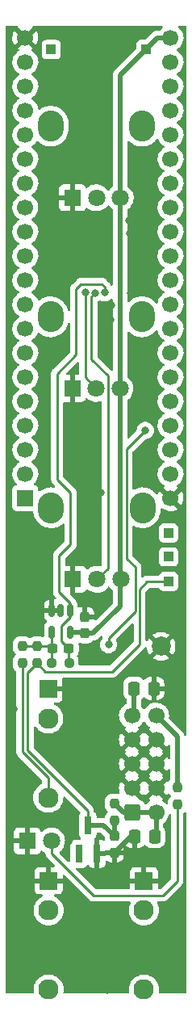
<source format=gbr>
%TF.GenerationSoftware,KiCad,Pcbnew,6.0.10+dfsg-1~bpo11+1*%
%TF.CreationDate,2023-02-01T15:11:05+08:00*%
%TF.ProjectId,MiniVerb v2.0 - Main,4d696e69-5665-4726-9220-76322e30202d,rev?*%
%TF.SameCoordinates,Original*%
%TF.FileFunction,Copper,L1,Top*%
%TF.FilePolarity,Positive*%
%FSLAX46Y46*%
G04 Gerber Fmt 4.6, Leading zero omitted, Abs format (unit mm)*
G04 Created by KiCad (PCBNEW 6.0.10+dfsg-1~bpo11+1) date 2023-02-01 15:11:05*
%MOMM*%
%LPD*%
G01*
G04 APERTURE LIST*
G04 Aperture macros list*
%AMRoundRect*
0 Rectangle with rounded corners*
0 $1 Rounding radius*
0 $2 $3 $4 $5 $6 $7 $8 $9 X,Y pos of 4 corners*
0 Add a 4 corners polygon primitive as box body*
4,1,4,$2,$3,$4,$5,$6,$7,$8,$9,$2,$3,0*
0 Add four circle primitives for the rounded corners*
1,1,$1+$1,$2,$3*
1,1,$1+$1,$4,$5*
1,1,$1+$1,$6,$7*
1,1,$1+$1,$8,$9*
0 Add four rect primitives between the rounded corners*
20,1,$1+$1,$2,$3,$4,$5,0*
20,1,$1+$1,$4,$5,$6,$7,0*
20,1,$1+$1,$6,$7,$8,$9,0*
20,1,$1+$1,$8,$9,$2,$3,0*%
G04 Aperture macros list end*
%TA.AperFunction,SMDPad,CuDef*%
%ADD10RoundRect,0.237500X0.237500X-0.300000X0.237500X0.300000X-0.237500X0.300000X-0.237500X-0.300000X0*%
%TD*%
%TA.AperFunction,SMDPad,CuDef*%
%ADD11RoundRect,0.250000X-0.337500X-0.475000X0.337500X-0.475000X0.337500X0.475000X-0.337500X0.475000X0*%
%TD*%
%TA.AperFunction,ComponentPad*%
%ADD12O,2.720000X3.240000*%
%TD*%
%TA.AperFunction,ComponentPad*%
%ADD13R,1.800000X1.800000*%
%TD*%
%TA.AperFunction,ComponentPad*%
%ADD14C,1.800000*%
%TD*%
%TA.AperFunction,ComponentPad*%
%ADD15R,1.000000X1.000000*%
%TD*%
%TA.AperFunction,SMDPad,CuDef*%
%ADD16R,0.800000X1.900000*%
%TD*%
%TA.AperFunction,SMDPad,CuDef*%
%ADD17RoundRect,0.237500X0.250000X0.237500X-0.250000X0.237500X-0.250000X-0.237500X0.250000X-0.237500X0*%
%TD*%
%TA.AperFunction,ComponentPad*%
%ADD18C,2.000000*%
%TD*%
%TA.AperFunction,SMDPad,CuDef*%
%ADD19RoundRect,0.237500X-0.237500X0.250000X-0.237500X-0.250000X0.237500X-0.250000X0.237500X0.250000X0*%
%TD*%
%TA.AperFunction,ComponentPad*%
%ADD20R,1.930000X1.830000*%
%TD*%
%TA.AperFunction,ComponentPad*%
%ADD21C,2.130000*%
%TD*%
%TA.AperFunction,SMDPad,CuDef*%
%ADD22RoundRect,0.150000X-0.150000X0.512500X-0.150000X-0.512500X0.150000X-0.512500X0.150000X0.512500X0*%
%TD*%
%TA.AperFunction,SMDPad,CuDef*%
%ADD23RoundRect,0.237500X0.300000X0.237500X-0.300000X0.237500X-0.300000X-0.237500X0.300000X-0.237500X0*%
%TD*%
%TA.AperFunction,SMDPad,CuDef*%
%ADD24RoundRect,0.237500X0.237500X-0.250000X0.237500X0.250000X-0.237500X0.250000X-0.237500X-0.250000X0*%
%TD*%
%TA.AperFunction,SMDPad,CuDef*%
%ADD25RoundRect,0.237500X-0.237500X0.300000X-0.237500X-0.300000X0.237500X-0.300000X0.237500X0.300000X0*%
%TD*%
%TA.AperFunction,ComponentPad*%
%ADD26RoundRect,0.250000X-0.600000X-0.600000X0.600000X-0.600000X0.600000X0.600000X-0.600000X0.600000X0*%
%TD*%
%TA.AperFunction,ComponentPad*%
%ADD27C,1.700000*%
%TD*%
%TA.AperFunction,ComponentPad*%
%ADD28R,1.700000X1.700000*%
%TD*%
%TA.AperFunction,ViaPad*%
%ADD29C,0.800000*%
%TD*%
%TA.AperFunction,Conductor*%
%ADD30C,0.250000*%
%TD*%
%TA.AperFunction,Conductor*%
%ADD31C,0.500000*%
%TD*%
G04 APERTURE END LIST*
D10*
%TO.P,C13,1*%
%TO.N,3V3_A*%
X133804000Y-127219000D03*
%TO.P,C13,2*%
%TO.N,GND*%
X133804000Y-125494000D03*
%TD*%
D11*
%TO.P,C5,1*%
%TO.N,+12V*%
X138962500Y-133011000D03*
%TO.P,C5,2*%
%TO.N,GND*%
X141037500Y-133011000D03*
%TD*%
D12*
%TO.P,FEEDBACK_POT1,*%
%TO.N,*%
X130200000Y-94045000D03*
X139800000Y-94045000D03*
D13*
%TO.P,FEEDBACK_POT1,1,1*%
%TO.N,GND*%
X132500000Y-101545000D03*
D14*
%TO.P,FEEDBACK_POT1,2,2*%
%TO.N,FEEDBACK*%
X135000000Y-101545000D03*
%TO.P,FEEDBACK_POT1,3,3*%
%TO.N,3V3_A*%
X137500000Y-101545000D03*
%TD*%
D15*
%TO.P,TP5,1,1*%
%TO.N,3V3_A*%
X140225000Y-65975000D03*
%TD*%
D16*
%TO.P,U2,1*%
%TO.N,N/C*%
X133162000Y-150344000D03*
%TO.P,U2,2,K*%
%TO.N,GND*%
X135062000Y-150344000D03*
%TO.P,U2,3,A*%
%TO.N,AREF_-10*%
X134112000Y-147344000D03*
%TD*%
D17*
%TO.P,R17,1*%
%TO.N,CV1*%
X132156500Y-130346500D03*
%TO.P,R17,2*%
%TO.N,Net-(C14-Pad2)*%
X130331500Y-130346500D03*
%TD*%
D11*
%TO.P,C6,1*%
%TO.N,GND*%
X139050000Y-148511000D03*
%TO.P,C6,2*%
%TO.N,-12V*%
X141125000Y-148511000D03*
%TD*%
D18*
%TO.P,TP3,1,1*%
%TO.N,GND*%
X141800000Y-128600000D03*
%TD*%
D19*
%TO.P,R14,1*%
%TO.N,Net-(C14-Pad2)*%
X128774000Y-128534000D03*
%TO.P,R14,2*%
%TO.N,AREF_-10*%
X128774000Y-130359000D03*
%TD*%
D20*
%TO.P,CV1_IN1,S*%
%TO.N,GND*%
X129970000Y-133040000D03*
D21*
%TO.P,CV1_IN1,T*%
%TO.N,Net-(CV1_IN1-PadT)*%
X129970000Y-144440000D03*
%TO.P,CV1_IN1,TN*%
%TO.N,unconnected-(CV1_IN1-PadTN)*%
X129970000Y-136140000D03*
%TD*%
D22*
%TO.P,U3,1*%
%TO.N,CV1*%
X132244000Y-124819000D03*
%TO.P,U3,2,V-*%
%TO.N,GND*%
X131294000Y-124819000D03*
%TO.P,U3,3,+*%
X130344000Y-124819000D03*
%TO.P,U3,4,-*%
%TO.N,Net-(C14-Pad2)*%
X130344000Y-127094000D03*
%TO.P,U3,5,V+*%
%TO.N,3V3_A*%
X132244000Y-127094000D03*
%TD*%
D23*
%TO.P,C14,1*%
%TO.N,CV1*%
X132116500Y-128816500D03*
%TO.P,C14,2*%
%TO.N,Net-(C14-Pad2)*%
X130391500Y-128816500D03*
%TD*%
D20*
%TO.P,AUDIO_OUT1,S*%
%TO.N,GND*%
X140000000Y-153162000D03*
D21*
%TO.P,AUDIO_OUT1,T*%
%TO.N,Net-(AUDIO_OUT1-PadT)*%
X140000000Y-164562000D03*
%TO.P,AUDIO_OUT1,TN*%
%TO.N,unconnected-(AUDIO_OUT1-PadTN)*%
X140000000Y-156262000D03*
%TD*%
D24*
%TO.P,R11,1*%
%TO.N,Net-(D1-Pad2)*%
X143510000Y-145184500D03*
%TO.P,R11,2*%
%TO.N,+12V*%
X143510000Y-143359500D03*
%TD*%
D25*
%TO.P,C9,1*%
%TO.N,AREF_-10*%
X136906000Y-148489500D03*
%TO.P,C9,2*%
%TO.N,GND*%
X136906000Y-150214500D03*
%TD*%
D12*
%TO.P,MOD_POT1,*%
%TO.N,*%
X130260000Y-114055000D03*
X139860000Y-114055000D03*
D13*
%TO.P,MOD_POT1,1,1*%
%TO.N,GND*%
X132560000Y-121555000D03*
D14*
%TO.P,MOD_POT1,2,2*%
%TO.N,MOD*%
X135060000Y-121555000D03*
%TO.P,MOD_POT1,3,3*%
%TO.N,3V3_A*%
X137560000Y-121555000D03*
%TD*%
D12*
%TO.P,LEVEL_POT1,*%
%TO.N,*%
X130220000Y-74055000D03*
X139820000Y-74055000D03*
D13*
%TO.P,LEVEL_POT1,1,1*%
%TO.N,GND*%
X132520000Y-81555000D03*
D14*
%TO.P,LEVEL_POT1,2,2*%
%TO.N,LEVEL*%
X135020000Y-81555000D03*
%TO.P,LEVEL_POT1,3,3*%
%TO.N,3V3_A*%
X137520000Y-81555000D03*
%TD*%
D13*
%TO.P,D1,1,K*%
%TO.N,GND*%
X127775000Y-149000000D03*
D14*
%TO.P,D1,2,A*%
%TO.N,Net-(D1-Pad2)*%
X130315000Y-149000000D03*
%TD*%
D15*
%TO.P,TP7,1,1*%
%TO.N,INT_AUDIO_IN1*%
X130275000Y-66025000D03*
%TD*%
D19*
%TO.P,R12,1*%
%TO.N,-12V*%
X136906000Y-145034000D03*
%TO.P,R12,2*%
%TO.N,AREF_-10*%
X136906000Y-146859000D03*
%TD*%
%TO.P,R16,1*%
%TO.N,Net-(C14-Pad2)*%
X127254000Y-128524000D03*
%TO.P,R16,2*%
%TO.N,Net-(CV1_IN1-PadT)*%
X127254000Y-130349000D03*
%TD*%
D20*
%TO.P,AUDIO_IN1,S*%
%TO.N,GND*%
X130000000Y-153162000D03*
D21*
%TO.P,AUDIO_IN1,T*%
%TO.N,Net-(AUDIO_IN1-PadT)*%
X130000000Y-164562000D03*
%TO.P,AUDIO_IN1,TN*%
%TO.N,unconnected-(AUDIO_IN1-PadTN)*%
X130000000Y-156262000D03*
%TD*%
D15*
%TO.P,TP4,1,1*%
%TO.N,AREF_-10*%
X142600000Y-121800000D03*
%TD*%
%TO.P,TP1,1,1*%
%TO.N,+12V*%
X142600000Y-116700000D03*
%TD*%
%TO.P,TP2,1,1*%
%TO.N,-12V*%
X142600000Y-119200000D03*
%TD*%
D26*
%TO.P,J1,1,Pin_1*%
%TO.N,-12V*%
X138747500Y-146011000D03*
D27*
%TO.P,J1,2,Pin_2*%
X141287500Y-146011000D03*
%TO.P,J1,3,Pin_3*%
%TO.N,GND*%
X138747500Y-143471000D03*
%TO.P,J1,4,Pin_4*%
X141287500Y-143471000D03*
%TO.P,J1,5,Pin_5*%
X138747500Y-140931000D03*
%TO.P,J1,6,Pin_6*%
X141287500Y-140931000D03*
%TO.P,J1,7,Pin_7*%
X138747500Y-138391000D03*
%TO.P,J1,8,Pin_8*%
X141287500Y-138391000D03*
%TO.P,J1,9,Pin_9*%
%TO.N,+12V*%
X138747500Y-135851000D03*
%TO.P,J1,10,Pin_10*%
X141287500Y-135851000D03*
%TD*%
D28*
%TO.P,A1,1,USB_HS_ID*%
%TO.N,unconnected-(A1-Pad1)*%
X127560933Y-113050000D03*
D27*
%TO.P,A1,2,SDMMC1_D3*%
%TO.N,unconnected-(A1-Pad2)*%
X127560933Y-110510000D03*
%TO.P,A1,3,SDMMC1_D2*%
%TO.N,unconnected-(A1-Pad3)*%
X127560933Y-107970000D03*
%TO.P,A1,4,SDMMC1_D1*%
%TO.N,unconnected-(A1-Pad4)*%
X127560933Y-105430000D03*
%TO.P,A1,5,SDMMC1_D0*%
%TO.N,unconnected-(A1-Pad5)*%
X127560933Y-102890000D03*
%TO.P,A1,6,SDMMC1_CMD*%
%TO.N,unconnected-(A1-Pad6)*%
X127560933Y-100350000D03*
%TO.P,A1,7,SDMMC1_CK*%
%TO.N,unconnected-(A1-Pad7)*%
X127560933Y-97810000D03*
%TO.P,A1,8,SPI1_NSS*%
%TO.N,unconnected-(A1-Pad8)*%
X127560933Y-95270000D03*
%TO.P,A1,9,SPI1_SCK*%
%TO.N,unconnected-(A1-Pad9)*%
X127560933Y-92730000D03*
%TO.P,A1,10,SPI1_MISO*%
%TO.N,unconnected-(A1-Pad10)*%
X127560933Y-90190000D03*
%TO.P,A1,11,SPI1_MOSI*%
%TO.N,unconnected-(A1-Pad11)*%
X127560933Y-87650000D03*
%TO.P,A1,12,I2C1_SCL*%
%TO.N,unconnected-(A1-Pad12)*%
X127560933Y-85110000D03*
%TO.P,A1,13,I2C1_SDA*%
%TO.N,unconnected-(A1-Pad13)*%
X127560933Y-82570000D03*
%TO.P,A1,14,USART1_TX*%
%TO.N,unconnected-(A1-Pad14)*%
X127560933Y-80030000D03*
%TO.P,A1,15,USART1_RX*%
%TO.N,unconnected-(A1-Pad15)*%
X127560933Y-77490000D03*
%TO.P,A1,16,AUDIO_IN_L*%
%TO.N,INT_AUDIO_IN1*%
X127560933Y-74950000D03*
%TO.P,A1,17,AUDIO_IN_R*%
%TO.N,unconnected-(A1-Pad17)*%
X127560933Y-72410000D03*
%TO.P,A1,18,AUDIO_OUT_L*%
%TO.N,INT_AUDIO_OUT1*%
X127560933Y-69870000D03*
%TO.P,A1,19,AUDIO_OUT_R*%
%TO.N,unconnected-(A1-Pad19)*%
X127560933Y-67330000D03*
%TO.P,A1,20,AGND*%
%TO.N,GND*%
X127560933Y-64790000D03*
%TO.P,A1,21,3V3_A*%
%TO.N,3V3_A*%
X142800933Y-64790000D03*
%TO.P,A1,22,ADC_INP10*%
%TO.N,LEVEL*%
X142800933Y-67330000D03*
%TO.P,A1,23,ADC_INP15*%
%TO.N,FEEDBACK*%
X142800933Y-69870000D03*
%TO.P,A1,24,ADC_INP5*%
%TO.N,MOD*%
X142800933Y-72410000D03*
%TO.P,A1,25,ADC_INP7*%
%TO.N,CV1*%
X142800933Y-74950000D03*
%TO.P,A1,26,ADC_INP3*%
%TO.N,unconnected-(A1-Pad26)*%
X142800933Y-77490000D03*
%TO.P,A1,27,ADC_INP11*%
%TO.N,unconnected-(A1-Pad27)*%
X142800933Y-80030000D03*
%TO.P,A1,28,ADC1_INP4*%
%TO.N,unconnected-(A1-Pad28)*%
X142800933Y-82570000D03*
%TO.P,A1,29,DAC1_OUT2*%
%TO.N,unconnected-(A1-Pad29)*%
X142800933Y-85110000D03*
%TO.P,A1,30,DAC1_OUT1*%
%TO.N,unconnected-(A1-Pad30)*%
X142800933Y-87650000D03*
%TO.P,A1,31,SAI2_MCLK_B*%
%TO.N,unconnected-(A1-Pad31)*%
X142800933Y-90190000D03*
%TO.P,A1,32,SAI2_SD_B*%
%TO.N,unconnected-(A1-Pad32)*%
X142800933Y-92730000D03*
%TO.P,A1,33,SAI2_SD_A*%
%TO.N,unconnected-(A1-Pad33)*%
X142800933Y-95270000D03*
%TO.P,A1,34,SAI2_FS_B*%
%TO.N,unconnected-(A1-Pad34)*%
X142800933Y-97810000D03*
%TO.P,A1,35,SAI2_SCK_B*%
%TO.N,unconnected-(A1-Pad35)*%
X142800933Y-100350000D03*
%TO.P,A1,36,USB_HS_D_-*%
%TO.N,unconnected-(A1-Pad36)*%
X142800933Y-102890000D03*
%TO.P,A1,37,USB_HS_D_+*%
%TO.N,unconnected-(A1-Pad37)*%
X142800933Y-105430000D03*
%TO.P,A1,38,3V3_D*%
%TO.N,unconnected-(A1-Pad38)*%
X142800933Y-107970000D03*
%TO.P,A1,39,VIN*%
%TO.N,+12V*%
X142800933Y-110510000D03*
%TO.P,A1,40,GND*%
%TO.N,GND*%
X142800933Y-113050000D03*
%TD*%
D29*
%TO.N,GND*%
X137760000Y-159480000D03*
X135060000Y-69790000D03*
X141840000Y-150760000D03*
X135400000Y-143700000D03*
X129730000Y-84410000D03*
X131130000Y-138870000D03*
X127130000Y-152120000D03*
X140750000Y-88310000D03*
X139230000Y-98200000D03*
X126290000Y-143890000D03*
X132030000Y-87020000D03*
X135420000Y-66310000D03*
X133830000Y-88640000D03*
X126860000Y-144710000D03*
X141630000Y-159390000D03*
X138500000Y-85330000D03*
X136400000Y-129875000D03*
X143870000Y-155150000D03*
X142450000Y-124600000D03*
X132950000Y-118820000D03*
X140970000Y-116790000D03*
X142890000Y-126250000D03*
X132190000Y-141890000D03*
X136570000Y-92870000D03*
X126710000Y-155760000D03*
X127040000Y-142320000D03*
X136500000Y-94330000D03*
X139270000Y-77600000D03*
X129140000Y-101500000D03*
X132970000Y-65520000D03*
X141280000Y-107020000D03*
X140980000Y-84260000D03*
X141140000Y-81210000D03*
X141550000Y-124310000D03*
X129610000Y-83170000D03*
X127040000Y-163200000D03*
X135450000Y-75150000D03*
X129490000Y-96990000D03*
X140880000Y-117580000D03*
X141300000Y-96270000D03*
X131550000Y-140770000D03*
X130620000Y-71260000D03*
X136110000Y-86240000D03*
X137810000Y-65640000D03*
X134700000Y-161870000D03*
X140980000Y-111620000D03*
X141930000Y-162410000D03*
X138600000Y-91590000D03*
X129450000Y-117030000D03*
X135150000Y-134570000D03*
X126800000Y-161450000D03*
X129570000Y-70890000D03*
X127740000Y-117750000D03*
X129630000Y-110840000D03*
X130700000Y-97670000D03*
X141120000Y-150400000D03*
X133420000Y-74300000D03*
X127170000Y-157390000D03*
X133900000Y-123700000D03*
X136150000Y-64550000D03*
X133330000Y-66980000D03*
X140850000Y-130730000D03*
X134731250Y-113231250D03*
X134570000Y-78340000D03*
X133360000Y-71550000D03*
X140600000Y-89220000D03*
X141110000Y-125650000D03*
X138390000Y-151760000D03*
X142360000Y-149730000D03*
X128240000Y-116290000D03*
X135000000Y-123700000D03*
X129550000Y-104870000D03*
X132730000Y-157450000D03*
X137760000Y-158060000D03*
X135330000Y-145460000D03*
X140090000Y-161420000D03*
X133640000Y-156850000D03*
X136000000Y-84660000D03*
X133910000Y-84280000D03*
X143600000Y-158660000D03*
X126850000Y-115730000D03*
X133790000Y-108070000D03*
X134960000Y-118820000D03*
X138430000Y-83930000D03*
X142450000Y-152460000D03*
X141110000Y-79130000D03*
X134240000Y-85180000D03*
X139520000Y-131180000D03*
X140490000Y-98770000D03*
X138870000Y-76870000D03*
X130430000Y-64220000D03*
X141250000Y-99590000D03*
X142690000Y-123580000D03*
X126910000Y-116690000D03*
X139060000Y-97110000D03*
X141120000Y-78030000D03*
X138575000Y-127225000D03*
X130210000Y-91400000D03*
X135010000Y-87510000D03*
X131860000Y-83850000D03*
X135710000Y-136440000D03*
X125980000Y-132390000D03*
X127040000Y-158390000D03*
X139510000Y-117040000D03*
X135840000Y-132790000D03*
X135480000Y-138820000D03*
X126350000Y-135150000D03*
X132700000Y-163470000D03*
X140780000Y-91140000D03*
X136150000Y-164650000D03*
X132100000Y-149040000D03*
X130150000Y-77210000D03*
X128740000Y-161780000D03*
X129650000Y-109190000D03*
X142490000Y-114950000D03*
X126290000Y-153000000D03*
X135750000Y-68190000D03*
X126320000Y-140870000D03*
X129710000Y-159870000D03*
X129590000Y-88860000D03*
X129520000Y-81140000D03*
X130950000Y-96520000D03*
X133850000Y-163530000D03*
X141030000Y-104400000D03*
X133950000Y-118770000D03*
X132380000Y-88690000D03*
X132550000Y-138320000D03*
X135420000Y-74030000D03*
X135140000Y-88550000D03*
X132630000Y-64310000D03*
X132250000Y-107910000D03*
X135570000Y-76600000D03*
X136610000Y-162990000D03*
X126110000Y-138350000D03*
X138640000Y-131080000D03*
X126710000Y-126490000D03*
X130000000Y-78900000D03*
X132180000Y-67910000D03*
X131950000Y-147160000D03*
X139580000Y-89360000D03*
X131010000Y-160480000D03*
X129930000Y-99050000D03*
X134390000Y-77170000D03*
X141030000Y-120590000D03*
X143270000Y-163750000D03*
X127000000Y-120600000D03*
X136990000Y-66850000D03*
X134490000Y-152310000D03*
X140340000Y-96890000D03*
X133230000Y-86790000D03*
X126950000Y-124250000D03*
X128660000Y-118140000D03*
X135481250Y-112481250D03*
X129560000Y-106190000D03*
X129550000Y-90370000D03*
X129430000Y-86160000D03*
X129980000Y-68200000D03*
X129730000Y-87710000D03*
X135320000Y-141240000D03*
X126500000Y-121950000D03*
X130790000Y-78630000D03*
X138060000Y-153240000D03*
X138000000Y-128200000D03*
X134460000Y-119840000D03*
X141060000Y-86080000D03*
X132270000Y-85340000D03*
X140810000Y-97750000D03*
X132850000Y-66430000D03*
X139530000Y-64280000D03*
X131930000Y-90260000D03*
X133360000Y-79200000D03*
X142750000Y-157000000D03*
X142720000Y-131470000D03*
X131300000Y-77080000D03*
X139210000Y-90630000D03*
X129670000Y-107320000D03*
X126080000Y-134300000D03*
%TO.N,FEEDBACK*%
X133844917Y-91500000D03*
%TO.N,Net-(C4-Pad1)*%
X136300000Y-128400000D03*
X140150000Y-105950000D03*
%TO.N,CV1*%
X135900000Y-91500000D03*
%TO.N,MOD*%
X134891661Y-91519432D03*
%TD*%
D30*
%TO.N,GND*%
X131294000Y-124819000D02*
X130344000Y-124819000D01*
D31*
X139050000Y-148511000D02*
X138609500Y-148511000D01*
X138609500Y-148511000D02*
X136906000Y-150214500D01*
%TO.N,+12V*%
X138962500Y-133011000D02*
X138962500Y-135636000D01*
X141287500Y-135851000D02*
X143510000Y-138073500D01*
X138962500Y-135636000D02*
X138747500Y-135851000D01*
X143510000Y-138073500D02*
X143510000Y-143359500D01*
%TO.N,3V3_A*%
X137500000Y-124400000D02*
X134681000Y-127219000D01*
X142635000Y-64790000D02*
X141432919Y-64790000D01*
X137500000Y-121615000D02*
X137500000Y-124400000D01*
X134681000Y-127219000D02*
X133804000Y-127219000D01*
X137500000Y-121495000D02*
X137560000Y-121555000D01*
X137500000Y-68722919D02*
X137500000Y-121495000D01*
X132244000Y-127094000D02*
X133669000Y-127094000D01*
X141432919Y-64790000D02*
X137500000Y-68722919D01*
X133669000Y-127094000D02*
X133784000Y-127209000D01*
X137560000Y-121555000D02*
X137500000Y-121615000D01*
D30*
%TO.N,FEEDBACK*%
X133844917Y-100389917D02*
X133844917Y-91601629D01*
X135000000Y-101545000D02*
X133844917Y-100389917D01*
%TO.N,Net-(C4-Pad1)*%
X136300000Y-127700000D02*
X136300000Y-128400000D01*
X138175000Y-119375000D02*
X139100499Y-120300499D01*
X139100499Y-120300499D02*
X139100499Y-124899501D01*
X139100499Y-124899501D02*
X136300000Y-127700000D01*
X140150000Y-105950000D02*
X138175000Y-107925000D01*
X138175000Y-107925000D02*
X138175000Y-119375000D01*
D31*
%TO.N,-12V*%
X137883000Y-146011000D02*
X136906000Y-145034000D01*
X138747500Y-146011000D02*
X137883000Y-146011000D01*
X141287500Y-146011000D02*
X138747500Y-146011000D01*
X141287500Y-146011000D02*
X141287500Y-148348500D01*
X141287500Y-148348500D02*
X141125000Y-148511000D01*
D30*
%TO.N,Net-(D1-Pad2)*%
X141986000Y-154686000D02*
X143510000Y-153162000D01*
X130315000Y-150315000D02*
X134686000Y-154686000D01*
X134686000Y-154686000D02*
X141986000Y-154686000D01*
X130315000Y-149000000D02*
X130315000Y-150315000D01*
X143510000Y-153162000D02*
X143510000Y-145184500D01*
%TO.N,CV1*%
X130900000Y-100000000D02*
X132900000Y-98000000D01*
X132244000Y-124819000D02*
X132244000Y-124044000D01*
X132116500Y-130306500D02*
X132156500Y-130346500D01*
X131314000Y-126466500D02*
X131314000Y-128014000D01*
X133400000Y-90600000D02*
X135600000Y-90600000D01*
X135600000Y-90600000D02*
X135900000Y-90900000D01*
X131100000Y-122900000D02*
X131100000Y-119100000D01*
X132900000Y-91100000D02*
X133400000Y-90600000D01*
X131100000Y-119100000D02*
X132300000Y-117900000D01*
X131314000Y-128014000D02*
X132116500Y-128816500D01*
X130900000Y-111100000D02*
X130900000Y-100000000D01*
X132244000Y-124044000D02*
X131100000Y-122900000D01*
X132244000Y-124819000D02*
X132244000Y-125536500D01*
X132244000Y-125536500D02*
X131314000Y-126466500D01*
X135900000Y-90900000D02*
X135900000Y-91500000D01*
X132900000Y-98000000D02*
X132900000Y-91100000D01*
X132300000Y-117900000D02*
X132300000Y-112500000D01*
X132300000Y-112500000D02*
X130900000Y-111100000D01*
X132116500Y-128816500D02*
X132116500Y-130306500D01*
%TO.N,MOD*%
X134500000Y-91911093D02*
X134891661Y-91519432D01*
X135060000Y-121555000D02*
X136225000Y-120390000D01*
X136225000Y-120390000D02*
X136225000Y-100225000D01*
X136225000Y-100225000D02*
X134500000Y-98500000D01*
X134500000Y-98500000D02*
X134500000Y-91911093D01*
%TO.N,AREF_-10*%
X139550000Y-122600000D02*
X139550000Y-128350000D01*
X127800000Y-139500000D02*
X134112000Y-145812000D01*
X140350000Y-121800000D02*
X139550000Y-122600000D01*
X129665000Y-131250000D02*
X128774000Y-130359000D01*
D31*
X136906000Y-148489500D02*
X135760500Y-147344000D01*
X135760500Y-147344000D02*
X134112000Y-147344000D01*
D30*
X136650000Y-131250000D02*
X129665000Y-131250000D01*
X127800000Y-131333000D02*
X127800000Y-139500000D01*
X142600000Y-121800000D02*
X140350000Y-121800000D01*
D31*
X134112000Y-147344000D02*
X134112000Y-146769250D01*
D30*
X128774000Y-130359000D02*
X127800000Y-131333000D01*
X139550000Y-128350000D02*
X136650000Y-131250000D01*
D31*
X136906000Y-146859000D02*
X136906000Y-148489500D01*
D30*
X134112000Y-145812000D02*
X134112000Y-146769250D01*
%TO.N,Net-(C14-Pad2)*%
X130099000Y-128524000D02*
X130391500Y-128816500D01*
X130344000Y-130334000D02*
X130331500Y-130346500D01*
X130344000Y-127094000D02*
X130344000Y-130334000D01*
X127254000Y-128524000D02*
X130099000Y-128524000D01*
%TO.N,Net-(CV1_IN1-PadT)*%
X127254000Y-130349000D02*
X127254000Y-139654000D01*
X129970000Y-142370000D02*
X129970000Y-144440000D01*
X127254000Y-139654000D02*
X129970000Y-142370000D01*
%TD*%
%TA.AperFunction,Conductor*%
%TO.N,GND*%
G36*
X126745255Y-63528502D02*
G01*
X126791748Y-63582158D01*
X126802826Y-63643308D01*
X126801314Y-63664887D01*
X126808901Y-63678758D01*
X127548121Y-64417978D01*
X127562065Y-64425592D01*
X127563898Y-64425461D01*
X127570513Y-64421210D01*
X128314322Y-63677401D01*
X128321936Y-63663457D01*
X128320508Y-63643490D01*
X128335599Y-63574115D01*
X128385801Y-63523913D01*
X128446187Y-63508500D01*
X141867360Y-63508500D01*
X141935481Y-63528502D01*
X141981974Y-63582158D01*
X141992078Y-63652432D01*
X141962584Y-63717012D01*
X141943013Y-63735260D01*
X141895898Y-63770635D01*
X141741562Y-63932138D01*
X141711296Y-63976507D01*
X141656388Y-64021507D01*
X141607210Y-64031500D01*
X141499982Y-64031500D01*
X141481033Y-64030067D01*
X141480826Y-64030036D01*
X141459570Y-64026802D01*
X141452278Y-64027395D01*
X141452275Y-64027395D01*
X141406910Y-64031085D01*
X141396696Y-64031500D01*
X141388626Y-64031500D01*
X141385006Y-64031922D01*
X141384988Y-64031923D01*
X141360380Y-64034792D01*
X141356019Y-64035224D01*
X141330900Y-64037267D01*
X141290580Y-64040546D01*
X141290577Y-64040547D01*
X141283282Y-64041140D01*
X141276318Y-64043396D01*
X141270359Y-64044587D01*
X141264504Y-64045971D01*
X141257238Y-64046818D01*
X141188592Y-64071735D01*
X141184464Y-64073152D01*
X141121983Y-64093393D01*
X141121981Y-64093394D01*
X141115020Y-64095649D01*
X141108765Y-64099445D01*
X141103291Y-64101951D01*
X141097861Y-64104670D01*
X141090982Y-64107167D01*
X141029935Y-64147191D01*
X141026246Y-64149518D01*
X141006054Y-64161771D01*
X140968612Y-64184491D01*
X140968607Y-64184495D01*
X140963811Y-64187405D01*
X140955435Y-64194803D01*
X140955412Y-64194777D01*
X140952422Y-64197426D01*
X140949183Y-64200134D01*
X140943067Y-64204144D01*
X140938040Y-64209451D01*
X140938036Y-64209454D01*
X140889791Y-64260383D01*
X140887413Y-64262825D01*
X140220643Y-64929595D01*
X140158331Y-64963621D01*
X140131548Y-64966500D01*
X139676866Y-64966500D01*
X139614684Y-64973255D01*
X139478295Y-65024385D01*
X139361739Y-65111739D01*
X139274385Y-65228295D01*
X139223255Y-65364684D01*
X139216500Y-65426866D01*
X139216500Y-65881548D01*
X139196498Y-65949669D01*
X139179595Y-65970643D01*
X137011089Y-68139149D01*
X136996677Y-68151535D01*
X136985082Y-68160068D01*
X136985077Y-68160073D01*
X136979182Y-68164411D01*
X136974443Y-68169989D01*
X136974440Y-68169992D01*
X136944965Y-68204687D01*
X136938035Y-68212203D01*
X136932340Y-68217898D01*
X136930060Y-68220780D01*
X136914719Y-68240170D01*
X136911928Y-68243574D01*
X136869409Y-68293622D01*
X136864667Y-68299204D01*
X136861339Y-68305720D01*
X136857972Y-68310769D01*
X136854805Y-68315898D01*
X136850266Y-68321635D01*
X136819345Y-68387794D01*
X136817442Y-68391688D01*
X136784231Y-68456727D01*
X136782492Y-68463835D01*
X136780393Y-68469478D01*
X136778476Y-68475241D01*
X136775378Y-68481869D01*
X136773888Y-68489031D01*
X136773888Y-68489032D01*
X136760514Y-68553331D01*
X136759544Y-68557615D01*
X136742192Y-68628529D01*
X136741500Y-68639683D01*
X136741464Y-68639681D01*
X136741225Y-68643674D01*
X136740851Y-68647866D01*
X136739360Y-68655034D01*
X136739558Y-68662351D01*
X136741454Y-68732440D01*
X136741500Y-68735847D01*
X136741500Y-80315144D01*
X136721498Y-80383265D01*
X136691154Y-80415903D01*
X136689765Y-80416946D01*
X136618583Y-80470391D01*
X136581655Y-80498117D01*
X136421639Y-80665564D01*
X136374836Y-80734174D01*
X136319927Y-80779175D01*
X136249402Y-80787346D01*
X136185655Y-80756092D01*
X136164959Y-80731609D01*
X136142577Y-80697013D01*
X136142574Y-80697009D01*
X136139764Y-80692665D01*
X135983887Y-80521358D01*
X135979836Y-80518159D01*
X135979832Y-80518155D01*
X135806177Y-80381011D01*
X135806172Y-80381008D01*
X135802123Y-80377810D01*
X135797607Y-80375317D01*
X135797604Y-80375315D01*
X135603879Y-80268373D01*
X135603875Y-80268371D01*
X135599355Y-80265876D01*
X135594486Y-80264152D01*
X135594482Y-80264150D01*
X135385903Y-80190288D01*
X135385899Y-80190287D01*
X135381028Y-80188562D01*
X135375935Y-80187655D01*
X135375932Y-80187654D01*
X135158095Y-80148851D01*
X135158089Y-80148850D01*
X135153006Y-80147945D01*
X135075644Y-80147000D01*
X134926581Y-80145179D01*
X134926579Y-80145179D01*
X134921411Y-80145116D01*
X134692464Y-80180150D01*
X134472314Y-80252106D01*
X134467726Y-80254494D01*
X134467722Y-80254496D01*
X134336083Y-80323023D01*
X134266872Y-80359052D01*
X134262739Y-80362155D01*
X134262736Y-80362157D01*
X134085790Y-80495012D01*
X134081655Y-80498117D01*
X134081066Y-80497333D01*
X134021346Y-80525484D01*
X133950955Y-80516231D01*
X133896741Y-80470391D01*
X133883925Y-80445224D01*
X133873323Y-80416944D01*
X133864786Y-80401351D01*
X133788285Y-80299276D01*
X133775724Y-80286715D01*
X133673649Y-80210214D01*
X133658054Y-80201676D01*
X133537606Y-80156522D01*
X133522351Y-80152895D01*
X133471486Y-80147369D01*
X133464672Y-80147000D01*
X132792115Y-80147000D01*
X132776876Y-80151475D01*
X132775671Y-80152865D01*
X132774000Y-80160548D01*
X132774000Y-82944884D01*
X132778475Y-82960123D01*
X132779865Y-82961328D01*
X132787548Y-82962999D01*
X133464669Y-82962999D01*
X133471490Y-82962629D01*
X133522352Y-82957105D01*
X133537604Y-82953479D01*
X133658054Y-82908324D01*
X133673649Y-82899786D01*
X133775724Y-82823285D01*
X133788285Y-82810724D01*
X133864786Y-82708649D01*
X133873325Y-82693052D01*
X133885278Y-82661167D01*
X133927919Y-82604402D01*
X133994480Y-82579702D01*
X134063829Y-82594909D01*
X134083741Y-82608448D01*
X134209349Y-82712730D01*
X134409322Y-82829584D01*
X134625694Y-82912209D01*
X134630760Y-82913240D01*
X134630761Y-82913240D01*
X134683846Y-82924040D01*
X134852656Y-82958385D01*
X134983324Y-82963176D01*
X135078949Y-82966683D01*
X135078953Y-82966683D01*
X135084113Y-82966872D01*
X135089233Y-82966216D01*
X135089235Y-82966216D01*
X135188668Y-82953478D01*
X135313847Y-82937442D01*
X135318795Y-82935957D01*
X135318802Y-82935956D01*
X135530747Y-82872369D01*
X135535690Y-82870886D01*
X135540324Y-82868616D01*
X135739049Y-82771262D01*
X135739052Y-82771260D01*
X135743684Y-82768991D01*
X135932243Y-82634494D01*
X136096303Y-82471005D01*
X136165370Y-82374888D01*
X136221365Y-82331240D01*
X136292068Y-82324794D01*
X136355033Y-82357597D01*
X136375128Y-82382584D01*
X136376799Y-82385311D01*
X136376804Y-82385317D01*
X136379501Y-82389719D01*
X136531147Y-82564784D01*
X136647241Y-82661167D01*
X136695985Y-82701635D01*
X136735620Y-82760538D01*
X136741500Y-82798579D01*
X136741500Y-90640461D01*
X136721498Y-90708582D01*
X136667842Y-90755075D01*
X136597568Y-90765179D01*
X136532988Y-90735685D01*
X136494503Y-90675613D01*
X136489699Y-90659079D01*
X136486018Y-90646407D01*
X136481985Y-90639588D01*
X136481983Y-90639583D01*
X136475707Y-90628972D01*
X136467012Y-90611224D01*
X136459552Y-90592383D01*
X136433564Y-90556613D01*
X136427048Y-90546693D01*
X136408578Y-90515463D01*
X136404542Y-90508638D01*
X136398936Y-90503031D01*
X136390220Y-90494315D01*
X136377379Y-90479281D01*
X136376499Y-90478069D01*
X136365472Y-90462893D01*
X136331407Y-90434712D01*
X136322626Y-90426722D01*
X136103647Y-90207742D01*
X136096113Y-90199463D01*
X136092000Y-90192982D01*
X136042347Y-90146355D01*
X136039506Y-90143601D01*
X136019770Y-90123865D01*
X136016573Y-90121385D01*
X136007551Y-90113680D01*
X135994122Y-90101069D01*
X135975321Y-90083414D01*
X135968375Y-90079595D01*
X135968372Y-90079593D01*
X135957566Y-90073652D01*
X135941047Y-90062801D01*
X135940583Y-90062441D01*
X135925041Y-90050386D01*
X135917772Y-90047241D01*
X135917768Y-90047238D01*
X135884463Y-90032826D01*
X135873813Y-90027609D01*
X135835060Y-90006305D01*
X135815437Y-90001267D01*
X135796734Y-89994863D01*
X135785420Y-89989967D01*
X135785419Y-89989967D01*
X135778145Y-89986819D01*
X135770322Y-89985580D01*
X135770312Y-89985577D01*
X135734476Y-89979901D01*
X135722856Y-89977495D01*
X135687711Y-89968472D01*
X135687710Y-89968472D01*
X135680030Y-89966500D01*
X135659776Y-89966500D01*
X135640065Y-89964949D01*
X135627886Y-89963020D01*
X135620057Y-89961780D01*
X135590786Y-89964547D01*
X135576039Y-89965941D01*
X135564181Y-89966500D01*
X133478768Y-89966500D01*
X133467585Y-89965973D01*
X133460092Y-89964298D01*
X133452166Y-89964547D01*
X133452165Y-89964547D01*
X133392002Y-89966438D01*
X133388044Y-89966500D01*
X133360144Y-89966500D01*
X133356154Y-89967004D01*
X133344320Y-89967936D01*
X133300111Y-89969326D01*
X133292497Y-89971538D01*
X133292492Y-89971539D01*
X133280659Y-89974977D01*
X133261296Y-89978988D01*
X133241203Y-89981526D01*
X133233836Y-89984443D01*
X133233831Y-89984444D01*
X133200092Y-89997802D01*
X133188865Y-90001646D01*
X133146407Y-90013982D01*
X133139581Y-90018019D01*
X133128972Y-90024293D01*
X133111224Y-90032988D01*
X133092383Y-90040448D01*
X133085967Y-90045110D01*
X133085966Y-90045110D01*
X133056613Y-90066436D01*
X133046693Y-90072952D01*
X133015465Y-90091420D01*
X133015462Y-90091422D01*
X133008638Y-90095458D01*
X132994317Y-90109779D01*
X132979284Y-90122619D01*
X132962893Y-90134528D01*
X132944555Y-90156695D01*
X132934712Y-90168593D01*
X132926722Y-90177374D01*
X132507742Y-90596353D01*
X132499463Y-90603887D01*
X132492982Y-90608000D01*
X132456916Y-90646407D01*
X132446357Y-90657651D01*
X132443602Y-90660493D01*
X132423865Y-90680230D01*
X132421385Y-90683427D01*
X132413682Y-90692447D01*
X132383414Y-90724679D01*
X132379595Y-90731625D01*
X132379593Y-90731628D01*
X132373652Y-90742434D01*
X132362801Y-90758953D01*
X132350386Y-90774959D01*
X132347241Y-90782228D01*
X132347238Y-90782232D01*
X132332826Y-90815537D01*
X132327609Y-90826187D01*
X132306305Y-90864940D01*
X132304334Y-90872615D01*
X132304334Y-90872616D01*
X132301267Y-90884562D01*
X132294863Y-90903266D01*
X132286819Y-90921855D01*
X132285580Y-90929678D01*
X132285577Y-90929688D01*
X132279901Y-90965524D01*
X132277495Y-90977144D01*
X132268472Y-91012289D01*
X132266500Y-91019970D01*
X132266500Y-91040224D01*
X132264949Y-91059934D01*
X132261780Y-91079943D01*
X132262526Y-91087835D01*
X132265941Y-91123961D01*
X132266500Y-91135819D01*
X132266500Y-93322462D01*
X132246498Y-93390583D01*
X132192842Y-93437076D01*
X132122568Y-93447180D01*
X132057988Y-93417686D01*
X132019604Y-93357960D01*
X132017463Y-93349626D01*
X131996400Y-93254223D01*
X131996399Y-93254219D01*
X131995415Y-93249763D01*
X131899345Y-92996190D01*
X131767676Y-92759141D01*
X131603167Y-92543583D01*
X131409264Y-92354030D01*
X131364672Y-92321572D01*
X131193721Y-92197141D01*
X131190028Y-92194453D01*
X130950053Y-92068196D01*
X130945752Y-92066677D01*
X130945747Y-92066675D01*
X130767998Y-92003906D01*
X130694366Y-91977904D01*
X130596347Y-91958585D01*
X130432794Y-91926348D01*
X130432788Y-91926347D01*
X130428322Y-91925467D01*
X130423768Y-91925240D01*
X130423766Y-91925240D01*
X130162064Y-91912211D01*
X130162058Y-91912211D01*
X130157495Y-91911984D01*
X129887559Y-91937738D01*
X129883130Y-91938822D01*
X129883123Y-91938823D01*
X129753069Y-91970648D01*
X129624168Y-92002190D01*
X129619933Y-92003905D01*
X129619931Y-92003906D01*
X129405918Y-92090590D01*
X129372840Y-92103988D01*
X129138839Y-92241001D01*
X129098311Y-92273412D01*
X129038090Y-92321572D01*
X128972397Y-92348496D01*
X128902576Y-92335630D01*
X128850794Y-92287059D01*
X128843846Y-92273412D01*
X128764352Y-92090589D01*
X128764352Y-92090588D01*
X128762287Y-92085840D01*
X128722839Y-92024862D01*
X128643755Y-91902617D01*
X128643753Y-91902614D01*
X128640947Y-91898277D01*
X128490603Y-91733051D01*
X128486552Y-91729852D01*
X128486548Y-91729848D01*
X128319347Y-91597800D01*
X128319343Y-91597798D01*
X128315292Y-91594598D01*
X128273986Y-91571796D01*
X128224017Y-91521364D01*
X128209245Y-91451921D01*
X128234361Y-91385516D01*
X128261713Y-91358909D01*
X128305536Y-91327650D01*
X128440793Y-91231173D01*
X128599029Y-91073489D01*
X128608769Y-91059935D01*
X128726368Y-90896277D01*
X128729386Y-90892077D01*
X128746229Y-90857999D01*
X128826069Y-90696453D01*
X128826070Y-90696451D01*
X128828363Y-90691811D01*
X128881942Y-90515463D01*
X128891798Y-90483023D01*
X128891798Y-90483021D01*
X128893303Y-90478069D01*
X128922462Y-90256590D01*
X128924089Y-90190000D01*
X128905785Y-89967361D01*
X128851364Y-89750702D01*
X128762287Y-89545840D01*
X128640947Y-89358277D01*
X128490603Y-89193051D01*
X128486552Y-89189852D01*
X128486548Y-89189848D01*
X128319347Y-89057800D01*
X128319343Y-89057798D01*
X128315292Y-89054598D01*
X128273986Y-89031796D01*
X128224017Y-88981364D01*
X128209245Y-88911921D01*
X128234361Y-88845516D01*
X128261713Y-88818909D01*
X128305536Y-88787650D01*
X128440793Y-88691173D01*
X128599029Y-88533489D01*
X128658527Y-88450689D01*
X128726368Y-88356277D01*
X128729386Y-88352077D01*
X128828363Y-88151811D01*
X128893303Y-87938069D01*
X128922462Y-87716590D01*
X128924089Y-87650000D01*
X128905785Y-87427361D01*
X128851364Y-87210702D01*
X128762287Y-87005840D01*
X128640947Y-86818277D01*
X128490603Y-86653051D01*
X128486552Y-86649852D01*
X128486548Y-86649848D01*
X128319347Y-86517800D01*
X128319343Y-86517798D01*
X128315292Y-86514598D01*
X128273986Y-86491796D01*
X128224017Y-86441364D01*
X128209245Y-86371921D01*
X128234361Y-86305516D01*
X128261713Y-86278909D01*
X128305536Y-86247650D01*
X128440793Y-86151173D01*
X128599029Y-85993489D01*
X128658527Y-85910689D01*
X128726368Y-85816277D01*
X128729386Y-85812077D01*
X128828363Y-85611811D01*
X128893303Y-85398069D01*
X128922462Y-85176590D01*
X128924089Y-85110000D01*
X128905785Y-84887361D01*
X128851364Y-84670702D01*
X128762287Y-84465840D01*
X128640947Y-84278277D01*
X128490603Y-84113051D01*
X128486552Y-84109852D01*
X128486548Y-84109848D01*
X128319347Y-83977800D01*
X128319343Y-83977798D01*
X128315292Y-83974598D01*
X128273986Y-83951796D01*
X128224017Y-83901364D01*
X128209245Y-83831921D01*
X128234361Y-83765516D01*
X128261713Y-83738909D01*
X128305536Y-83707650D01*
X128440793Y-83611173D01*
X128599029Y-83453489D01*
X128658527Y-83370689D01*
X128726368Y-83276277D01*
X128729386Y-83272077D01*
X128828363Y-83071811D01*
X128865539Y-82949452D01*
X128891798Y-82863023D01*
X128891798Y-82863021D01*
X128893303Y-82858069D01*
X128922462Y-82636590D01*
X128923150Y-82608451D01*
X128924007Y-82573365D01*
X128924007Y-82573361D01*
X128924089Y-82570000D01*
X128918307Y-82499669D01*
X131112001Y-82499669D01*
X131112371Y-82506490D01*
X131117895Y-82557352D01*
X131121521Y-82572604D01*
X131166676Y-82693054D01*
X131175214Y-82708649D01*
X131251715Y-82810724D01*
X131264276Y-82823285D01*
X131366351Y-82899786D01*
X131381946Y-82908324D01*
X131502394Y-82953478D01*
X131517649Y-82957105D01*
X131568514Y-82962631D01*
X131575328Y-82963000D01*
X132247885Y-82963000D01*
X132263124Y-82958525D01*
X132264329Y-82957135D01*
X132266000Y-82949452D01*
X132266000Y-81827115D01*
X132261525Y-81811876D01*
X132260135Y-81810671D01*
X132252452Y-81809000D01*
X131130116Y-81809000D01*
X131114877Y-81813475D01*
X131113672Y-81814865D01*
X131112001Y-81822548D01*
X131112001Y-82499669D01*
X128918307Y-82499669D01*
X128905785Y-82347361D01*
X128851364Y-82130702D01*
X128762287Y-81925840D01*
X128640947Y-81738277D01*
X128490603Y-81573051D01*
X128486552Y-81569852D01*
X128486548Y-81569848D01*
X128319347Y-81437800D01*
X128319343Y-81437798D01*
X128315292Y-81434598D01*
X128273986Y-81411796D01*
X128224017Y-81361364D01*
X128209245Y-81291921D01*
X128212663Y-81282885D01*
X131112000Y-81282885D01*
X131116475Y-81298124D01*
X131117865Y-81299329D01*
X131125548Y-81301000D01*
X132247885Y-81301000D01*
X132263124Y-81296525D01*
X132264329Y-81295135D01*
X132266000Y-81287452D01*
X132266000Y-80165116D01*
X132261525Y-80149877D01*
X132260135Y-80148672D01*
X132252452Y-80147001D01*
X131575331Y-80147001D01*
X131568510Y-80147371D01*
X131517648Y-80152895D01*
X131502396Y-80156521D01*
X131381946Y-80201676D01*
X131366351Y-80210214D01*
X131264276Y-80286715D01*
X131251715Y-80299276D01*
X131175214Y-80401351D01*
X131166676Y-80416946D01*
X131121522Y-80537394D01*
X131117895Y-80552649D01*
X131112369Y-80603514D01*
X131112000Y-80610328D01*
X131112000Y-81282885D01*
X128212663Y-81282885D01*
X128234361Y-81225516D01*
X128261713Y-81198909D01*
X128305536Y-81167650D01*
X128440793Y-81071173D01*
X128599029Y-80913489D01*
X128658527Y-80830689D01*
X128726368Y-80736277D01*
X128729386Y-80732077D01*
X128764106Y-80661827D01*
X128826069Y-80536453D01*
X128826070Y-80536451D01*
X128828363Y-80531811D01*
X128893303Y-80318069D01*
X128922462Y-80096590D01*
X128924089Y-80030000D01*
X128905785Y-79807361D01*
X128851364Y-79590702D01*
X128762287Y-79385840D01*
X128640947Y-79198277D01*
X128490603Y-79033051D01*
X128486552Y-79029852D01*
X128486548Y-79029848D01*
X128319347Y-78897800D01*
X128319343Y-78897798D01*
X128315292Y-78894598D01*
X128273986Y-78871796D01*
X128224017Y-78821364D01*
X128209245Y-78751921D01*
X128234361Y-78685516D01*
X128261713Y-78658909D01*
X128305536Y-78627650D01*
X128440793Y-78531173D01*
X128599029Y-78373489D01*
X128658527Y-78290689D01*
X128726368Y-78196277D01*
X128729386Y-78192077D01*
X128828363Y-77991811D01*
X128893303Y-77778069D01*
X128922462Y-77556590D01*
X128924089Y-77490000D01*
X128905785Y-77267361D01*
X128851364Y-77050702D01*
X128762287Y-76845840D01*
X128640947Y-76658277D01*
X128490603Y-76493051D01*
X128486552Y-76489852D01*
X128486548Y-76489848D01*
X128319347Y-76357800D01*
X128319343Y-76357798D01*
X128315292Y-76354598D01*
X128273986Y-76331796D01*
X128224017Y-76281364D01*
X128209245Y-76211921D01*
X128234361Y-76145516D01*
X128261713Y-76118909D01*
X128305536Y-76087650D01*
X128440793Y-75991173D01*
X128599029Y-75833489D01*
X128658527Y-75750689D01*
X128720286Y-75664741D01*
X128776281Y-75621093D01*
X128846984Y-75614647D01*
X128910687Y-75648165D01*
X129010736Y-75745970D01*
X129014428Y-75748657D01*
X129014430Y-75748659D01*
X129135986Y-75837137D01*
X129229972Y-75905547D01*
X129469947Y-76031804D01*
X129474248Y-76033323D01*
X129474253Y-76033325D01*
X129559213Y-76063327D01*
X129725634Y-76122096D01*
X129823653Y-76141415D01*
X129987206Y-76173652D01*
X129987212Y-76173653D01*
X129991678Y-76174533D01*
X129996232Y-76174760D01*
X129996234Y-76174760D01*
X130257936Y-76187789D01*
X130257942Y-76187789D01*
X130262505Y-76188016D01*
X130532441Y-76162262D01*
X130536870Y-76161178D01*
X130536877Y-76161177D01*
X130701488Y-76120896D01*
X130795832Y-76097810D01*
X130866364Y-76069242D01*
X131042931Y-75997725D01*
X131042932Y-75997725D01*
X131047160Y-75996012D01*
X131281161Y-75858999D01*
X131426490Y-75742776D01*
X131489366Y-75692493D01*
X131489368Y-75692492D01*
X131492932Y-75689641D01*
X131524099Y-75656277D01*
X131674921Y-75494824D01*
X131674923Y-75494821D01*
X131678037Y-75491488D01*
X131832598Y-75268688D01*
X131850383Y-75232939D01*
X131951346Y-75029997D01*
X131951347Y-75029994D01*
X131953379Y-75025910D01*
X132037847Y-74768240D01*
X132045816Y-74722342D01*
X132083579Y-74504856D01*
X132083580Y-74504848D01*
X132084235Y-74501075D01*
X132085319Y-74479305D01*
X132088422Y-74416971D01*
X132088422Y-74416963D01*
X132088500Y-74415400D01*
X132088500Y-73726116D01*
X132086214Y-73694600D01*
X132077135Y-73569476D01*
X132073875Y-73524549D01*
X132057675Y-73451173D01*
X132016400Y-73264223D01*
X132016399Y-73264219D01*
X132015415Y-73259763D01*
X131957704Y-73107438D01*
X131920963Y-73010460D01*
X131920962Y-73010457D01*
X131919345Y-73006190D01*
X131787676Y-72769141D01*
X131672719Y-72618512D01*
X131625939Y-72557215D01*
X131625938Y-72557214D01*
X131623167Y-72553583D01*
X131601035Y-72531947D01*
X131476289Y-72410000D01*
X131429264Y-72364030D01*
X131326342Y-72289115D01*
X131213721Y-72207141D01*
X131210028Y-72204453D01*
X130970053Y-72078196D01*
X130965752Y-72076677D01*
X130965747Y-72076675D01*
X130787998Y-72013906D01*
X130714366Y-71987904D01*
X130603001Y-71965954D01*
X130452794Y-71936348D01*
X130452788Y-71936347D01*
X130448322Y-71935467D01*
X130443768Y-71935240D01*
X130443766Y-71935240D01*
X130182064Y-71922211D01*
X130182058Y-71922211D01*
X130177495Y-71921984D01*
X129907559Y-71947738D01*
X129903130Y-71948822D01*
X129903123Y-71948823D01*
X129793207Y-71975720D01*
X129644168Y-72012190D01*
X129639933Y-72013905D01*
X129639931Y-72013906D01*
X129397069Y-72112275D01*
X129392840Y-72113988D01*
X129158839Y-72251001D01*
X129155277Y-72253849D01*
X129155272Y-72253853D01*
X129111180Y-72289115D01*
X129045487Y-72316039D01*
X128975666Y-72303173D01*
X128923884Y-72254602D01*
X128906909Y-72201039D01*
X128905785Y-72187361D01*
X128851364Y-71970702D01*
X128762287Y-71765840D01*
X128640947Y-71578277D01*
X128490603Y-71413051D01*
X128486552Y-71409852D01*
X128486548Y-71409848D01*
X128319347Y-71277800D01*
X128319343Y-71277798D01*
X128315292Y-71274598D01*
X128273986Y-71251796D01*
X128224017Y-71201364D01*
X128209245Y-71131921D01*
X128234361Y-71065516D01*
X128261713Y-71038909D01*
X128305536Y-71007650D01*
X128440793Y-70911173D01*
X128599029Y-70753489D01*
X128658527Y-70670689D01*
X128726368Y-70576277D01*
X128729386Y-70572077D01*
X128828363Y-70371811D01*
X128893303Y-70158069D01*
X128922462Y-69936590D01*
X128924089Y-69870000D01*
X128905785Y-69647361D01*
X128851364Y-69430702D01*
X128762287Y-69225840D01*
X128640947Y-69038277D01*
X128490603Y-68873051D01*
X128486552Y-68869852D01*
X128486548Y-68869848D01*
X128319347Y-68737800D01*
X128319343Y-68737798D01*
X128315292Y-68734598D01*
X128273986Y-68711796D01*
X128224017Y-68661364D01*
X128209245Y-68591921D01*
X128234361Y-68525516D01*
X128261713Y-68498909D01*
X128329988Y-68450209D01*
X128440793Y-68371173D01*
X128490505Y-68321635D01*
X128568839Y-68243574D01*
X128599029Y-68213489D01*
X128658527Y-68130689D01*
X128726368Y-68036277D01*
X128729386Y-68032077D01*
X128828363Y-67831811D01*
X128893303Y-67618069D01*
X128922462Y-67396590D01*
X128924089Y-67330000D01*
X128905785Y-67107361D01*
X128851364Y-66890702D01*
X128762287Y-66685840D01*
X128689375Y-66573134D01*
X129266500Y-66573134D01*
X129273255Y-66635316D01*
X129324385Y-66771705D01*
X129411739Y-66888261D01*
X129528295Y-66975615D01*
X129664684Y-67026745D01*
X129726866Y-67033500D01*
X130823134Y-67033500D01*
X130885316Y-67026745D01*
X131021705Y-66975615D01*
X131138261Y-66888261D01*
X131225615Y-66771705D01*
X131276745Y-66635316D01*
X131283500Y-66573134D01*
X131283500Y-65476866D01*
X131276745Y-65414684D01*
X131225615Y-65278295D01*
X131138261Y-65161739D01*
X131021705Y-65074385D01*
X130885316Y-65023255D01*
X130823134Y-65016500D01*
X129726866Y-65016500D01*
X129664684Y-65023255D01*
X129528295Y-65074385D01*
X129411739Y-65161739D01*
X129324385Y-65278295D01*
X129273255Y-65414684D01*
X129266500Y-65476866D01*
X129266500Y-66573134D01*
X128689375Y-66573134D01*
X128687164Y-66569717D01*
X128643755Y-66502617D01*
X128643753Y-66502614D01*
X128640947Y-66498277D01*
X128490603Y-66333051D01*
X128486552Y-66329852D01*
X128486548Y-66329848D01*
X128319347Y-66197800D01*
X128319343Y-66197798D01*
X128315292Y-66194598D01*
X128273502Y-66171529D01*
X128223531Y-66121097D01*
X128208759Y-66051654D01*
X128233875Y-65985248D01*
X128261226Y-65958642D01*
X128310180Y-65923723D01*
X128318581Y-65913023D01*
X128311593Y-65899870D01*
X127573745Y-65162022D01*
X127559801Y-65154408D01*
X127557968Y-65154539D01*
X127551353Y-65158790D01*
X126807670Y-65902473D01*
X126800910Y-65914853D01*
X126806191Y-65921907D01*
X126852902Y-65949203D01*
X126901626Y-66000841D01*
X126914697Y-66070624D01*
X126887966Y-66136396D01*
X126847517Y-66169752D01*
X126834540Y-66176507D01*
X126830407Y-66179610D01*
X126830404Y-66179612D01*
X126806180Y-66197800D01*
X126655898Y-66310635D01*
X126501562Y-66472138D01*
X126375676Y-66656680D01*
X126281621Y-66859305D01*
X126221922Y-67074570D01*
X126198184Y-67296695D01*
X126198481Y-67301848D01*
X126198481Y-67301851D01*
X126203944Y-67396590D01*
X126211043Y-67519715D01*
X126212180Y-67524761D01*
X126212181Y-67524767D01*
X126232052Y-67612939D01*
X126260155Y-67737639D01*
X126344199Y-67944616D01*
X126460920Y-68135088D01*
X126607183Y-68303938D01*
X126779059Y-68446632D01*
X126818604Y-68469740D01*
X126852378Y-68489476D01*
X126901102Y-68541114D01*
X126914173Y-68610897D01*
X126887442Y-68676669D01*
X126846988Y-68710027D01*
X126834540Y-68716507D01*
X126830407Y-68719610D01*
X126830404Y-68719612D01*
X126808781Y-68735847D01*
X126655898Y-68850635D01*
X126501562Y-69012138D01*
X126375676Y-69196680D01*
X126281621Y-69399305D01*
X126221922Y-69614570D01*
X126198184Y-69836695D01*
X126198481Y-69841848D01*
X126198481Y-69841851D01*
X126203944Y-69936590D01*
X126211043Y-70059715D01*
X126212180Y-70064761D01*
X126212181Y-70064767D01*
X126232052Y-70152939D01*
X126260155Y-70277639D01*
X126344199Y-70484616D01*
X126460920Y-70675088D01*
X126607183Y-70843938D01*
X126779059Y-70986632D01*
X126849528Y-71027811D01*
X126852378Y-71029476D01*
X126901102Y-71081114D01*
X126914173Y-71150897D01*
X126887442Y-71216669D01*
X126846988Y-71250027D01*
X126834540Y-71256507D01*
X126830407Y-71259610D01*
X126830404Y-71259612D01*
X126806180Y-71277800D01*
X126655898Y-71390635D01*
X126501562Y-71552138D01*
X126375676Y-71736680D01*
X126359936Y-71770590D01*
X126289556Y-71922211D01*
X126281621Y-71939305D01*
X126221922Y-72154570D01*
X126198184Y-72376695D01*
X126198481Y-72381848D01*
X126198481Y-72381851D01*
X126209343Y-72570231D01*
X126211043Y-72599715D01*
X126212180Y-72604761D01*
X126212181Y-72604767D01*
X126215279Y-72618512D01*
X126260155Y-72817639D01*
X126344199Y-73024616D01*
X126460920Y-73215088D01*
X126607183Y-73383938D01*
X126779059Y-73526632D01*
X126849528Y-73567811D01*
X126852378Y-73569476D01*
X126901102Y-73621114D01*
X126914173Y-73690897D01*
X126887442Y-73756669D01*
X126846988Y-73790027D01*
X126834540Y-73796507D01*
X126830407Y-73799610D01*
X126830404Y-73799612D01*
X126660033Y-73927530D01*
X126655898Y-73930635D01*
X126501562Y-74092138D01*
X126375676Y-74276680D01*
X126359936Y-74310590D01*
X126311285Y-74415400D01*
X126281621Y-74479305D01*
X126221922Y-74694570D01*
X126198184Y-74916695D01*
X126198481Y-74921848D01*
X126198481Y-74921851D01*
X126203944Y-75016590D01*
X126211043Y-75139715D01*
X126212180Y-75144761D01*
X126212181Y-75144767D01*
X126232052Y-75232939D01*
X126260155Y-75357639D01*
X126344199Y-75564616D01*
X126346898Y-75569020D01*
X126455333Y-75745970D01*
X126460920Y-75755088D01*
X126607183Y-75923938D01*
X126779059Y-76066632D01*
X126849528Y-76107811D01*
X126852378Y-76109476D01*
X126901102Y-76161114D01*
X126914173Y-76230897D01*
X126887442Y-76296669D01*
X126846988Y-76330027D01*
X126834540Y-76336507D01*
X126830407Y-76339610D01*
X126830404Y-76339612D01*
X126806180Y-76357800D01*
X126655898Y-76470635D01*
X126501562Y-76632138D01*
X126375676Y-76816680D01*
X126281621Y-77019305D01*
X126221922Y-77234570D01*
X126198184Y-77456695D01*
X126198481Y-77461848D01*
X126198481Y-77461851D01*
X126203944Y-77556590D01*
X126211043Y-77679715D01*
X126212180Y-77684761D01*
X126212181Y-77684767D01*
X126232052Y-77772939D01*
X126260155Y-77897639D01*
X126344199Y-78104616D01*
X126460920Y-78295088D01*
X126607183Y-78463938D01*
X126779059Y-78606632D01*
X126849528Y-78647811D01*
X126852378Y-78649476D01*
X126901102Y-78701114D01*
X126914173Y-78770897D01*
X126887442Y-78836669D01*
X126846988Y-78870027D01*
X126834540Y-78876507D01*
X126830407Y-78879610D01*
X126830404Y-78879612D01*
X126806180Y-78897800D01*
X126655898Y-79010635D01*
X126501562Y-79172138D01*
X126375676Y-79356680D01*
X126281621Y-79559305D01*
X126221922Y-79774570D01*
X126198184Y-79996695D01*
X126198481Y-80001848D01*
X126198481Y-80001851D01*
X126207895Y-80165116D01*
X126211043Y-80219715D01*
X126212180Y-80224761D01*
X126212181Y-80224767D01*
X126225150Y-80282312D01*
X126260155Y-80437639D01*
X126344199Y-80644616D01*
X126371298Y-80688838D01*
X126426657Y-80779175D01*
X126460920Y-80835088D01*
X126607183Y-81003938D01*
X126779059Y-81146632D01*
X126849528Y-81187811D01*
X126852378Y-81189476D01*
X126901102Y-81241114D01*
X126914173Y-81310897D01*
X126887442Y-81376669D01*
X126846988Y-81410027D01*
X126834540Y-81416507D01*
X126830407Y-81419610D01*
X126830404Y-81419612D01*
X126806180Y-81437800D01*
X126655898Y-81550635D01*
X126501562Y-81712138D01*
X126375676Y-81896680D01*
X126281621Y-82099305D01*
X126221922Y-82314570D01*
X126198184Y-82536695D01*
X126198481Y-82541848D01*
X126198481Y-82541851D01*
X126203996Y-82637492D01*
X126211043Y-82759715D01*
X126212180Y-82764761D01*
X126212181Y-82764767D01*
X126225369Y-82823285D01*
X126260155Y-82977639D01*
X126344199Y-83184616D01*
X126460920Y-83375088D01*
X126607183Y-83543938D01*
X126779059Y-83686632D01*
X126849528Y-83727811D01*
X126852378Y-83729476D01*
X126901102Y-83781114D01*
X126914173Y-83850897D01*
X126887442Y-83916669D01*
X126846988Y-83950027D01*
X126834540Y-83956507D01*
X126830407Y-83959610D01*
X126830404Y-83959612D01*
X126806180Y-83977800D01*
X126655898Y-84090635D01*
X126501562Y-84252138D01*
X126375676Y-84436680D01*
X126281621Y-84639305D01*
X126221922Y-84854570D01*
X126198184Y-85076695D01*
X126198481Y-85081848D01*
X126198481Y-85081851D01*
X126203944Y-85176590D01*
X126211043Y-85299715D01*
X126212180Y-85304761D01*
X126212181Y-85304767D01*
X126232052Y-85392939D01*
X126260155Y-85517639D01*
X126344199Y-85724616D01*
X126460920Y-85915088D01*
X126607183Y-86083938D01*
X126779059Y-86226632D01*
X126849528Y-86267811D01*
X126852378Y-86269476D01*
X126901102Y-86321114D01*
X126914173Y-86390897D01*
X126887442Y-86456669D01*
X126846988Y-86490027D01*
X126834540Y-86496507D01*
X126830407Y-86499610D01*
X126830404Y-86499612D01*
X126806180Y-86517800D01*
X126655898Y-86630635D01*
X126501562Y-86792138D01*
X126375676Y-86976680D01*
X126281621Y-87179305D01*
X126221922Y-87394570D01*
X126198184Y-87616695D01*
X126198481Y-87621848D01*
X126198481Y-87621851D01*
X126203944Y-87716590D01*
X126211043Y-87839715D01*
X126212180Y-87844761D01*
X126212181Y-87844767D01*
X126232052Y-87932939D01*
X126260155Y-88057639D01*
X126344199Y-88264616D01*
X126460920Y-88455088D01*
X126607183Y-88623938D01*
X126779059Y-88766632D01*
X126849528Y-88807811D01*
X126852378Y-88809476D01*
X126901102Y-88861114D01*
X126914173Y-88930897D01*
X126887442Y-88996669D01*
X126846988Y-89030027D01*
X126834540Y-89036507D01*
X126830407Y-89039610D01*
X126830404Y-89039612D01*
X126806180Y-89057800D01*
X126655898Y-89170635D01*
X126501562Y-89332138D01*
X126375676Y-89516680D01*
X126281621Y-89719305D01*
X126221922Y-89934570D01*
X126198184Y-90156695D01*
X126198481Y-90161848D01*
X126198481Y-90161851D01*
X126203944Y-90256590D01*
X126211043Y-90379715D01*
X126212180Y-90384761D01*
X126212181Y-90384767D01*
X126223437Y-90434712D01*
X126260155Y-90597639D01*
X126298394Y-90691811D01*
X126330606Y-90771139D01*
X126344199Y-90804616D01*
X126460920Y-90995088D01*
X126607183Y-91163938D01*
X126779059Y-91306632D01*
X126849528Y-91347811D01*
X126852378Y-91349476D01*
X126901102Y-91401114D01*
X126914173Y-91470897D01*
X126887442Y-91536669D01*
X126846988Y-91570027D01*
X126834540Y-91576507D01*
X126830407Y-91579610D01*
X126830404Y-91579612D01*
X126806180Y-91597800D01*
X126655898Y-91710635D01*
X126501562Y-91872138D01*
X126375676Y-92056680D01*
X126352646Y-92106295D01*
X126285295Y-92251391D01*
X126281621Y-92259305D01*
X126221922Y-92474570D01*
X126198184Y-92696695D01*
X126198481Y-92701848D01*
X126198481Y-92701851D01*
X126203944Y-92796590D01*
X126211043Y-92919715D01*
X126212180Y-92924761D01*
X126212181Y-92924767D01*
X126229240Y-93000460D01*
X126260155Y-93137639D01*
X126344199Y-93344616D01*
X126346898Y-93349020D01*
X126448334Y-93514549D01*
X126460920Y-93535088D01*
X126607183Y-93703938D01*
X126779059Y-93846632D01*
X126849528Y-93887811D01*
X126852378Y-93889476D01*
X126901102Y-93941114D01*
X126914173Y-94010897D01*
X126887442Y-94076669D01*
X126846988Y-94110027D01*
X126834540Y-94116507D01*
X126830407Y-94119610D01*
X126830404Y-94119612D01*
X126741716Y-94186201D01*
X126655898Y-94250635D01*
X126501562Y-94412138D01*
X126375676Y-94596680D01*
X126342061Y-94669097D01*
X126300683Y-94758240D01*
X126281621Y-94799305D01*
X126221922Y-95014570D01*
X126198184Y-95236695D01*
X126198481Y-95241848D01*
X126198481Y-95241851D01*
X126203944Y-95336590D01*
X126211043Y-95459715D01*
X126212180Y-95464761D01*
X126212181Y-95464767D01*
X126229856Y-95543195D01*
X126260155Y-95677639D01*
X126298394Y-95771811D01*
X126330675Y-95851309D01*
X126344199Y-95884616D01*
X126350898Y-95895547D01*
X126428268Y-96021804D01*
X126460920Y-96075088D01*
X126607183Y-96243938D01*
X126779059Y-96386632D01*
X126849528Y-96427811D01*
X126852378Y-96429476D01*
X126901102Y-96481114D01*
X126914173Y-96550897D01*
X126887442Y-96616669D01*
X126846988Y-96650027D01*
X126834540Y-96656507D01*
X126830407Y-96659610D01*
X126830404Y-96659612D01*
X126806180Y-96677800D01*
X126655898Y-96790635D01*
X126501562Y-96952138D01*
X126375676Y-97136680D01*
X126281621Y-97339305D01*
X126221922Y-97554570D01*
X126198184Y-97776695D01*
X126198481Y-97781848D01*
X126198481Y-97781851D01*
X126203944Y-97876590D01*
X126211043Y-97999715D01*
X126212180Y-98004761D01*
X126212181Y-98004767D01*
X126232052Y-98092939D01*
X126260155Y-98217639D01*
X126344199Y-98424616D01*
X126460920Y-98615088D01*
X126607183Y-98783938D01*
X126779059Y-98926632D01*
X126849528Y-98967811D01*
X126852378Y-98969476D01*
X126901102Y-99021114D01*
X126914173Y-99090897D01*
X126887442Y-99156669D01*
X126846988Y-99190027D01*
X126834540Y-99196507D01*
X126830407Y-99199610D01*
X126830404Y-99199612D01*
X126806180Y-99217800D01*
X126655898Y-99330635D01*
X126501562Y-99492138D01*
X126498648Y-99496410D01*
X126498647Y-99496411D01*
X126435203Y-99589416D01*
X126375676Y-99676680D01*
X126337929Y-99757999D01*
X126293434Y-99853857D01*
X126281621Y-99879305D01*
X126221922Y-100094570D01*
X126198184Y-100316695D01*
X126198481Y-100321848D01*
X126198481Y-100321851D01*
X126203944Y-100416590D01*
X126211043Y-100539715D01*
X126212180Y-100544761D01*
X126212181Y-100544767D01*
X126232052Y-100632939D01*
X126260155Y-100757639D01*
X126344199Y-100964616D01*
X126460920Y-101155088D01*
X126607183Y-101323938D01*
X126779059Y-101466632D01*
X126849528Y-101507811D01*
X126852378Y-101509476D01*
X126901102Y-101561114D01*
X126914173Y-101630897D01*
X126887442Y-101696669D01*
X126846988Y-101730027D01*
X126834540Y-101736507D01*
X126830407Y-101739610D01*
X126830404Y-101739612D01*
X126685223Y-101848617D01*
X126655898Y-101870635D01*
X126501562Y-102032138D01*
X126498648Y-102036410D01*
X126498647Y-102036411D01*
X126413489Y-102161249D01*
X126375676Y-102216680D01*
X126281621Y-102419305D01*
X126221922Y-102634570D01*
X126198184Y-102856695D01*
X126198481Y-102861848D01*
X126198481Y-102861851D01*
X126206879Y-103007492D01*
X126211043Y-103079715D01*
X126212180Y-103084761D01*
X126212181Y-103084767D01*
X126232052Y-103172939D01*
X126260155Y-103297639D01*
X126344199Y-103504616D01*
X126460920Y-103695088D01*
X126607183Y-103863938D01*
X126779059Y-104006632D01*
X126849528Y-104047811D01*
X126852378Y-104049476D01*
X126901102Y-104101114D01*
X126914173Y-104170897D01*
X126887442Y-104236669D01*
X126846988Y-104270027D01*
X126834540Y-104276507D01*
X126830407Y-104279610D01*
X126830404Y-104279612D01*
X126806180Y-104297800D01*
X126655898Y-104410635D01*
X126501562Y-104572138D01*
X126375676Y-104756680D01*
X126281621Y-104959305D01*
X126221922Y-105174570D01*
X126198184Y-105396695D01*
X126198481Y-105401848D01*
X126198481Y-105401851D01*
X126203944Y-105496590D01*
X126211043Y-105619715D01*
X126212180Y-105624761D01*
X126212181Y-105624767D01*
X126232052Y-105712939D01*
X126260155Y-105837639D01*
X126344199Y-106044616D01*
X126460920Y-106235088D01*
X126607183Y-106403938D01*
X126779059Y-106546632D01*
X126849528Y-106587811D01*
X126852378Y-106589476D01*
X126901102Y-106641114D01*
X126914173Y-106710897D01*
X126887442Y-106776669D01*
X126846988Y-106810027D01*
X126834540Y-106816507D01*
X126830407Y-106819610D01*
X126830404Y-106819612D01*
X126660033Y-106947530D01*
X126655898Y-106950635D01*
X126501562Y-107112138D01*
X126375676Y-107296680D01*
X126281621Y-107499305D01*
X126221922Y-107714570D01*
X126198184Y-107936695D01*
X126198481Y-107941848D01*
X126198481Y-107941851D01*
X126203944Y-108036590D01*
X126211043Y-108159715D01*
X126212180Y-108164761D01*
X126212181Y-108164767D01*
X126217283Y-108187404D01*
X126260155Y-108377639D01*
X126344199Y-108584616D01*
X126460920Y-108775088D01*
X126607183Y-108943938D01*
X126779059Y-109086632D01*
X126849528Y-109127811D01*
X126852378Y-109129476D01*
X126901102Y-109181114D01*
X126914173Y-109250897D01*
X126887442Y-109316669D01*
X126846988Y-109350027D01*
X126834540Y-109356507D01*
X126830407Y-109359610D01*
X126830404Y-109359612D01*
X126806180Y-109377800D01*
X126655898Y-109490635D01*
X126501562Y-109652138D01*
X126375676Y-109836680D01*
X126281621Y-110039305D01*
X126221922Y-110254570D01*
X126198184Y-110476695D01*
X126198481Y-110481848D01*
X126198481Y-110481851D01*
X126203944Y-110576590D01*
X126211043Y-110699715D01*
X126212180Y-110704761D01*
X126212181Y-110704767D01*
X126230354Y-110785405D01*
X126260155Y-110917639D01*
X126344199Y-111124616D01*
X126355989Y-111143856D01*
X126414110Y-111238700D01*
X126460920Y-111315088D01*
X126607183Y-111483938D01*
X126611163Y-111487242D01*
X126615914Y-111491187D01*
X126655549Y-111550090D01*
X126657046Y-111621071D01*
X126619930Y-111681593D01*
X126579657Y-111706112D01*
X126464228Y-111749385D01*
X126347672Y-111836739D01*
X126260318Y-111953295D01*
X126209188Y-112089684D01*
X126202433Y-112151866D01*
X126202433Y-113948134D01*
X126209188Y-114010316D01*
X126260318Y-114146705D01*
X126347672Y-114263261D01*
X126464228Y-114350615D01*
X126600617Y-114401745D01*
X126662799Y-114408500D01*
X128276097Y-114408500D01*
X128344218Y-114428502D01*
X128390711Y-114482158D01*
X128401767Y-114525381D01*
X128406125Y-114585451D01*
X128407109Y-114589906D01*
X128407109Y-114589909D01*
X128446482Y-114768240D01*
X128464585Y-114850237D01*
X128560655Y-115103810D01*
X128692324Y-115340859D01*
X128856833Y-115556417D01*
X129050736Y-115745970D01*
X129054428Y-115748657D01*
X129054430Y-115748659D01*
X129185304Y-115843919D01*
X129269972Y-115905547D01*
X129509947Y-116031804D01*
X129514248Y-116033323D01*
X129514253Y-116033325D01*
X129647087Y-116080233D01*
X129765634Y-116122096D01*
X129863653Y-116141415D01*
X130027206Y-116173652D01*
X130027212Y-116173653D01*
X130031678Y-116174533D01*
X130036232Y-116174760D01*
X130036234Y-116174760D01*
X130297936Y-116187789D01*
X130297942Y-116187789D01*
X130302505Y-116188016D01*
X130572441Y-116162262D01*
X130576870Y-116161178D01*
X130576877Y-116161177D01*
X130736584Y-116122096D01*
X130835832Y-116097810D01*
X130855895Y-116089684D01*
X131082931Y-115997725D01*
X131082932Y-115997725D01*
X131087160Y-115996012D01*
X131321161Y-115858999D01*
X131461805Y-115746523D01*
X131527498Y-115719599D01*
X131597319Y-115732465D01*
X131649101Y-115781036D01*
X131666500Y-115844926D01*
X131666500Y-117585405D01*
X131646498Y-117653526D01*
X131629595Y-117674500D01*
X130707747Y-118596348D01*
X130699461Y-118603888D01*
X130692982Y-118608000D01*
X130687557Y-118613777D01*
X130646357Y-118657651D01*
X130643602Y-118660493D01*
X130623865Y-118680230D01*
X130621385Y-118683427D01*
X130613682Y-118692447D01*
X130583414Y-118724679D01*
X130579595Y-118731625D01*
X130579593Y-118731628D01*
X130573652Y-118742434D01*
X130562801Y-118758953D01*
X130550386Y-118774959D01*
X130547241Y-118782228D01*
X130547238Y-118782232D01*
X130532826Y-118815537D01*
X130527609Y-118826187D01*
X130506305Y-118864940D01*
X130504334Y-118872615D01*
X130504334Y-118872616D01*
X130501267Y-118884562D01*
X130494863Y-118903266D01*
X130486819Y-118921855D01*
X130485580Y-118929678D01*
X130485577Y-118929688D01*
X130479901Y-118965524D01*
X130477495Y-118977144D01*
X130466500Y-119019970D01*
X130466500Y-119040224D01*
X130464949Y-119059934D01*
X130461780Y-119079943D01*
X130462526Y-119087835D01*
X130465941Y-119123961D01*
X130466500Y-119135819D01*
X130466500Y-122821233D01*
X130465973Y-122832416D01*
X130464298Y-122839909D01*
X130464547Y-122847835D01*
X130464547Y-122847836D01*
X130466438Y-122907986D01*
X130466500Y-122911945D01*
X130466500Y-122939856D01*
X130466997Y-122943790D01*
X130466997Y-122943791D01*
X130467005Y-122943856D01*
X130467938Y-122955693D01*
X130469327Y-122999889D01*
X130474978Y-123019339D01*
X130478987Y-123038700D01*
X130481526Y-123058797D01*
X130484445Y-123066168D01*
X130484445Y-123066170D01*
X130497804Y-123099912D01*
X130501649Y-123111142D01*
X130513982Y-123153593D01*
X130518015Y-123160412D01*
X130518017Y-123160417D01*
X130524293Y-123171028D01*
X130532988Y-123188776D01*
X130540448Y-123207617D01*
X130545110Y-123214033D01*
X130545110Y-123214034D01*
X130566436Y-123243387D01*
X130572952Y-123253307D01*
X130595458Y-123291362D01*
X130609779Y-123305683D01*
X130622619Y-123320716D01*
X130634528Y-123337107D01*
X130640634Y-123342158D01*
X130668605Y-123365298D01*
X130677384Y-123373288D01*
X130755037Y-123450941D01*
X130789063Y-123513253D01*
X130783998Y-123584068D01*
X130741451Y-123640904D01*
X130674931Y-123665715D01*
X130630788Y-123661033D01*
X130615395Y-123656561D01*
X130601294Y-123656601D01*
X130598000Y-123663870D01*
X130598000Y-124546885D01*
X130602475Y-124562124D01*
X130603865Y-124563329D01*
X130611548Y-124565000D01*
X131309500Y-124565000D01*
X131377621Y-124585002D01*
X131424114Y-124638658D01*
X131435500Y-124691000D01*
X131435500Y-124947000D01*
X131415498Y-125015121D01*
X131361842Y-125061614D01*
X131309500Y-125073000D01*
X129554116Y-125073000D01*
X129538877Y-125077475D01*
X129537672Y-125078865D01*
X129536001Y-125086548D01*
X129536001Y-125395484D01*
X129536195Y-125400420D01*
X129538430Y-125428836D01*
X129540730Y-125441431D01*
X129583107Y-125587290D01*
X129589352Y-125601721D01*
X129665911Y-125731178D01*
X129675551Y-125743604D01*
X129781895Y-125849948D01*
X129790500Y-125856623D01*
X129832066Y-125914180D01*
X129835915Y-125985073D01*
X129800826Y-126046792D01*
X129792857Y-126053697D01*
X129787193Y-126057047D01*
X129669547Y-126174693D01*
X129665511Y-126181517D01*
X129665509Y-126181520D01*
X129649799Y-126208085D01*
X129584855Y-126317899D01*
X129538438Y-126477669D01*
X129535500Y-126514998D01*
X129535500Y-127504947D01*
X129515498Y-127573068D01*
X129461842Y-127619561D01*
X129391568Y-127629665D01*
X129343383Y-127612206D01*
X129335152Y-127607132D01*
X129335149Y-127607131D01*
X129328920Y-127603291D01*
X129163809Y-127548526D01*
X129156973Y-127547826D01*
X129156970Y-127547825D01*
X129105474Y-127542549D01*
X129061072Y-127538000D01*
X128486928Y-127538000D01*
X128483682Y-127538337D01*
X128483678Y-127538337D01*
X128389765Y-127548081D01*
X128389761Y-127548082D01*
X128382907Y-127548793D01*
X128376371Y-127550974D01*
X128376369Y-127550974D01*
X128249530Y-127593291D01*
X128217893Y-127603846D01*
X128094922Y-127679943D01*
X128088524Y-127683902D01*
X128020072Y-127702740D01*
X127956107Y-127684018D01*
X127831374Y-127607132D01*
X127815150Y-127597131D01*
X127815148Y-127597130D01*
X127808920Y-127593291D01*
X127643809Y-127538526D01*
X127636973Y-127537826D01*
X127636970Y-127537825D01*
X127585474Y-127532549D01*
X127541072Y-127528000D01*
X126966928Y-127528000D01*
X126963682Y-127528337D01*
X126963678Y-127528337D01*
X126869765Y-127538081D01*
X126869761Y-127538082D01*
X126862907Y-127538793D01*
X126856371Y-127540974D01*
X126856369Y-127540974D01*
X126832933Y-127548793D01*
X126697893Y-127593846D01*
X126549969Y-127685384D01*
X126544796Y-127690566D01*
X126432242Y-127803316D01*
X126432238Y-127803321D01*
X126427071Y-127808497D01*
X126423231Y-127814727D01*
X126423230Y-127814728D01*
X126348153Y-127936526D01*
X126335791Y-127956580D01*
X126281026Y-128121691D01*
X126270500Y-128224428D01*
X126270500Y-128823572D01*
X126281293Y-128927593D01*
X126283474Y-128934129D01*
X126283474Y-128934131D01*
X126286050Y-128941852D01*
X126336346Y-129092607D01*
X126427884Y-129240531D01*
X126433066Y-129245704D01*
X126534786Y-129347247D01*
X126568865Y-129409530D01*
X126563862Y-129480350D01*
X126534941Y-129525437D01*
X126432246Y-129628312D01*
X126432242Y-129628317D01*
X126427071Y-129633497D01*
X126423231Y-129639727D01*
X126423230Y-129639728D01*
X126421541Y-129642469D01*
X126335791Y-129781580D01*
X126281026Y-129946691D01*
X126270500Y-130049428D01*
X126270500Y-130648572D01*
X126281293Y-130752593D01*
X126336346Y-130917607D01*
X126427884Y-131065531D01*
X126433066Y-131070704D01*
X126545816Y-131183258D01*
X126545821Y-131183262D01*
X126550997Y-131188429D01*
X126557227Y-131192269D01*
X126557228Y-131192270D01*
X126560614Y-131194357D01*
X126562441Y-131196386D01*
X126562973Y-131196807D01*
X126562901Y-131196898D01*
X126608108Y-131247128D01*
X126620500Y-131301618D01*
X126620500Y-139575233D01*
X126619973Y-139586416D01*
X126618298Y-139593909D01*
X126618547Y-139601835D01*
X126618547Y-139601836D01*
X126620438Y-139661986D01*
X126620500Y-139665945D01*
X126620500Y-139693856D01*
X126620997Y-139697790D01*
X126620997Y-139697791D01*
X126621005Y-139697856D01*
X126621938Y-139709693D01*
X126623327Y-139753889D01*
X126628978Y-139773339D01*
X126632987Y-139792700D01*
X126635526Y-139812797D01*
X126638445Y-139820168D01*
X126638445Y-139820170D01*
X126651804Y-139853912D01*
X126655649Y-139865142D01*
X126667982Y-139907593D01*
X126672015Y-139914412D01*
X126672017Y-139914417D01*
X126678293Y-139925028D01*
X126686988Y-139942776D01*
X126694448Y-139961617D01*
X126699110Y-139968033D01*
X126699110Y-139968034D01*
X126720436Y-139997387D01*
X126726952Y-140007307D01*
X126749458Y-140045362D01*
X126763779Y-140059683D01*
X126776619Y-140074716D01*
X126788528Y-140091107D01*
X126794634Y-140096158D01*
X126822605Y-140119298D01*
X126831384Y-140127288D01*
X129299595Y-142595500D01*
X129333621Y-142657812D01*
X129336500Y-142684595D01*
X129336500Y-142915070D01*
X129316498Y-142983191D01*
X129262011Y-143028723D01*
X129262420Y-143029525D01*
X129258912Y-143031312D01*
X129258709Y-143031482D01*
X129258015Y-143031769D01*
X129258007Y-143031773D01*
X129253437Y-143033666D01*
X129042260Y-143163075D01*
X128853927Y-143323927D01*
X128693075Y-143512260D01*
X128563666Y-143723437D01*
X128561773Y-143728007D01*
X128561771Y-143728011D01*
X128470779Y-143947685D01*
X128468885Y-143952258D01*
X128467730Y-143957070D01*
X128412221Y-144188276D01*
X128412220Y-144188282D01*
X128411066Y-144193089D01*
X128391634Y-144440000D01*
X128411066Y-144686911D01*
X128412220Y-144691718D01*
X128412221Y-144691724D01*
X128433941Y-144782191D01*
X128468885Y-144927742D01*
X128470778Y-144932313D01*
X128470779Y-144932315D01*
X128545667Y-145113109D01*
X128563666Y-145156563D01*
X128693075Y-145367740D01*
X128853927Y-145556073D01*
X129042260Y-145716925D01*
X129253437Y-145846334D01*
X129258007Y-145848227D01*
X129258011Y-145848229D01*
X129477685Y-145939221D01*
X129482258Y-145941115D01*
X129563880Y-145960711D01*
X129718276Y-145997779D01*
X129718282Y-145997780D01*
X129723089Y-145998934D01*
X129970000Y-146018366D01*
X130216911Y-145998934D01*
X130221718Y-145997780D01*
X130221724Y-145997779D01*
X130376120Y-145960711D01*
X130457742Y-145941115D01*
X130462315Y-145939221D01*
X130681989Y-145848229D01*
X130681993Y-145848227D01*
X130686563Y-145846334D01*
X130897740Y-145716925D01*
X131086073Y-145556073D01*
X131246925Y-145367740D01*
X131376334Y-145156563D01*
X131394334Y-145113109D01*
X131469221Y-144932315D01*
X131469222Y-144932313D01*
X131471115Y-144927742D01*
X131506059Y-144782191D01*
X131527779Y-144691724D01*
X131527780Y-144691718D01*
X131528934Y-144686911D01*
X131548366Y-144440000D01*
X131550303Y-144440152D01*
X131567980Y-144379951D01*
X131621636Y-144333458D01*
X131691910Y-144323354D01*
X131756490Y-144352848D01*
X131763071Y-144358975D01*
X132535888Y-145131793D01*
X133308377Y-145904282D01*
X133342403Y-145966594D01*
X133337338Y-146037410D01*
X133320112Y-146068936D01*
X133261385Y-146147295D01*
X133210255Y-146283684D01*
X133203500Y-146345866D01*
X133203500Y-148342134D01*
X133210255Y-148404316D01*
X133261385Y-148540705D01*
X133348739Y-148657261D01*
X133355919Y-148662642D01*
X133362269Y-148668992D01*
X133360022Y-148671239D01*
X133393143Y-148715544D01*
X133398162Y-148786363D01*
X133364097Y-148848653D01*
X133301762Y-148882638D01*
X133275059Y-148885500D01*
X132713866Y-148885500D01*
X132651684Y-148892255D01*
X132515295Y-148943385D01*
X132398739Y-149030739D01*
X132311385Y-149147295D01*
X132260255Y-149283684D01*
X132253500Y-149345866D01*
X132253500Y-151053405D01*
X132233498Y-151121526D01*
X132179842Y-151168019D01*
X132109568Y-151178123D01*
X132044988Y-151148629D01*
X132038405Y-151142500D01*
X131185492Y-150289587D01*
X131151466Y-150227275D01*
X131156531Y-150156460D01*
X131201420Y-150097914D01*
X131220737Y-150084135D01*
X131223031Y-150082499D01*
X131223036Y-150082495D01*
X131227243Y-150079494D01*
X131278791Y-150028126D01*
X131335227Y-149971886D01*
X131391303Y-149916005D01*
X131526458Y-149727917D01*
X131552970Y-149674275D01*
X131626784Y-149524922D01*
X131626785Y-149524920D01*
X131629078Y-149520280D01*
X131696408Y-149298671D01*
X131726640Y-149069041D01*
X131726722Y-149065691D01*
X131728245Y-149003365D01*
X131728245Y-149003361D01*
X131728327Y-149000000D01*
X131718985Y-148886369D01*
X131709773Y-148774318D01*
X131709772Y-148774312D01*
X131709349Y-148769167D01*
X131667884Y-148604088D01*
X131654184Y-148549544D01*
X131654183Y-148549540D01*
X131652925Y-148544533D01*
X131588541Y-148396460D01*
X131562630Y-148336868D01*
X131562628Y-148336865D01*
X131560570Y-148332131D01*
X131434764Y-148137665D01*
X131402767Y-148102500D01*
X131353643Y-148048514D01*
X131278887Y-147966358D01*
X131274836Y-147963159D01*
X131274832Y-147963155D01*
X131101177Y-147826011D01*
X131101172Y-147826008D01*
X131097123Y-147822810D01*
X131092607Y-147820317D01*
X131092604Y-147820315D01*
X130898879Y-147713373D01*
X130898875Y-147713371D01*
X130894355Y-147710876D01*
X130889486Y-147709152D01*
X130889482Y-147709150D01*
X130680903Y-147635288D01*
X130680899Y-147635287D01*
X130676028Y-147633562D01*
X130670935Y-147632655D01*
X130670932Y-147632654D01*
X130453095Y-147593851D01*
X130453089Y-147593850D01*
X130448006Y-147592945D01*
X130370644Y-147592000D01*
X130221581Y-147590179D01*
X130221579Y-147590179D01*
X130216411Y-147590116D01*
X129987464Y-147625150D01*
X129767314Y-147697106D01*
X129762726Y-147699494D01*
X129762722Y-147699496D01*
X129632028Y-147767531D01*
X129561872Y-147804052D01*
X129557739Y-147807155D01*
X129557736Y-147807157D01*
X129380790Y-147940012D01*
X129376655Y-147943117D01*
X129373083Y-147946855D01*
X129358787Y-147961815D01*
X129297263Y-147997245D01*
X129226351Y-147993788D01*
X129168564Y-147952543D01*
X129149711Y-147918994D01*
X129128324Y-147861946D01*
X129119786Y-147846351D01*
X129043285Y-147744276D01*
X129030724Y-147731715D01*
X128928649Y-147655214D01*
X128913054Y-147646676D01*
X128792606Y-147601522D01*
X128777351Y-147597895D01*
X128726486Y-147592369D01*
X128719672Y-147592000D01*
X128047115Y-147592000D01*
X128031876Y-147596475D01*
X128030671Y-147597865D01*
X128029000Y-147605548D01*
X128029000Y-150389884D01*
X128033475Y-150405123D01*
X128034865Y-150406328D01*
X128042548Y-150407999D01*
X128719669Y-150407999D01*
X128726490Y-150407629D01*
X128777352Y-150402105D01*
X128792604Y-150398479D01*
X128913054Y-150353324D01*
X128928649Y-150344786D01*
X129030724Y-150268285D01*
X129043285Y-150255724D01*
X129119786Y-150153649D01*
X129128324Y-150138054D01*
X129149773Y-150080840D01*
X129192415Y-150024075D01*
X129258977Y-149999376D01*
X129328325Y-150014584D01*
X129348240Y-150028126D01*
X129419304Y-150087124D01*
X129504349Y-150157730D01*
X129508816Y-150160340D01*
X129619070Y-150224767D01*
X129667794Y-150276405D01*
X129681500Y-150333555D01*
X129681500Y-150354856D01*
X129681997Y-150358790D01*
X129681997Y-150358791D01*
X129682005Y-150358856D01*
X129682938Y-150370693D01*
X129684327Y-150414889D01*
X129689978Y-150434339D01*
X129693987Y-150453700D01*
X129696526Y-150473797D01*
X129699445Y-150481168D01*
X129699445Y-150481170D01*
X129712804Y-150514912D01*
X129716649Y-150526142D01*
X129728982Y-150568593D01*
X129733015Y-150575412D01*
X129733017Y-150575417D01*
X129739293Y-150586028D01*
X129747988Y-150603776D01*
X129755448Y-150622617D01*
X129760110Y-150629033D01*
X129760110Y-150629034D01*
X129781436Y-150658387D01*
X129787952Y-150668307D01*
X129810458Y-150706362D01*
X129824779Y-150720683D01*
X129837619Y-150735716D01*
X129849528Y-150752107D01*
X129855634Y-150757158D01*
X129883605Y-150780298D01*
X129892384Y-150788288D01*
X130628001Y-151523905D01*
X130662027Y-151586217D01*
X130656962Y-151657032D01*
X130614415Y-151713868D01*
X130547895Y-151738679D01*
X130538906Y-151739000D01*
X130272115Y-151739000D01*
X130256876Y-151743475D01*
X130255671Y-151744865D01*
X130254000Y-151752548D01*
X130254000Y-152889885D01*
X130258475Y-152905124D01*
X130259865Y-152906329D01*
X130267548Y-152908000D01*
X131454884Y-152908000D01*
X131470123Y-152903525D01*
X131471328Y-152902135D01*
X131472999Y-152894452D01*
X131472999Y-152673093D01*
X131493001Y-152604972D01*
X131546657Y-152558479D01*
X131616931Y-152548375D01*
X131681511Y-152577869D01*
X131688094Y-152583998D01*
X134182343Y-155078247D01*
X134189887Y-155086537D01*
X134194000Y-155093018D01*
X134199777Y-155098443D01*
X134243667Y-155139658D01*
X134246509Y-155142413D01*
X134266230Y-155162134D01*
X134269425Y-155164612D01*
X134278447Y-155172318D01*
X134310679Y-155202586D01*
X134317628Y-155206406D01*
X134328432Y-155212346D01*
X134344956Y-155223199D01*
X134360959Y-155235613D01*
X134401543Y-155253176D01*
X134412173Y-155258383D01*
X134450940Y-155279695D01*
X134458617Y-155281666D01*
X134458622Y-155281668D01*
X134470558Y-155284732D01*
X134489266Y-155291137D01*
X134507855Y-155299181D01*
X134515680Y-155300420D01*
X134515682Y-155300421D01*
X134551519Y-155306097D01*
X134563140Y-155308504D01*
X134594959Y-155316673D01*
X134605970Y-155319500D01*
X134626231Y-155319500D01*
X134645940Y-155321051D01*
X134665943Y-155324219D01*
X134673835Y-155323473D01*
X134679062Y-155322979D01*
X134709954Y-155320059D01*
X134721811Y-155319500D01*
X138507131Y-155319500D01*
X138575252Y-155339502D01*
X138621745Y-155393158D01*
X138631849Y-155463432D01*
X138614563Y-155511335D01*
X138596257Y-155541208D01*
X138596254Y-155541213D01*
X138593666Y-155545437D01*
X138498885Y-155774258D01*
X138497730Y-155779070D01*
X138442221Y-156010276D01*
X138442220Y-156010282D01*
X138441066Y-156015089D01*
X138421634Y-156262000D01*
X138441066Y-156508911D01*
X138442220Y-156513718D01*
X138442221Y-156513724D01*
X138478499Y-156664830D01*
X138498885Y-156749742D01*
X138593666Y-156978563D01*
X138723075Y-157189740D01*
X138883927Y-157378073D01*
X139072260Y-157538925D01*
X139283437Y-157668334D01*
X139288007Y-157670227D01*
X139288011Y-157670229D01*
X139507685Y-157761221D01*
X139512258Y-157763115D01*
X139597170Y-157783501D01*
X139748276Y-157819779D01*
X139748282Y-157819780D01*
X139753089Y-157820934D01*
X140000000Y-157840366D01*
X140246911Y-157820934D01*
X140251718Y-157819780D01*
X140251724Y-157819779D01*
X140402830Y-157783501D01*
X140487742Y-157763115D01*
X140492315Y-157761221D01*
X140711989Y-157670229D01*
X140711993Y-157670227D01*
X140716563Y-157668334D01*
X140927740Y-157538925D01*
X141116073Y-157378073D01*
X141276925Y-157189740D01*
X141406334Y-156978563D01*
X141501115Y-156749742D01*
X141521501Y-156664830D01*
X141557779Y-156513724D01*
X141557780Y-156513718D01*
X141558934Y-156508911D01*
X141578366Y-156262000D01*
X141558934Y-156015089D01*
X141557780Y-156010282D01*
X141557779Y-156010276D01*
X141502270Y-155779070D01*
X141501115Y-155774258D01*
X141406334Y-155545437D01*
X141403746Y-155541213D01*
X141403743Y-155541208D01*
X141385437Y-155511335D01*
X141366898Y-155442802D01*
X141388354Y-155375125D01*
X141442993Y-155329792D01*
X141492869Y-155319500D01*
X141907233Y-155319500D01*
X141918416Y-155320027D01*
X141925909Y-155321702D01*
X141933835Y-155321453D01*
X141933836Y-155321453D01*
X141993986Y-155319562D01*
X141997945Y-155319500D01*
X142025856Y-155319500D01*
X142029791Y-155319003D01*
X142029856Y-155318995D01*
X142041693Y-155318062D01*
X142073951Y-155317048D01*
X142077970Y-155316922D01*
X142085889Y-155316673D01*
X142105343Y-155311021D01*
X142124700Y-155307013D01*
X142136930Y-155305468D01*
X142136931Y-155305468D01*
X142144797Y-155304474D01*
X142152168Y-155301555D01*
X142152170Y-155301555D01*
X142185912Y-155288196D01*
X142197142Y-155284351D01*
X142231983Y-155274229D01*
X142231984Y-155274229D01*
X142239593Y-155272018D01*
X142246412Y-155267985D01*
X142246417Y-155267983D01*
X142257028Y-155261707D01*
X142274776Y-155253012D01*
X142293617Y-155245552D01*
X142313987Y-155230753D01*
X142329387Y-155219564D01*
X142339307Y-155213048D01*
X142370535Y-155194580D01*
X142370538Y-155194578D01*
X142377362Y-155190542D01*
X142391683Y-155176221D01*
X142406717Y-155163380D01*
X142408432Y-155162134D01*
X142423107Y-155151472D01*
X142451298Y-155117395D01*
X142459288Y-155108616D01*
X143902247Y-153665657D01*
X143910537Y-153658113D01*
X143917018Y-153654000D01*
X143963659Y-153604332D01*
X143966413Y-153601491D01*
X143986134Y-153581770D01*
X143988612Y-153578575D01*
X143996318Y-153569553D01*
X144021158Y-153543101D01*
X144026586Y-153537321D01*
X144036346Y-153519568D01*
X144047199Y-153503045D01*
X144054753Y-153493306D01*
X144059613Y-153487041D01*
X144077176Y-153446457D01*
X144082383Y-153435827D01*
X144103695Y-153397060D01*
X144105666Y-153389383D01*
X144105668Y-153389378D01*
X144108732Y-153377442D01*
X144115138Y-153358730D01*
X144120034Y-153347417D01*
X144123181Y-153340145D01*
X144130097Y-153296481D01*
X144132504Y-153284860D01*
X144141528Y-153249711D01*
X144141528Y-153249710D01*
X144143500Y-153242030D01*
X144143500Y-153221769D01*
X144145051Y-153202058D01*
X144146979Y-153189885D01*
X144148219Y-153182057D01*
X144144059Y-153138046D01*
X144143500Y-153126189D01*
X144143500Y-146136964D01*
X144163502Y-146068843D01*
X144203196Y-146029821D01*
X144214031Y-146023116D01*
X144276327Y-145960711D01*
X144338609Y-145926632D01*
X144409429Y-145931635D01*
X144466302Y-145974132D01*
X144491171Y-146040630D01*
X144491500Y-146049729D01*
X144491500Y-164874000D01*
X144471498Y-164942121D01*
X144417842Y-164988614D01*
X144365500Y-165000000D01*
X141672888Y-165000000D01*
X141604767Y-164979998D01*
X141558274Y-164926342D01*
X141548170Y-164856068D01*
X141550370Y-164844585D01*
X141557777Y-164813733D01*
X141557778Y-164813725D01*
X141558934Y-164808911D01*
X141578366Y-164562000D01*
X141558934Y-164315089D01*
X141557780Y-164310282D01*
X141557779Y-164310276D01*
X141502270Y-164079070D01*
X141501115Y-164074258D01*
X141406334Y-163845437D01*
X141276925Y-163634260D01*
X141116073Y-163445927D01*
X140927740Y-163285075D01*
X140716563Y-163155666D01*
X140711993Y-163153773D01*
X140711989Y-163153771D01*
X140492315Y-163062779D01*
X140492313Y-163062778D01*
X140487742Y-163060885D01*
X140402830Y-163040499D01*
X140251724Y-163004221D01*
X140251718Y-163004220D01*
X140246911Y-163003066D01*
X140000000Y-162983634D01*
X139753089Y-163003066D01*
X139748282Y-163004220D01*
X139748276Y-163004221D01*
X139597170Y-163040499D01*
X139512258Y-163060885D01*
X139507687Y-163062778D01*
X139507685Y-163062779D01*
X139288011Y-163153771D01*
X139288007Y-163153773D01*
X139283437Y-163155666D01*
X139072260Y-163285075D01*
X138883927Y-163445927D01*
X138723075Y-163634260D01*
X138593666Y-163845437D01*
X138498885Y-164074258D01*
X138497730Y-164079070D01*
X138442221Y-164310276D01*
X138442220Y-164310282D01*
X138441066Y-164315089D01*
X138421634Y-164562000D01*
X138441066Y-164808911D01*
X138442222Y-164813725D01*
X138442223Y-164813733D01*
X138449630Y-164844585D01*
X138446084Y-164915493D01*
X138404765Y-164973227D01*
X138338791Y-164999458D01*
X138327112Y-165000000D01*
X131672888Y-165000000D01*
X131604767Y-164979998D01*
X131558274Y-164926342D01*
X131548170Y-164856068D01*
X131550370Y-164844585D01*
X131557777Y-164813733D01*
X131557778Y-164813725D01*
X131558934Y-164808911D01*
X131578366Y-164562000D01*
X131558934Y-164315089D01*
X131557780Y-164310282D01*
X131557779Y-164310276D01*
X131502270Y-164079070D01*
X131501115Y-164074258D01*
X131406334Y-163845437D01*
X131276925Y-163634260D01*
X131116073Y-163445927D01*
X130927740Y-163285075D01*
X130716563Y-163155666D01*
X130711993Y-163153773D01*
X130711989Y-163153771D01*
X130492315Y-163062779D01*
X130492313Y-163062778D01*
X130487742Y-163060885D01*
X130402830Y-163040499D01*
X130251724Y-163004221D01*
X130251718Y-163004220D01*
X130246911Y-163003066D01*
X130000000Y-162983634D01*
X129753089Y-163003066D01*
X129748282Y-163004220D01*
X129748276Y-163004221D01*
X129597170Y-163040499D01*
X129512258Y-163060885D01*
X129507687Y-163062778D01*
X129507685Y-163062779D01*
X129288011Y-163153771D01*
X129288007Y-163153773D01*
X129283437Y-163155666D01*
X129072260Y-163285075D01*
X128883927Y-163445927D01*
X128723075Y-163634260D01*
X128593666Y-163845437D01*
X128498885Y-164074258D01*
X128497730Y-164079070D01*
X128442221Y-164310276D01*
X128442220Y-164310282D01*
X128441066Y-164315089D01*
X128421634Y-164562000D01*
X128441066Y-164808911D01*
X128442222Y-164813725D01*
X128442223Y-164813733D01*
X128449630Y-164844585D01*
X128446084Y-164915493D01*
X128404765Y-164973227D01*
X128338791Y-164999458D01*
X128327112Y-165000000D01*
X125634500Y-165000000D01*
X125566379Y-164979998D01*
X125519886Y-164926342D01*
X125508500Y-164874000D01*
X125508500Y-156262000D01*
X128421634Y-156262000D01*
X128441066Y-156508911D01*
X128442220Y-156513718D01*
X128442221Y-156513724D01*
X128478499Y-156664830D01*
X128498885Y-156749742D01*
X128593666Y-156978563D01*
X128723075Y-157189740D01*
X128883927Y-157378073D01*
X129072260Y-157538925D01*
X129283437Y-157668334D01*
X129288007Y-157670227D01*
X129288011Y-157670229D01*
X129507685Y-157761221D01*
X129512258Y-157763115D01*
X129597170Y-157783501D01*
X129748276Y-157819779D01*
X129748282Y-157819780D01*
X129753089Y-157820934D01*
X130000000Y-157840366D01*
X130246911Y-157820934D01*
X130251718Y-157819780D01*
X130251724Y-157819779D01*
X130402830Y-157783501D01*
X130487742Y-157763115D01*
X130492315Y-157761221D01*
X130711989Y-157670229D01*
X130711993Y-157670227D01*
X130716563Y-157668334D01*
X130927740Y-157538925D01*
X131116073Y-157378073D01*
X131276925Y-157189740D01*
X131406334Y-156978563D01*
X131501115Y-156749742D01*
X131521501Y-156664830D01*
X131557779Y-156513724D01*
X131557780Y-156513718D01*
X131558934Y-156508911D01*
X131578366Y-156262000D01*
X131558934Y-156015089D01*
X131557780Y-156010282D01*
X131557779Y-156010276D01*
X131502270Y-155779070D01*
X131501115Y-155774258D01*
X131406334Y-155545437D01*
X131276925Y-155334260D01*
X131116073Y-155145927D01*
X130927740Y-154985075D01*
X130716563Y-154855666D01*
X130648342Y-154827408D01*
X130593062Y-154782859D01*
X130570641Y-154715496D01*
X130588199Y-154646705D01*
X130640162Y-154598326D01*
X130696561Y-154584999D01*
X131009669Y-154584999D01*
X131016490Y-154584629D01*
X131067352Y-154579105D01*
X131082604Y-154575479D01*
X131203054Y-154530324D01*
X131218649Y-154521786D01*
X131320724Y-154445285D01*
X131333285Y-154432724D01*
X131409786Y-154330649D01*
X131418324Y-154315054D01*
X131463478Y-154194606D01*
X131467105Y-154179351D01*
X131472631Y-154128486D01*
X131473000Y-154121672D01*
X131473000Y-153434115D01*
X131468525Y-153418876D01*
X131467135Y-153417671D01*
X131459452Y-153416000D01*
X128545116Y-153416000D01*
X128529877Y-153420475D01*
X128528672Y-153421865D01*
X128527001Y-153429548D01*
X128527001Y-154121669D01*
X128527371Y-154128490D01*
X128532895Y-154179352D01*
X128536521Y-154194604D01*
X128581676Y-154315054D01*
X128590214Y-154330649D01*
X128666715Y-154432724D01*
X128679276Y-154445285D01*
X128781351Y-154521786D01*
X128796946Y-154530324D01*
X128917394Y-154575478D01*
X128932649Y-154579105D01*
X128983514Y-154584631D01*
X128990328Y-154585000D01*
X129303438Y-154585000D01*
X129371559Y-154605002D01*
X129418052Y-154658658D01*
X129428156Y-154728932D01*
X129398662Y-154793512D01*
X129351657Y-154827408D01*
X129323360Y-154839129D01*
X129288011Y-154853771D01*
X129288007Y-154853773D01*
X129283437Y-154855666D01*
X129072260Y-154985075D01*
X128883927Y-155145927D01*
X128723075Y-155334260D01*
X128593666Y-155545437D01*
X128498885Y-155774258D01*
X128497730Y-155779070D01*
X128442221Y-156010276D01*
X128442220Y-156010282D01*
X128441066Y-156015089D01*
X128421634Y-156262000D01*
X125508500Y-156262000D01*
X125508500Y-152889885D01*
X128527000Y-152889885D01*
X128531475Y-152905124D01*
X128532865Y-152906329D01*
X128540548Y-152908000D01*
X129727885Y-152908000D01*
X129743124Y-152903525D01*
X129744329Y-152902135D01*
X129746000Y-152894452D01*
X129746000Y-151757116D01*
X129741525Y-151741877D01*
X129740135Y-151740672D01*
X129732452Y-151739001D01*
X128990331Y-151739001D01*
X128983510Y-151739371D01*
X128932648Y-151744895D01*
X128917396Y-151748521D01*
X128796946Y-151793676D01*
X128781351Y-151802214D01*
X128679276Y-151878715D01*
X128666715Y-151891276D01*
X128590214Y-151993351D01*
X128581676Y-152008946D01*
X128536522Y-152129394D01*
X128532895Y-152144649D01*
X128527369Y-152195514D01*
X128527000Y-152202328D01*
X128527000Y-152889885D01*
X125508500Y-152889885D01*
X125508500Y-149944669D01*
X126367001Y-149944669D01*
X126367371Y-149951490D01*
X126372895Y-150002352D01*
X126376521Y-150017604D01*
X126421676Y-150138054D01*
X126430214Y-150153649D01*
X126506715Y-150255724D01*
X126519276Y-150268285D01*
X126621351Y-150344786D01*
X126636946Y-150353324D01*
X126757394Y-150398478D01*
X126772649Y-150402105D01*
X126823514Y-150407631D01*
X126830328Y-150408000D01*
X127502885Y-150408000D01*
X127518124Y-150403525D01*
X127519329Y-150402135D01*
X127521000Y-150394452D01*
X127521000Y-149272115D01*
X127516525Y-149256876D01*
X127515135Y-149255671D01*
X127507452Y-149254000D01*
X126385116Y-149254000D01*
X126369877Y-149258475D01*
X126368672Y-149259865D01*
X126367001Y-149267548D01*
X126367001Y-149944669D01*
X125508500Y-149944669D01*
X125508500Y-148727885D01*
X126367000Y-148727885D01*
X126371475Y-148743124D01*
X126372865Y-148744329D01*
X126380548Y-148746000D01*
X127502885Y-148746000D01*
X127518124Y-148741525D01*
X127519329Y-148740135D01*
X127521000Y-148732452D01*
X127521000Y-147610116D01*
X127516525Y-147594877D01*
X127515135Y-147593672D01*
X127507452Y-147592001D01*
X126830331Y-147592001D01*
X126823510Y-147592371D01*
X126772648Y-147597895D01*
X126757396Y-147601521D01*
X126636946Y-147646676D01*
X126621351Y-147655214D01*
X126519276Y-147731715D01*
X126506715Y-147744276D01*
X126430214Y-147846351D01*
X126421676Y-147861946D01*
X126376522Y-147982394D01*
X126372895Y-147997649D01*
X126367369Y-148048514D01*
X126367000Y-148055328D01*
X126367000Y-148727885D01*
X125508500Y-148727885D01*
X125508500Y-124546885D01*
X129536000Y-124546885D01*
X129540475Y-124562124D01*
X129541865Y-124563329D01*
X129549548Y-124565000D01*
X130071885Y-124565000D01*
X130087124Y-124560525D01*
X130088329Y-124559135D01*
X130090000Y-124551452D01*
X130090000Y-123669622D01*
X130086027Y-123656091D01*
X130078129Y-123654956D01*
X129938210Y-123695607D01*
X129923779Y-123701852D01*
X129794322Y-123778411D01*
X129781896Y-123788051D01*
X129675551Y-123894396D01*
X129665911Y-123906822D01*
X129589352Y-124036279D01*
X129583107Y-124050710D01*
X129540731Y-124196565D01*
X129538430Y-124209167D01*
X129536193Y-124237584D01*
X129536000Y-124242514D01*
X129536000Y-124546885D01*
X125508500Y-124546885D01*
X125508500Y-64761863D01*
X126198983Y-64761863D01*
X126211242Y-64974477D01*
X126212678Y-64984697D01*
X126259498Y-65192446D01*
X126262578Y-65202275D01*
X126342702Y-65399600D01*
X126347346Y-65408794D01*
X126427393Y-65539420D01*
X126437849Y-65548880D01*
X126446627Y-65545096D01*
X127188911Y-64802812D01*
X127195289Y-64791132D01*
X127925341Y-64791132D01*
X127925472Y-64792965D01*
X127929723Y-64799580D01*
X128671407Y-65541264D01*
X128683417Y-65547823D01*
X128695156Y-65538855D01*
X128725937Y-65496019D01*
X128731248Y-65487180D01*
X128825603Y-65296267D01*
X128829402Y-65286672D01*
X128891309Y-65082915D01*
X128893488Y-65072834D01*
X128921523Y-64859887D01*
X128922042Y-64853212D01*
X128923505Y-64793364D01*
X128923311Y-64786646D01*
X128905714Y-64572604D01*
X128904029Y-64562424D01*
X128852147Y-64355875D01*
X128848827Y-64346124D01*
X128763905Y-64150814D01*
X128759038Y-64141739D01*
X128693996Y-64041197D01*
X128683310Y-64031995D01*
X128673745Y-64036398D01*
X127932955Y-64777188D01*
X127925341Y-64791132D01*
X127195289Y-64791132D01*
X127196525Y-64788868D01*
X127196394Y-64787035D01*
X127192143Y-64780420D01*
X126450782Y-64039059D01*
X126439246Y-64032759D01*
X126426964Y-64042382D01*
X126379022Y-64112662D01*
X126373937Y-64121613D01*
X126284271Y-64314783D01*
X126280708Y-64324470D01*
X126223797Y-64529681D01*
X126221866Y-64539800D01*
X126199235Y-64751574D01*
X126198983Y-64761863D01*
X125508500Y-64761863D01*
X125508500Y-63634500D01*
X125528502Y-63566379D01*
X125582158Y-63519886D01*
X125634500Y-63508500D01*
X126677134Y-63508500D01*
X126745255Y-63528502D01*
G37*
%TD.AperFunction*%
%TA.AperFunction,Conductor*%
G36*
X142844736Y-146188522D02*
G01*
X142874995Y-146252747D01*
X142876500Y-146272161D01*
X142876500Y-152847405D01*
X142856498Y-152915526D01*
X142839595Y-152936500D01*
X141760500Y-154015595D01*
X141698188Y-154049621D01*
X141671405Y-154052500D01*
X141599000Y-154052500D01*
X141530879Y-154032498D01*
X141484386Y-153978842D01*
X141473000Y-153926500D01*
X141473000Y-153434115D01*
X141468525Y-153418876D01*
X141467135Y-153417671D01*
X141459452Y-153416000D01*
X138545116Y-153416000D01*
X138529877Y-153420475D01*
X138528672Y-153421865D01*
X138527001Y-153429548D01*
X138527001Y-153926500D01*
X138506999Y-153994621D01*
X138453343Y-154041114D01*
X138401001Y-154052500D01*
X135000595Y-154052500D01*
X134932474Y-154032498D01*
X134911500Y-154015595D01*
X133785790Y-152889885D01*
X138527000Y-152889885D01*
X138531475Y-152905124D01*
X138532865Y-152906329D01*
X138540548Y-152908000D01*
X139727885Y-152908000D01*
X139743124Y-152903525D01*
X139744329Y-152902135D01*
X139746000Y-152894452D01*
X139746000Y-152889885D01*
X140254000Y-152889885D01*
X140258475Y-152905124D01*
X140259865Y-152906329D01*
X140267548Y-152908000D01*
X141454884Y-152908000D01*
X141470123Y-152903525D01*
X141471328Y-152902135D01*
X141472999Y-152894452D01*
X141472999Y-152202331D01*
X141472629Y-152195510D01*
X141467105Y-152144648D01*
X141463479Y-152129396D01*
X141418324Y-152008946D01*
X141409786Y-151993351D01*
X141333285Y-151891276D01*
X141320724Y-151878715D01*
X141218649Y-151802214D01*
X141203054Y-151793676D01*
X141082606Y-151748522D01*
X141067351Y-151744895D01*
X141016486Y-151739369D01*
X141009672Y-151739000D01*
X140272115Y-151739000D01*
X140256876Y-151743475D01*
X140255671Y-151744865D01*
X140254000Y-151752548D01*
X140254000Y-152889885D01*
X139746000Y-152889885D01*
X139746000Y-151757116D01*
X139741525Y-151741877D01*
X139740135Y-151740672D01*
X139732452Y-151739001D01*
X138990331Y-151739001D01*
X138983510Y-151739371D01*
X138932648Y-151744895D01*
X138917396Y-151748521D01*
X138796946Y-151793676D01*
X138781351Y-151802214D01*
X138679276Y-151878715D01*
X138666715Y-151891276D01*
X138590214Y-151993351D01*
X138581676Y-152008946D01*
X138536522Y-152129394D01*
X138532895Y-152144649D01*
X138527369Y-152195514D01*
X138527000Y-152202328D01*
X138527000Y-152889885D01*
X133785790Y-152889885D01*
X132913500Y-152017595D01*
X132879474Y-151955283D01*
X132884539Y-151884468D01*
X132927086Y-151827632D01*
X132993606Y-151802821D01*
X133002595Y-151802500D01*
X133610134Y-151802500D01*
X133672316Y-151795745D01*
X133808705Y-151744615D01*
X133925261Y-151657261D01*
X134011487Y-151542210D01*
X134068347Y-151499696D01*
X134139165Y-151494671D01*
X134201458Y-151528730D01*
X134213139Y-151542211D01*
X134293715Y-151649724D01*
X134306276Y-151662285D01*
X134408351Y-151738786D01*
X134423946Y-151747324D01*
X134544394Y-151792478D01*
X134559649Y-151796105D01*
X134610514Y-151801631D01*
X134617328Y-151802000D01*
X134789885Y-151802000D01*
X134805124Y-151797525D01*
X134806329Y-151796135D01*
X134808000Y-151788452D01*
X134808000Y-151783884D01*
X135316000Y-151783884D01*
X135320475Y-151799123D01*
X135321865Y-151800328D01*
X135329548Y-151801999D01*
X135506669Y-151801999D01*
X135513490Y-151801629D01*
X135564352Y-151796105D01*
X135579604Y-151792479D01*
X135700054Y-151747324D01*
X135715649Y-151738786D01*
X135817724Y-151662285D01*
X135830285Y-151649724D01*
X135906786Y-151547649D01*
X135915324Y-151532054D01*
X135960478Y-151411606D01*
X135964105Y-151396351D01*
X135969631Y-151345486D01*
X135970000Y-151338672D01*
X135970000Y-151174448D01*
X135990002Y-151106327D01*
X136043658Y-151059834D01*
X136113932Y-151049730D01*
X136178512Y-151079224D01*
X136185017Y-151085275D01*
X136198124Y-151098359D01*
X136209540Y-151107375D01*
X136345063Y-151190912D01*
X136358241Y-151197056D01*
X136509766Y-151247315D01*
X136523132Y-151250181D01*
X136615770Y-151259672D01*
X136622185Y-151260000D01*
X136633885Y-151260000D01*
X136649124Y-151255525D01*
X136650329Y-151254135D01*
X136652000Y-151246452D01*
X136652000Y-151241885D01*
X137160000Y-151241885D01*
X137164475Y-151257124D01*
X137165865Y-151258329D01*
X137173548Y-151260000D01*
X137189766Y-151260000D01*
X137196282Y-151259663D01*
X137290132Y-151249925D01*
X137303528Y-151247032D01*
X137454953Y-151196512D01*
X137468115Y-151190347D01*
X137603492Y-151106574D01*
X137614890Y-151097540D01*
X137727363Y-150984871D01*
X137736375Y-150973460D01*
X137819912Y-150837937D01*
X137826056Y-150824759D01*
X137876315Y-150673234D01*
X137879181Y-150659868D01*
X137888672Y-150567230D01*
X137889000Y-150560815D01*
X137889000Y-150486615D01*
X137884525Y-150471376D01*
X137883135Y-150470171D01*
X137875452Y-150468500D01*
X137178115Y-150468500D01*
X137162876Y-150472975D01*
X137161671Y-150474365D01*
X137160000Y-150482048D01*
X137160000Y-151241885D01*
X136652000Y-151241885D01*
X136652000Y-150486615D01*
X136647525Y-150471376D01*
X136646135Y-150470171D01*
X136638452Y-150468500D01*
X136028115Y-150468500D01*
X136012876Y-150472975D01*
X136011671Y-150474365D01*
X136007121Y-150495283D01*
X136003401Y-150494474D01*
X135989998Y-150540121D01*
X135936342Y-150586614D01*
X135884000Y-150598000D01*
X135334115Y-150598000D01*
X135318876Y-150602475D01*
X135317671Y-150603865D01*
X135316000Y-150611548D01*
X135316000Y-151783884D01*
X134808000Y-151783884D01*
X134808000Y-148904116D01*
X134800528Y-148878669D01*
X134773181Y-148836115D01*
X134773181Y-148765118D01*
X134811566Y-148705393D01*
X134818512Y-148699792D01*
X134868081Y-148662642D01*
X134875261Y-148657261D01*
X134962615Y-148540705D01*
X135013745Y-148404316D01*
X135020500Y-148342134D01*
X135020500Y-148228500D01*
X135040502Y-148160379D01*
X135094158Y-148113886D01*
X135146500Y-148102500D01*
X135394129Y-148102500D01*
X135462250Y-148122502D01*
X135483224Y-148139405D01*
X135885595Y-148541776D01*
X135919621Y-148604088D01*
X135922500Y-148630871D01*
X135922500Y-148839072D01*
X135922837Y-148842322D01*
X135923005Y-148845564D01*
X135921519Y-148845641D01*
X135909752Y-148909681D01*
X135861207Y-148961488D01*
X135792360Y-148978825D01*
X135721698Y-148953747D01*
X135715652Y-148949216D01*
X135700054Y-148940676D01*
X135579606Y-148895522D01*
X135564351Y-148891895D01*
X135513486Y-148886369D01*
X135506672Y-148886000D01*
X135334115Y-148886000D01*
X135318876Y-148890475D01*
X135317671Y-148891865D01*
X135316000Y-148899548D01*
X135316000Y-150071885D01*
X135320475Y-150087124D01*
X135321865Y-150088329D01*
X135329548Y-150090000D01*
X135864885Y-150090000D01*
X135880124Y-150085525D01*
X135881329Y-150084135D01*
X135885879Y-150063217D01*
X135889599Y-150064026D01*
X135903002Y-150018379D01*
X135956658Y-149971886D01*
X136009000Y-149960500D01*
X137870885Y-149960500D01*
X137886124Y-149956025D01*
X137887329Y-149954635D01*
X137889000Y-149946952D01*
X137889000Y-149868234D01*
X137888663Y-149861718D01*
X137878925Y-149767868D01*
X137876032Y-149754472D01*
X137825512Y-149603047D01*
X137819347Y-149589885D01*
X137735574Y-149454508D01*
X137726536Y-149443106D01*
X137724861Y-149441433D01*
X137724081Y-149440007D01*
X137721993Y-149437373D01*
X137722444Y-149437016D01*
X137690781Y-149379151D01*
X137695784Y-149308331D01*
X137724701Y-149263246D01*
X137727756Y-149260185D01*
X137732929Y-149255003D01*
X137736772Y-149248769D01*
X137766792Y-149200069D01*
X137819564Y-149152576D01*
X137889636Y-149141154D01*
X137954760Y-149169428D01*
X137993575Y-149226311D01*
X138019087Y-149302782D01*
X138025261Y-149315962D01*
X138110563Y-149453807D01*
X138119599Y-149465208D01*
X138234329Y-149579739D01*
X138245740Y-149588751D01*
X138383743Y-149673816D01*
X138396924Y-149679963D01*
X138551210Y-149731138D01*
X138564586Y-149734005D01*
X138658938Y-149743672D01*
X138665354Y-149744000D01*
X138777885Y-149744000D01*
X138793124Y-149739525D01*
X138794329Y-149738135D01*
X138796000Y-149730452D01*
X138796000Y-148383000D01*
X138816002Y-148314879D01*
X138869658Y-148268386D01*
X138922000Y-148257000D01*
X139178000Y-148257000D01*
X139246121Y-148277002D01*
X139292614Y-148330658D01*
X139304000Y-148383000D01*
X139304000Y-149725884D01*
X139308475Y-149741123D01*
X139309865Y-149742328D01*
X139317548Y-149743999D01*
X139434595Y-149743999D01*
X139441114Y-149743662D01*
X139536706Y-149733743D01*
X139550100Y-149730851D01*
X139704284Y-149679412D01*
X139717462Y-149673239D01*
X139855307Y-149587937D01*
X139866708Y-149578901D01*
X139981238Y-149464172D01*
X139988294Y-149455238D01*
X140046212Y-149414177D01*
X140117135Y-149410947D01*
X140178546Y-149446574D01*
X140185346Y-149454407D01*
X140189022Y-149460348D01*
X140314197Y-149585305D01*
X140320427Y-149589145D01*
X140320428Y-149589146D01*
X140457788Y-149673816D01*
X140464762Y-149678115D01*
X140544505Y-149704564D01*
X140626111Y-149731632D01*
X140626113Y-149731632D01*
X140632639Y-149733797D01*
X140639475Y-149734497D01*
X140639478Y-149734498D01*
X140682531Y-149738909D01*
X140737100Y-149744500D01*
X141512900Y-149744500D01*
X141516146Y-149744163D01*
X141516150Y-149744163D01*
X141611808Y-149734238D01*
X141611812Y-149734237D01*
X141618666Y-149733526D01*
X141625202Y-149731345D01*
X141625204Y-149731345D01*
X141757306Y-149687272D01*
X141786446Y-149677550D01*
X141936848Y-149584478D01*
X142061805Y-149459303D01*
X142111212Y-149379151D01*
X142150775Y-149314968D01*
X142150776Y-149314966D01*
X142154615Y-149308738D01*
X142205374Y-149155703D01*
X142208132Y-149147389D01*
X142208132Y-149147387D01*
X142210297Y-149140861D01*
X142221000Y-149036400D01*
X142221000Y-147985600D01*
X142210026Y-147879834D01*
X142196935Y-147840594D01*
X142156368Y-147719002D01*
X142154050Y-147712054D01*
X142064856Y-147567919D01*
X142046000Y-147501616D01*
X142046000Y-147203632D01*
X142066002Y-147135511D01*
X142098831Y-147101054D01*
X142167360Y-147052173D01*
X142325596Y-146894489D01*
X142455953Y-146713077D01*
X142554930Y-146512811D01*
X142619870Y-146299069D01*
X142625578Y-146255714D01*
X142654301Y-146190787D01*
X142713566Y-146151696D01*
X142784558Y-146150851D01*
X142844736Y-146188522D01*
G37*
%TD.AperFunction*%
%TA.AperFunction,Conductor*%
G36*
X144433621Y-63528502D02*
G01*
X144480114Y-63582158D01*
X144491500Y-63634500D01*
X144491500Y-137837964D01*
X144471498Y-137906085D01*
X144417842Y-137952578D01*
X144347568Y-137962682D01*
X144282988Y-137933188D01*
X144247062Y-137880957D01*
X144228275Y-137829202D01*
X144226865Y-137825098D01*
X144204352Y-137755601D01*
X144200556Y-137749346D01*
X144198057Y-137743887D01*
X144195329Y-137738439D01*
X144192833Y-137731563D01*
X144152805Y-137670510D01*
X144150481Y-137666827D01*
X144115504Y-137609186D01*
X144115501Y-137609182D01*
X144112595Y-137604393D01*
X144108886Y-137600194D01*
X144108883Y-137600189D01*
X144105197Y-137596016D01*
X144105224Y-137595992D01*
X144102571Y-137593000D01*
X144099868Y-137589767D01*
X144095856Y-137583648D01*
X144039617Y-137530372D01*
X144037175Y-137527994D01*
X142667109Y-136157928D01*
X142633083Y-136095616D01*
X142631282Y-136052389D01*
X142649029Y-135917590D01*
X142650656Y-135851000D01*
X142632352Y-135628361D01*
X142577931Y-135411702D01*
X142488854Y-135206840D01*
X142372952Y-135027683D01*
X142370322Y-135023617D01*
X142370320Y-135023614D01*
X142367514Y-135019277D01*
X142217170Y-134854051D01*
X142213119Y-134850852D01*
X142213115Y-134850848D01*
X142045914Y-134718800D01*
X142045910Y-134718798D01*
X142041859Y-134715598D01*
X141846289Y-134607638D01*
X141841420Y-134605914D01*
X141841416Y-134605912D01*
X141640587Y-134534795D01*
X141640583Y-134534794D01*
X141635712Y-134533069D01*
X141630619Y-134532162D01*
X141630616Y-134532161D01*
X141415784Y-134493894D01*
X141416061Y-134492341D01*
X141356708Y-134468652D01*
X141352502Y-134462758D01*
X141349312Y-134467019D01*
X141282792Y-134491829D01*
X141272274Y-134492141D01*
X141217412Y-134491470D01*
X141197580Y-134491228D01*
X141197578Y-134491228D01*
X141192411Y-134491165D01*
X140971591Y-134524955D01*
X140759256Y-134594357D01*
X140561107Y-134697507D01*
X140556974Y-134700610D01*
X140556971Y-134700612D01*
X140509503Y-134736252D01*
X140382465Y-134831635D01*
X140228129Y-134993138D01*
X140120701Y-135150621D01*
X140065793Y-135195621D01*
X139995268Y-135203792D01*
X139931521Y-135172538D01*
X139910824Y-135148054D01*
X139830324Y-135023620D01*
X139830322Y-135023617D01*
X139827514Y-135019277D01*
X139753805Y-134938272D01*
X139722755Y-134874428D01*
X139721000Y-134853474D01*
X139721000Y-134186590D01*
X139741002Y-134118469D01*
X139768518Y-134088086D01*
X139774348Y-134084478D01*
X139899305Y-133959303D01*
X139902102Y-133954765D01*
X139959353Y-133914176D01*
X140030276Y-133910946D01*
X140091687Y-133946572D01*
X140099062Y-133955068D01*
X140107098Y-133965207D01*
X140221829Y-134079739D01*
X140233240Y-134088751D01*
X140371243Y-134173816D01*
X140384424Y-134179963D01*
X140538710Y-134231138D01*
X140552086Y-134234005D01*
X140646438Y-134243672D01*
X140652854Y-134244000D01*
X140765385Y-134244000D01*
X140780624Y-134239525D01*
X140781829Y-134238135D01*
X140783500Y-134230452D01*
X140783500Y-134225884D01*
X141291500Y-134225884D01*
X141295975Y-134241123D01*
X141297367Y-134242329D01*
X141300588Y-134243030D01*
X141356676Y-134273657D01*
X141410515Y-134245829D01*
X141425364Y-134244014D01*
X141425362Y-134243999D01*
X141426165Y-134243916D01*
X141427962Y-134243696D01*
X141428603Y-134243663D01*
X141524206Y-134233743D01*
X141537600Y-134230851D01*
X141691784Y-134179412D01*
X141704962Y-134173239D01*
X141842807Y-134087937D01*
X141854208Y-134078901D01*
X141968739Y-133964171D01*
X141977751Y-133952760D01*
X142062816Y-133814757D01*
X142068963Y-133801576D01*
X142120138Y-133647290D01*
X142123005Y-133633914D01*
X142132672Y-133539562D01*
X142133000Y-133533146D01*
X142133000Y-133283115D01*
X142128525Y-133267876D01*
X142127135Y-133266671D01*
X142119452Y-133265000D01*
X141309615Y-133265000D01*
X141294376Y-133269475D01*
X141293171Y-133270865D01*
X141291500Y-133278548D01*
X141291500Y-134225884D01*
X140783500Y-134225884D01*
X140783500Y-132738885D01*
X141291500Y-132738885D01*
X141295975Y-132754124D01*
X141297365Y-132755329D01*
X141305048Y-132757000D01*
X142114884Y-132757000D01*
X142130123Y-132752525D01*
X142131328Y-132751135D01*
X142132999Y-132743452D01*
X142132999Y-132488905D01*
X142132662Y-132482386D01*
X142122743Y-132386794D01*
X142119851Y-132373400D01*
X142068412Y-132219216D01*
X142062239Y-132206038D01*
X141976937Y-132068193D01*
X141967901Y-132056792D01*
X141853171Y-131942261D01*
X141841760Y-131933249D01*
X141703757Y-131848184D01*
X141690576Y-131842037D01*
X141536290Y-131790862D01*
X141522914Y-131787995D01*
X141428562Y-131778328D01*
X141422145Y-131778000D01*
X141309615Y-131778000D01*
X141294376Y-131782475D01*
X141293171Y-131783865D01*
X141291500Y-131791548D01*
X141291500Y-132738885D01*
X140783500Y-132738885D01*
X140783500Y-131796116D01*
X140779025Y-131780877D01*
X140777635Y-131779672D01*
X140769952Y-131778001D01*
X140652905Y-131778001D01*
X140646386Y-131778338D01*
X140550794Y-131788257D01*
X140537400Y-131791149D01*
X140383216Y-131842588D01*
X140370038Y-131848761D01*
X140232193Y-131934063D01*
X140220792Y-131943099D01*
X140106262Y-132057828D01*
X140099206Y-132066762D01*
X140041288Y-132107823D01*
X139970365Y-132111053D01*
X139908954Y-132075426D01*
X139902154Y-132067593D01*
X139898478Y-132061652D01*
X139773303Y-131936695D01*
X139715733Y-131901208D01*
X139628968Y-131847725D01*
X139628966Y-131847724D01*
X139622738Y-131843885D01*
X139505171Y-131804890D01*
X139461389Y-131790368D01*
X139461387Y-131790368D01*
X139454861Y-131788203D01*
X139448025Y-131787503D01*
X139448022Y-131787502D01*
X139404969Y-131783091D01*
X139350400Y-131777500D01*
X138574600Y-131777500D01*
X138571354Y-131777837D01*
X138571350Y-131777837D01*
X138475692Y-131787762D01*
X138475688Y-131787763D01*
X138468834Y-131788474D01*
X138462298Y-131790655D01*
X138462296Y-131790655D01*
X138396912Y-131812469D01*
X138301054Y-131844450D01*
X138150652Y-131937522D01*
X138025695Y-132062697D01*
X137932885Y-132213262D01*
X137877203Y-132381139D01*
X137866500Y-132485600D01*
X137866500Y-133536400D01*
X137866837Y-133539646D01*
X137866837Y-133539650D01*
X137876618Y-133633914D01*
X137877474Y-133642166D01*
X137933450Y-133809946D01*
X138026522Y-133960348D01*
X138151697Y-134085305D01*
X138156493Y-134088261D01*
X138197155Y-134145614D01*
X138204000Y-134186578D01*
X138204000Y-134525841D01*
X138183998Y-134593962D01*
X138136180Y-134637604D01*
X138021107Y-134697507D01*
X138016974Y-134700610D01*
X138016971Y-134700612D01*
X137969503Y-134736252D01*
X137842465Y-134831635D01*
X137688129Y-134993138D01*
X137685220Y-134997403D01*
X137685214Y-134997411D01*
X137667126Y-135023927D01*
X137562243Y-135177680D01*
X137468188Y-135380305D01*
X137408489Y-135595570D01*
X137384751Y-135817695D01*
X137385048Y-135822848D01*
X137385048Y-135822851D01*
X137390511Y-135917590D01*
X137397610Y-136040715D01*
X137398747Y-136045761D01*
X137398748Y-136045767D01*
X137414124Y-136113991D01*
X137446722Y-136258639D01*
X137530766Y-136465616D01*
X137582442Y-136549944D01*
X137644791Y-136651688D01*
X137647487Y-136656088D01*
X137793750Y-136824938D01*
X137965626Y-136967632D01*
X138039455Y-137010774D01*
X138088179Y-137062412D01*
X138101250Y-137132195D01*
X138074519Y-137197967D01*
X138034062Y-137231327D01*
X138025960Y-137235544D01*
X138017234Y-137241039D01*
X137997177Y-137256099D01*
X137988723Y-137267427D01*
X137995468Y-137279758D01*
X138734688Y-138018978D01*
X138748632Y-138026592D01*
X138750465Y-138026461D01*
X138757080Y-138022210D01*
X139500889Y-137278401D01*
X139507910Y-137265544D01*
X139501111Y-137256213D01*
X139497059Y-137253521D01*
X139460102Y-137233120D01*
X139410131Y-137182687D01*
X139395359Y-137113245D01*
X139420475Y-137046839D01*
X139447827Y-137020232D01*
X139509416Y-136976301D01*
X139627360Y-136892173D01*
X139785596Y-136734489D01*
X139845094Y-136651689D01*
X139915953Y-136553077D01*
X139917276Y-136554028D01*
X139964145Y-136510857D01*
X140034080Y-136498625D01*
X140099526Y-136526144D01*
X140127375Y-136557994D01*
X140187487Y-136656088D01*
X140333750Y-136824938D01*
X140505626Y-136967632D01*
X140579455Y-137010774D01*
X140628179Y-137062412D01*
X140641250Y-137132195D01*
X140614519Y-137197967D01*
X140574062Y-137231327D01*
X140565960Y-137235544D01*
X140557234Y-137241039D01*
X140537177Y-137256099D01*
X140528723Y-137267427D01*
X140535468Y-137279758D01*
X142397974Y-139142264D01*
X142409984Y-139148823D01*
X142421723Y-139139855D01*
X142452504Y-139097019D01*
X142457815Y-139088180D01*
X142512543Y-138977446D01*
X142560657Y-138925239D01*
X142629358Y-138907332D01*
X142696834Y-138929411D01*
X142741663Y-138984465D01*
X142751500Y-139033273D01*
X142751500Y-140286369D01*
X142731498Y-140354490D01*
X142677842Y-140400983D01*
X142607568Y-140411087D01*
X142542988Y-140381593D01*
X142509950Y-140336611D01*
X142490472Y-140291814D01*
X142485605Y-140282739D01*
X142420563Y-140182197D01*
X142409877Y-140172995D01*
X142400312Y-140177398D01*
X141659522Y-140918188D01*
X141651908Y-140932132D01*
X141652039Y-140933965D01*
X141656290Y-140940580D01*
X142397974Y-141682264D01*
X142409984Y-141688823D01*
X142421723Y-141679855D01*
X142452504Y-141637019D01*
X142457815Y-141628180D01*
X142512543Y-141517446D01*
X142560657Y-141465239D01*
X142629358Y-141447332D01*
X142696834Y-141469411D01*
X142741663Y-141524465D01*
X142751500Y-141573273D01*
X142751500Y-142523323D01*
X142731498Y-142591444D01*
X142714679Y-142612334D01*
X142683071Y-142643997D01*
X142674556Y-142657812D01*
X142634990Y-142721999D01*
X142582218Y-142769492D01*
X142512146Y-142780916D01*
X142447022Y-142752642D01*
X142421937Y-142724322D01*
X142420562Y-142722197D01*
X142409877Y-142712995D01*
X142400312Y-142717398D01*
X141659522Y-143458188D01*
X141651908Y-143472132D01*
X141652039Y-143473965D01*
X141656290Y-143480580D01*
X142397974Y-144222264D01*
X142409984Y-144228823D01*
X142421723Y-144219855D01*
X142452504Y-144177019D01*
X142457812Y-144168184D01*
X142485236Y-144112697D01*
X142533350Y-144060491D01*
X142602051Y-144042584D01*
X142669528Y-144064663D01*
X142687211Y-144079352D01*
X142790786Y-144182747D01*
X142824865Y-144245030D01*
X142819862Y-144315850D01*
X142790941Y-144360937D01*
X142688246Y-144463812D01*
X142688242Y-144463817D01*
X142683071Y-144468997D01*
X142679231Y-144475227D01*
X142679230Y-144475228D01*
X142604876Y-144595853D01*
X142591791Y-144617080D01*
X142537026Y-144782191D01*
X142536326Y-144789027D01*
X142536325Y-144789030D01*
X142534003Y-144811695D01*
X142526500Y-144884928D01*
X142526500Y-145028309D01*
X142506498Y-145096430D01*
X142452842Y-145142923D01*
X142382568Y-145153027D01*
X142317988Y-145123533D01*
X142307307Y-145113109D01*
X142220652Y-145017876D01*
X142220642Y-145017867D01*
X142217170Y-145014051D01*
X142213119Y-145010852D01*
X142213115Y-145010848D01*
X142045914Y-144878800D01*
X142045910Y-144878798D01*
X142041859Y-144875598D01*
X142000069Y-144852529D01*
X141950098Y-144802097D01*
X141935326Y-144732654D01*
X141960442Y-144666248D01*
X141987793Y-144639642D01*
X142036747Y-144604723D01*
X142045148Y-144594023D01*
X142038160Y-144580870D01*
X141300312Y-143843022D01*
X141286368Y-143835408D01*
X141284535Y-143835539D01*
X141277920Y-143839790D01*
X140534237Y-144583473D01*
X140527477Y-144595853D01*
X140532758Y-144602907D01*
X140579469Y-144630203D01*
X140628193Y-144681841D01*
X140641264Y-144751624D01*
X140614533Y-144817396D01*
X140574084Y-144850752D01*
X140561107Y-144857507D01*
X140556974Y-144860610D01*
X140556971Y-144860612D01*
X140386600Y-144988530D01*
X140382465Y-144991635D01*
X140282321Y-145096430D01*
X140248527Y-145131793D01*
X140187003Y-145167223D01*
X140116090Y-145163766D01*
X140058304Y-145122520D01*
X140043333Y-145098194D01*
X140041365Y-145093993D01*
X140039050Y-145087054D01*
X139945978Y-144936652D01*
X139820803Y-144811695D01*
X139727784Y-144754357D01*
X139676468Y-144722725D01*
X139676466Y-144722724D01*
X139670238Y-144718885D01*
X139609340Y-144698686D01*
X139595140Y-144693976D01*
X139536780Y-144653545D01*
X139526229Y-144628146D01*
X139523924Y-144629370D01*
X139498160Y-144580870D01*
X138389422Y-143472132D01*
X139111908Y-143472132D01*
X139112039Y-143473965D01*
X139116290Y-143480580D01*
X139857974Y-144222264D01*
X139869984Y-144228823D01*
X139881723Y-144219855D01*
X139915522Y-144172819D01*
X139916649Y-144173629D01*
X139964159Y-144129881D01*
X140034096Y-144117661D01*
X140099538Y-144145191D01*
X140127370Y-144177029D01*
X140153959Y-144220419D01*
X140164416Y-144229880D01*
X140173194Y-144226096D01*
X140915478Y-143483812D01*
X140923092Y-143469868D01*
X140922961Y-143468035D01*
X140918710Y-143461420D01*
X140177349Y-142720059D01*
X140165813Y-142713759D01*
X140153528Y-142723384D01*
X140120692Y-142771520D01*
X140065781Y-142816523D01*
X139995256Y-142824694D01*
X139931509Y-142793440D01*
X139910811Y-142768955D01*
X139880562Y-142722197D01*
X139869877Y-142712995D01*
X139860312Y-142717398D01*
X139119522Y-143458188D01*
X139111908Y-143472132D01*
X138389422Y-143472132D01*
X137637349Y-142720059D01*
X137625813Y-142713759D01*
X137613531Y-142723382D01*
X137565589Y-142793662D01*
X137560504Y-142802613D01*
X137470838Y-142995783D01*
X137467275Y-143005470D01*
X137410364Y-143210681D01*
X137408433Y-143220800D01*
X137385802Y-143432574D01*
X137385550Y-143442863D01*
X137397809Y-143655477D01*
X137399245Y-143665697D01*
X137446065Y-143873446D01*
X137450693Y-143888217D01*
X137448887Y-143888783D01*
X137455176Y-143951253D01*
X137422969Y-144014524D01*
X137361667Y-144050338D01*
X137304922Y-144051245D01*
X137302333Y-144050690D01*
X137295809Y-144048526D01*
X137288971Y-144047825D01*
X137288969Y-144047825D01*
X137237813Y-144042584D01*
X137193072Y-144038000D01*
X136618928Y-144038000D01*
X136615682Y-144038337D01*
X136615678Y-144038337D01*
X136521765Y-144048081D01*
X136521761Y-144048082D01*
X136514907Y-144048793D01*
X136508371Y-144050974D01*
X136508369Y-144050974D01*
X136423310Y-144079352D01*
X136349893Y-144103846D01*
X136201969Y-144195384D01*
X136196796Y-144200566D01*
X136084242Y-144313316D01*
X136084238Y-144313321D01*
X136079071Y-144318497D01*
X136075231Y-144324727D01*
X136075230Y-144324728D01*
X136004082Y-144440152D01*
X135987791Y-144466580D01*
X135933026Y-144631691D01*
X135932326Y-144638527D01*
X135932325Y-144638530D01*
X135929485Y-144666248D01*
X135922500Y-144734428D01*
X135922500Y-145333572D01*
X135922837Y-145336818D01*
X135922837Y-145336822D01*
X135931534Y-145420638D01*
X135933293Y-145437593D01*
X135935474Y-145444129D01*
X135935474Y-145444131D01*
X135942039Y-145463808D01*
X135988346Y-145602607D01*
X136079884Y-145750531D01*
X136085066Y-145755704D01*
X136186786Y-145857247D01*
X136220865Y-145919530D01*
X136215862Y-145990350D01*
X136186941Y-146035437D01*
X136084246Y-146138312D01*
X136084242Y-146138317D01*
X136079071Y-146143497D01*
X135987791Y-146291580D01*
X135933026Y-146456691D01*
X135932326Y-146463525D01*
X135932325Y-146463529D01*
X135931585Y-146470756D01*
X135904744Y-146536483D01*
X135846629Y-146577265D01*
X135809649Y-146583867D01*
X135755903Y-146585321D01*
X135750979Y-146585454D01*
X135747572Y-146585500D01*
X135146500Y-146585500D01*
X135078379Y-146565498D01*
X135031886Y-146511842D01*
X135020500Y-146459500D01*
X135020500Y-146345866D01*
X135013745Y-146283684D01*
X134962615Y-146147295D01*
X134875261Y-146030739D01*
X134868080Y-146025357D01*
X134797728Y-145972631D01*
X134755213Y-145915772D01*
X134749445Y-145872036D01*
X134747702Y-145872091D01*
X134745562Y-145804014D01*
X134745500Y-145800055D01*
X134745500Y-145772144D01*
X134744995Y-145768144D01*
X134744062Y-145756301D01*
X134744044Y-145755704D01*
X134742673Y-145712111D01*
X134737021Y-145692657D01*
X134733013Y-145673300D01*
X134731468Y-145661070D01*
X134731468Y-145661069D01*
X134730474Y-145653203D01*
X134727555Y-145645830D01*
X134714196Y-145612088D01*
X134710351Y-145600858D01*
X134700229Y-145566017D01*
X134700229Y-145566016D01*
X134698018Y-145558407D01*
X134693985Y-145551588D01*
X134693983Y-145551583D01*
X134687707Y-145540972D01*
X134679012Y-145523224D01*
X134671552Y-145504383D01*
X134645564Y-145468613D01*
X134639048Y-145458693D01*
X134620580Y-145427465D01*
X134620578Y-145427462D01*
X134616542Y-145420638D01*
X134602221Y-145406317D01*
X134589380Y-145391283D01*
X134582131Y-145381306D01*
X134577472Y-145374893D01*
X134543395Y-145346702D01*
X134534616Y-145338712D01*
X131251758Y-142055853D01*
X137987477Y-142055853D01*
X137992758Y-142062907D01*
X138039979Y-142090501D01*
X138088703Y-142142139D01*
X138101774Y-142211922D01*
X138075043Y-142277694D01*
X138034587Y-142311053D01*
X138025966Y-142315541D01*
X138017234Y-142321039D01*
X137997177Y-142336099D01*
X137988723Y-142347427D01*
X137995468Y-142359758D01*
X138734688Y-143098978D01*
X138748632Y-143106592D01*
X138750465Y-143106461D01*
X138757080Y-143102210D01*
X139500889Y-142358401D01*
X139507910Y-142345544D01*
X139501111Y-142336213D01*
X139497059Y-142333521D01*
X139459616Y-142312852D01*
X139409645Y-142262420D01*
X139394873Y-142192977D01*
X139419989Y-142126572D01*
X139447340Y-142099965D01*
X139496747Y-142064723D01*
X139503711Y-142055853D01*
X140527477Y-142055853D01*
X140532758Y-142062907D01*
X140579979Y-142090501D01*
X140628703Y-142142139D01*
X140641774Y-142211922D01*
X140615043Y-142277694D01*
X140574587Y-142311053D01*
X140565966Y-142315541D01*
X140557234Y-142321039D01*
X140537177Y-142336099D01*
X140528723Y-142347427D01*
X140535468Y-142359758D01*
X141274688Y-143098978D01*
X141288632Y-143106592D01*
X141290465Y-143106461D01*
X141297080Y-143102210D01*
X142040889Y-142358401D01*
X142047910Y-142345544D01*
X142041111Y-142336213D01*
X142037059Y-142333521D01*
X141999616Y-142312852D01*
X141949645Y-142262420D01*
X141934873Y-142192977D01*
X141959989Y-142126572D01*
X141987340Y-142099965D01*
X142036747Y-142064723D01*
X142045148Y-142054023D01*
X142038160Y-142040870D01*
X141300312Y-141303022D01*
X141286368Y-141295408D01*
X141284535Y-141295539D01*
X141277920Y-141299790D01*
X140534237Y-142043473D01*
X140527477Y-142055853D01*
X139503711Y-142055853D01*
X139505148Y-142054023D01*
X139498160Y-142040870D01*
X138760312Y-141303022D01*
X138746368Y-141295408D01*
X138744535Y-141295539D01*
X138737920Y-141299790D01*
X137994237Y-142043473D01*
X137987477Y-142055853D01*
X131251758Y-142055853D01*
X130098768Y-140902863D01*
X137385550Y-140902863D01*
X137397809Y-141115477D01*
X137399245Y-141125697D01*
X137446065Y-141333446D01*
X137449145Y-141343275D01*
X137529270Y-141540603D01*
X137533913Y-141549794D01*
X137613960Y-141680420D01*
X137624416Y-141689880D01*
X137633194Y-141686096D01*
X138375478Y-140943812D01*
X138381856Y-140932132D01*
X139111908Y-140932132D01*
X139112039Y-140933965D01*
X139116290Y-140940580D01*
X139857974Y-141682264D01*
X139869984Y-141688823D01*
X139881723Y-141679855D01*
X139915522Y-141632819D01*
X139916649Y-141633629D01*
X139964159Y-141589881D01*
X140034096Y-141577661D01*
X140099538Y-141605191D01*
X140127370Y-141637029D01*
X140153959Y-141680419D01*
X140164416Y-141689880D01*
X140173194Y-141686096D01*
X140915478Y-140943812D01*
X140923092Y-140929868D01*
X140922961Y-140928035D01*
X140918710Y-140921420D01*
X140177349Y-140180059D01*
X140165813Y-140173759D01*
X140153528Y-140183384D01*
X140120692Y-140231520D01*
X140065781Y-140276523D01*
X139995256Y-140284694D01*
X139931509Y-140253440D01*
X139910811Y-140228955D01*
X139880562Y-140182197D01*
X139869877Y-140172995D01*
X139860312Y-140177398D01*
X139119522Y-140918188D01*
X139111908Y-140932132D01*
X138381856Y-140932132D01*
X138383092Y-140929868D01*
X138382961Y-140928035D01*
X138378710Y-140921420D01*
X137637349Y-140180059D01*
X137625813Y-140173759D01*
X137613531Y-140183382D01*
X137565589Y-140253662D01*
X137560504Y-140262613D01*
X137470838Y-140455783D01*
X137467275Y-140465470D01*
X137410364Y-140670681D01*
X137408433Y-140680800D01*
X137385802Y-140892574D01*
X137385550Y-140902863D01*
X130098768Y-140902863D01*
X128711758Y-139515853D01*
X137987477Y-139515853D01*
X137992758Y-139522907D01*
X138039979Y-139550501D01*
X138088703Y-139602139D01*
X138101774Y-139671922D01*
X138075043Y-139737694D01*
X138034587Y-139771053D01*
X138025966Y-139775541D01*
X138017234Y-139781039D01*
X137997177Y-139796099D01*
X137988723Y-139807427D01*
X137995468Y-139819758D01*
X138734688Y-140558978D01*
X138748632Y-140566592D01*
X138750465Y-140566461D01*
X138757080Y-140562210D01*
X139500889Y-139818401D01*
X139507910Y-139805544D01*
X139501111Y-139796213D01*
X139497059Y-139793521D01*
X139459616Y-139772852D01*
X139409645Y-139722420D01*
X139394873Y-139652977D01*
X139419989Y-139586572D01*
X139447340Y-139559965D01*
X139496747Y-139524723D01*
X139503711Y-139515853D01*
X140527477Y-139515853D01*
X140532758Y-139522907D01*
X140579979Y-139550501D01*
X140628703Y-139602139D01*
X140641774Y-139671922D01*
X140615043Y-139737694D01*
X140574587Y-139771053D01*
X140565966Y-139775541D01*
X140557234Y-139781039D01*
X140537177Y-139796099D01*
X140528723Y-139807427D01*
X140535468Y-139819758D01*
X141274688Y-140558978D01*
X141288632Y-140566592D01*
X141290465Y-140566461D01*
X141297080Y-140562210D01*
X142040889Y-139818401D01*
X142047910Y-139805544D01*
X142041111Y-139796213D01*
X142037059Y-139793521D01*
X141999616Y-139772852D01*
X141949645Y-139722420D01*
X141934873Y-139652977D01*
X141959989Y-139586572D01*
X141987340Y-139559965D01*
X142036747Y-139524723D01*
X142045148Y-139514023D01*
X142038160Y-139500870D01*
X141300312Y-138763022D01*
X141286368Y-138755408D01*
X141284535Y-138755539D01*
X141277920Y-138759790D01*
X140534237Y-139503473D01*
X140527477Y-139515853D01*
X139503711Y-139515853D01*
X139505148Y-139514023D01*
X139498160Y-139500870D01*
X138760312Y-138763022D01*
X138746368Y-138755408D01*
X138744535Y-138755539D01*
X138737920Y-138759790D01*
X137994237Y-139503473D01*
X137987477Y-139515853D01*
X128711758Y-139515853D01*
X128470405Y-139274500D01*
X128436379Y-139212188D01*
X128433500Y-139185405D01*
X128433500Y-138362863D01*
X137385550Y-138362863D01*
X137397809Y-138575477D01*
X137399245Y-138585697D01*
X137446065Y-138793446D01*
X137449145Y-138803275D01*
X137529270Y-139000603D01*
X137533913Y-139009794D01*
X137613960Y-139140420D01*
X137624416Y-139149880D01*
X137633194Y-139146096D01*
X138375478Y-138403812D01*
X138381856Y-138392132D01*
X139111908Y-138392132D01*
X139112039Y-138393965D01*
X139116290Y-138400580D01*
X139857974Y-139142264D01*
X139869984Y-139148823D01*
X139881723Y-139139855D01*
X139915522Y-139092819D01*
X139916649Y-139093629D01*
X139964159Y-139049881D01*
X140034096Y-139037661D01*
X140099538Y-139065191D01*
X140127370Y-139097029D01*
X140153959Y-139140419D01*
X140164416Y-139149880D01*
X140173194Y-139146096D01*
X140915478Y-138403812D01*
X140923092Y-138389868D01*
X140922961Y-138388035D01*
X140918710Y-138381420D01*
X140177349Y-137640059D01*
X140165813Y-137633759D01*
X140153528Y-137643384D01*
X140120692Y-137691520D01*
X140065781Y-137736523D01*
X139995256Y-137744694D01*
X139931509Y-137713440D01*
X139910811Y-137688955D01*
X139880562Y-137642197D01*
X139869877Y-137632995D01*
X139860312Y-137637398D01*
X139119522Y-138378188D01*
X139111908Y-138392132D01*
X138381856Y-138392132D01*
X138383092Y-138389868D01*
X138382961Y-138388035D01*
X138378710Y-138381420D01*
X137637349Y-137640059D01*
X137625813Y-137633759D01*
X137613531Y-137643382D01*
X137565589Y-137713662D01*
X137560504Y-137722613D01*
X137470838Y-137915783D01*
X137467275Y-137925470D01*
X137410364Y-138130681D01*
X137408433Y-138140800D01*
X137385802Y-138352574D01*
X137385550Y-138362863D01*
X128433500Y-138362863D01*
X128433500Y-137090915D01*
X128453502Y-137022794D01*
X128507158Y-136976301D01*
X128577432Y-136966197D01*
X128642012Y-136995691D01*
X128666933Y-137025080D01*
X128693075Y-137067740D01*
X128853927Y-137256073D01*
X129042260Y-137416925D01*
X129253437Y-137546334D01*
X129258007Y-137548227D01*
X129258011Y-137548229D01*
X129464499Y-137633759D01*
X129482258Y-137641115D01*
X129567170Y-137661501D01*
X129718276Y-137697779D01*
X129718282Y-137697780D01*
X129723089Y-137698934D01*
X129970000Y-137718366D01*
X130216911Y-137698934D01*
X130221718Y-137697780D01*
X130221724Y-137697779D01*
X130372830Y-137661501D01*
X130457742Y-137641115D01*
X130475501Y-137633759D01*
X130681989Y-137548229D01*
X130681993Y-137548227D01*
X130686563Y-137546334D01*
X130897740Y-137416925D01*
X131086073Y-137256073D01*
X131246925Y-137067740D01*
X131376334Y-136856563D01*
X131428638Y-136730292D01*
X131469221Y-136632315D01*
X131469222Y-136632313D01*
X131471115Y-136627742D01*
X131508981Y-136470020D01*
X131527779Y-136391724D01*
X131527780Y-136391718D01*
X131528934Y-136386911D01*
X131548366Y-136140000D01*
X131528934Y-135893089D01*
X131527780Y-135888282D01*
X131527779Y-135888276D01*
X131472270Y-135657070D01*
X131471115Y-135652258D01*
X131447634Y-135595570D01*
X131378229Y-135428011D01*
X131378227Y-135428007D01*
X131376334Y-135423437D01*
X131246925Y-135212260D01*
X131086073Y-135023927D01*
X130897740Y-134863075D01*
X130686563Y-134733666D01*
X130618342Y-134705408D01*
X130563062Y-134660859D01*
X130540641Y-134593496D01*
X130558199Y-134524705D01*
X130610162Y-134476326D01*
X130666561Y-134462999D01*
X130979669Y-134462999D01*
X130986490Y-134462629D01*
X131037352Y-134457105D01*
X131052604Y-134453479D01*
X131173054Y-134408324D01*
X131188649Y-134399786D01*
X131290724Y-134323285D01*
X131303285Y-134310724D01*
X131379786Y-134208649D01*
X131388324Y-134193054D01*
X131433478Y-134072606D01*
X131437105Y-134057351D01*
X131442631Y-134006486D01*
X131443000Y-133999672D01*
X131443000Y-133312115D01*
X131438525Y-133296876D01*
X131437135Y-133295671D01*
X131429452Y-133294000D01*
X129842000Y-133294000D01*
X129773879Y-133273998D01*
X129727386Y-133220342D01*
X129716000Y-133168000D01*
X129716000Y-132912000D01*
X129736002Y-132843879D01*
X129789658Y-132797386D01*
X129842000Y-132786000D01*
X131424884Y-132786000D01*
X131440123Y-132781525D01*
X131441328Y-132780135D01*
X131442999Y-132772452D01*
X131442999Y-132080331D01*
X131442629Y-132073509D01*
X131437155Y-132023105D01*
X131449684Y-131953223D01*
X131498006Y-131901208D01*
X131562418Y-131883500D01*
X136571233Y-131883500D01*
X136582416Y-131884027D01*
X136589909Y-131885702D01*
X136597835Y-131885453D01*
X136597836Y-131885453D01*
X136657986Y-131883562D01*
X136661945Y-131883500D01*
X136689856Y-131883500D01*
X136693791Y-131883003D01*
X136693856Y-131882995D01*
X136705693Y-131882062D01*
X136737951Y-131881048D01*
X136741970Y-131880922D01*
X136749889Y-131880673D01*
X136769343Y-131875021D01*
X136788700Y-131871013D01*
X136800930Y-131869468D01*
X136800931Y-131869468D01*
X136808797Y-131868474D01*
X136816168Y-131865555D01*
X136816170Y-131865555D01*
X136849912Y-131852196D01*
X136861142Y-131848351D01*
X136895983Y-131838229D01*
X136895984Y-131838229D01*
X136903593Y-131836018D01*
X136910412Y-131831985D01*
X136910417Y-131831983D01*
X136921028Y-131825707D01*
X136938776Y-131817012D01*
X136957617Y-131809552D01*
X136993387Y-131783564D01*
X137003307Y-131777048D01*
X137034535Y-131758580D01*
X137034538Y-131758578D01*
X137041362Y-131754542D01*
X137055683Y-131740221D01*
X137070717Y-131727380D01*
X137080694Y-131720131D01*
X137087107Y-131715472D01*
X137115298Y-131681395D01*
X137123288Y-131672616D01*
X138963234Y-129832670D01*
X140932160Y-129832670D01*
X140937887Y-129840320D01*
X141109042Y-129945205D01*
X141117837Y-129949687D01*
X141327988Y-130036734D01*
X141337373Y-130039783D01*
X141558554Y-130092885D01*
X141568301Y-130094428D01*
X141795070Y-130112275D01*
X141804930Y-130112275D01*
X142031699Y-130094428D01*
X142041446Y-130092885D01*
X142262627Y-130039783D01*
X142272012Y-130036734D01*
X142482163Y-129949687D01*
X142490958Y-129945205D01*
X142658445Y-129842568D01*
X142667907Y-129832110D01*
X142664124Y-129823334D01*
X141812812Y-128972022D01*
X141798868Y-128964408D01*
X141797035Y-128964539D01*
X141790420Y-128968790D01*
X140938920Y-129820290D01*
X140932160Y-129832670D01*
X138963234Y-129832670D01*
X139942247Y-128853657D01*
X139950537Y-128846113D01*
X139957018Y-128842000D01*
X140003659Y-128792332D01*
X140006413Y-128789491D01*
X140026134Y-128769770D01*
X140028612Y-128766575D01*
X140036318Y-128757553D01*
X140061161Y-128731098D01*
X140066586Y-128725321D01*
X140070404Y-128718375D01*
X140073788Y-128713718D01*
X140130010Y-128670363D01*
X140200746Y-128664286D01*
X140263538Y-128697417D01*
X140298450Y-128759237D01*
X140301337Y-128777891D01*
X140305572Y-128831699D01*
X140307115Y-128841446D01*
X140360217Y-129062627D01*
X140363266Y-129072012D01*
X140450313Y-129282163D01*
X140454795Y-129290958D01*
X140557432Y-129458445D01*
X140567890Y-129467907D01*
X140576666Y-129464124D01*
X141427978Y-128612812D01*
X141434356Y-128601132D01*
X142164408Y-128601132D01*
X142164539Y-128602965D01*
X142168790Y-128609580D01*
X143020290Y-129461080D01*
X143032670Y-129467840D01*
X143040320Y-129462113D01*
X143145205Y-129290958D01*
X143149687Y-129282163D01*
X143236734Y-129072012D01*
X143239783Y-129062627D01*
X143292885Y-128841446D01*
X143294428Y-128831699D01*
X143312275Y-128604930D01*
X143312275Y-128595070D01*
X143294428Y-128368301D01*
X143292885Y-128358554D01*
X143239783Y-128137373D01*
X143236734Y-128127988D01*
X143149687Y-127917837D01*
X143145205Y-127909042D01*
X143042568Y-127741555D01*
X143032110Y-127732093D01*
X143023334Y-127735876D01*
X142172022Y-128587188D01*
X142164408Y-128601132D01*
X141434356Y-128601132D01*
X141435592Y-128598868D01*
X141435461Y-128597035D01*
X141431210Y-128590420D01*
X140579710Y-127738920D01*
X140567330Y-127732160D01*
X140559680Y-127737887D01*
X140454795Y-127909042D01*
X140450313Y-127917837D01*
X140425909Y-127976754D01*
X140381361Y-128032035D01*
X140313997Y-128054456D01*
X140245206Y-128036898D01*
X140196828Y-127984936D01*
X140183500Y-127928536D01*
X140183500Y-127367890D01*
X140932093Y-127367890D01*
X140935876Y-127376666D01*
X141787188Y-128227978D01*
X141801132Y-128235592D01*
X141802965Y-128235461D01*
X141809580Y-128231210D01*
X142661080Y-127379710D01*
X142667840Y-127367330D01*
X142662113Y-127359680D01*
X142490958Y-127254795D01*
X142482163Y-127250313D01*
X142272012Y-127163266D01*
X142262627Y-127160217D01*
X142041446Y-127107115D01*
X142031699Y-127105572D01*
X141804930Y-127087725D01*
X141795070Y-127087725D01*
X141568301Y-127105572D01*
X141558554Y-127107115D01*
X141337373Y-127160217D01*
X141327988Y-127163266D01*
X141117837Y-127250313D01*
X141109042Y-127254795D01*
X140941555Y-127357432D01*
X140932093Y-127367890D01*
X140183500Y-127367890D01*
X140183500Y-122914595D01*
X140203502Y-122846474D01*
X140220405Y-122825499D01*
X140575501Y-122470404D01*
X140637813Y-122436379D01*
X140664596Y-122433500D01*
X141519618Y-122433500D01*
X141587739Y-122453502D01*
X141634232Y-122507158D01*
X141637599Y-122515269D01*
X141646231Y-122538293D01*
X141649385Y-122546705D01*
X141736739Y-122663261D01*
X141853295Y-122750615D01*
X141989684Y-122801745D01*
X142051866Y-122808500D01*
X143148134Y-122808500D01*
X143210316Y-122801745D01*
X143346705Y-122750615D01*
X143463261Y-122663261D01*
X143550615Y-122546705D01*
X143601745Y-122410316D01*
X143608500Y-122348134D01*
X143608500Y-121251866D01*
X143601745Y-121189684D01*
X143550615Y-121053295D01*
X143463261Y-120936739D01*
X143346705Y-120849385D01*
X143210316Y-120798255D01*
X143148134Y-120791500D01*
X142051866Y-120791500D01*
X141989684Y-120798255D01*
X141853295Y-120849385D01*
X141736739Y-120936739D01*
X141649385Y-121053295D01*
X141646233Y-121061703D01*
X141646231Y-121061707D01*
X141637599Y-121084731D01*
X141594957Y-121141495D01*
X141528395Y-121166194D01*
X141519618Y-121166500D01*
X140428767Y-121166500D01*
X140417584Y-121165973D01*
X140410091Y-121164298D01*
X140402165Y-121164547D01*
X140402164Y-121164547D01*
X140342001Y-121166438D01*
X140338043Y-121166500D01*
X140310144Y-121166500D01*
X140306154Y-121167004D01*
X140294320Y-121167936D01*
X140250111Y-121169326D01*
X140242497Y-121171538D01*
X140242492Y-121171539D01*
X140230659Y-121174977D01*
X140211296Y-121178988D01*
X140191203Y-121181526D01*
X140183836Y-121184443D01*
X140183831Y-121184444D01*
X140150092Y-121197802D01*
X140138865Y-121201646D01*
X140096407Y-121213982D01*
X140089581Y-121218019D01*
X140078972Y-121224293D01*
X140061224Y-121232988D01*
X140042383Y-121240448D01*
X140035967Y-121245110D01*
X140035966Y-121245110D01*
X140006613Y-121266436D01*
X139996693Y-121272952D01*
X139965465Y-121291420D01*
X139965462Y-121291422D01*
X139958638Y-121295458D01*
X139949094Y-121305002D01*
X139886782Y-121339028D01*
X139815967Y-121333963D01*
X139759131Y-121291416D01*
X139734320Y-121224896D01*
X139733999Y-121215907D01*
X139733999Y-120379266D01*
X139734526Y-120368083D01*
X139736201Y-120360590D01*
X139734061Y-120292513D01*
X139733999Y-120288554D01*
X139733999Y-120260643D01*
X139733494Y-120256643D01*
X139732561Y-120244800D01*
X139731421Y-120208528D01*
X139731172Y-120200609D01*
X139725521Y-120181157D01*
X139721513Y-120161805D01*
X139719966Y-120149562D01*
X139718973Y-120141702D01*
X139716055Y-120134331D01*
X139702699Y-120100596D01*
X139698854Y-120089369D01*
X139692832Y-120068642D01*
X139686517Y-120046906D01*
X139682483Y-120040084D01*
X139682480Y-120040078D01*
X139676205Y-120029467D01*
X139667509Y-120011717D01*
X139662971Y-120000255D01*
X139662968Y-120000250D01*
X139660051Y-119992882D01*
X139634072Y-119957124D01*
X139627556Y-119947206D01*
X139609074Y-119915956D01*
X139605041Y-119909136D01*
X139590717Y-119894812D01*
X139577875Y-119879777D01*
X139565971Y-119863392D01*
X139531905Y-119835210D01*
X139523126Y-119827221D01*
X139444039Y-119748134D01*
X141591500Y-119748134D01*
X141598255Y-119810316D01*
X141649385Y-119946705D01*
X141736739Y-120063261D01*
X141853295Y-120150615D01*
X141989684Y-120201745D01*
X142051866Y-120208500D01*
X143148134Y-120208500D01*
X143210316Y-120201745D01*
X143346705Y-120150615D01*
X143463261Y-120063261D01*
X143550615Y-119946705D01*
X143601745Y-119810316D01*
X143608500Y-119748134D01*
X143608500Y-118651866D01*
X143601745Y-118589684D01*
X143550615Y-118453295D01*
X143463261Y-118336739D01*
X143346705Y-118249385D01*
X143210316Y-118198255D01*
X143148134Y-118191500D01*
X142051866Y-118191500D01*
X141989684Y-118198255D01*
X141853295Y-118249385D01*
X141736739Y-118336739D01*
X141649385Y-118453295D01*
X141598255Y-118589684D01*
X141591500Y-118651866D01*
X141591500Y-119748134D01*
X139444039Y-119748134D01*
X138845405Y-119149500D01*
X138811379Y-119087188D01*
X138808500Y-119060405D01*
X138808500Y-117248134D01*
X141591500Y-117248134D01*
X141598255Y-117310316D01*
X141649385Y-117446705D01*
X141736739Y-117563261D01*
X141853295Y-117650615D01*
X141989684Y-117701745D01*
X142051866Y-117708500D01*
X143148134Y-117708500D01*
X143210316Y-117701745D01*
X143346705Y-117650615D01*
X143463261Y-117563261D01*
X143550615Y-117446705D01*
X143601745Y-117310316D01*
X143608500Y-117248134D01*
X143608500Y-116151866D01*
X143601745Y-116089684D01*
X143550615Y-115953295D01*
X143463261Y-115836739D01*
X143346705Y-115749385D01*
X143210316Y-115698255D01*
X143148134Y-115691500D01*
X142051866Y-115691500D01*
X141989684Y-115698255D01*
X141853295Y-115749385D01*
X141736739Y-115836739D01*
X141649385Y-115953295D01*
X141598255Y-116089684D01*
X141591500Y-116151866D01*
X141591500Y-117248134D01*
X138808500Y-117248134D01*
X138808500Y-116081871D01*
X138828502Y-116013750D01*
X138882158Y-115967257D01*
X138952432Y-115957153D01*
X138993167Y-115970363D01*
X139109947Y-116031804D01*
X139114248Y-116033323D01*
X139114253Y-116033325D01*
X139247087Y-116080233D01*
X139365634Y-116122096D01*
X139463653Y-116141415D01*
X139627206Y-116173652D01*
X139627212Y-116173653D01*
X139631678Y-116174533D01*
X139636232Y-116174760D01*
X139636234Y-116174760D01*
X139897936Y-116187789D01*
X139897942Y-116187789D01*
X139902505Y-116188016D01*
X140172441Y-116162262D01*
X140176870Y-116161178D01*
X140176877Y-116161177D01*
X140336584Y-116122096D01*
X140435832Y-116097810D01*
X140455895Y-116089684D01*
X140682931Y-115997725D01*
X140682932Y-115997725D01*
X140687160Y-115996012D01*
X140921161Y-115858999D01*
X141079383Y-115732465D01*
X141129366Y-115692493D01*
X141129368Y-115692492D01*
X141132932Y-115689641D01*
X141254399Y-115559612D01*
X141314921Y-115494824D01*
X141314923Y-115494821D01*
X141318037Y-115491488D01*
X141472598Y-115268688D01*
X141554624Y-115103810D01*
X141591346Y-115029997D01*
X141591347Y-115029994D01*
X141593379Y-115025910D01*
X141677847Y-114768240D01*
X141710375Y-114580900D01*
X141723579Y-114504856D01*
X141723580Y-114504848D01*
X141724235Y-114501075D01*
X141728500Y-114415400D01*
X141728500Y-114193126D01*
X141748502Y-114125005D01*
X141802158Y-114078512D01*
X141872432Y-114068408D01*
X141934985Y-114096182D01*
X142015367Y-114162916D01*
X142023814Y-114168831D01*
X142207689Y-114276279D01*
X142216975Y-114280729D01*
X142415934Y-114356703D01*
X142425832Y-114359579D01*
X142634528Y-114402038D01*
X142644756Y-114403257D01*
X142857583Y-114411062D01*
X142867869Y-114410595D01*
X143079118Y-114383534D01*
X143089195Y-114381392D01*
X143293188Y-114320191D01*
X143302775Y-114316433D01*
X143494031Y-114222738D01*
X143502877Y-114217465D01*
X143550180Y-114183723D01*
X143558581Y-114173023D01*
X143551593Y-114159870D01*
X142442855Y-113051132D01*
X143165341Y-113051132D01*
X143165472Y-113052965D01*
X143169723Y-113059580D01*
X143911407Y-113801264D01*
X143923417Y-113807823D01*
X143935156Y-113798855D01*
X143965937Y-113756019D01*
X143971248Y-113747180D01*
X144065603Y-113556267D01*
X144069402Y-113546672D01*
X144131309Y-113342915D01*
X144133488Y-113332834D01*
X144161523Y-113119887D01*
X144162042Y-113113212D01*
X144163505Y-113053364D01*
X144163311Y-113046646D01*
X144145714Y-112832604D01*
X144144029Y-112822424D01*
X144092147Y-112615875D01*
X144088827Y-112606124D01*
X144003905Y-112410814D01*
X143999038Y-112401739D01*
X143933996Y-112301197D01*
X143923310Y-112291995D01*
X143913745Y-112296398D01*
X143172955Y-113037188D01*
X143165341Y-113051132D01*
X142442855Y-113051132D01*
X141690782Y-112299059D01*
X141679246Y-112292759D01*
X141666964Y-112302382D01*
X141619022Y-112372662D01*
X141613937Y-112381613D01*
X141524270Y-112574786D01*
X141523824Y-112575998D01*
X141523512Y-112576418D01*
X141522092Y-112579478D01*
X141521460Y-112579185D01*
X141481531Y-112633022D01*
X141415122Y-112658130D01*
X141345681Y-112643348D01*
X141305410Y-112608934D01*
X141265939Y-112557215D01*
X141265938Y-112557214D01*
X141263167Y-112553583D01*
X141069264Y-112364030D01*
X141065514Y-112361300D01*
X140853721Y-112207141D01*
X140850028Y-112204453D01*
X140610053Y-112078196D01*
X140605752Y-112076677D01*
X140605747Y-112076675D01*
X140427998Y-112013906D01*
X140354366Y-111987904D01*
X140221433Y-111961703D01*
X140092794Y-111936348D01*
X140092788Y-111936347D01*
X140088322Y-111935467D01*
X140083768Y-111935240D01*
X140083766Y-111935240D01*
X139822064Y-111922211D01*
X139822058Y-111922211D01*
X139817495Y-111921984D01*
X139547559Y-111947738D01*
X139543130Y-111948822D01*
X139543123Y-111948823D01*
X139413069Y-111980648D01*
X139284168Y-112012190D01*
X139279933Y-112013905D01*
X139279931Y-112013906D01*
X139037069Y-112112275D01*
X139032840Y-112113988D01*
X138998165Y-112134291D01*
X138929273Y-112151451D01*
X138862041Y-112128640D01*
X138817814Y-112073102D01*
X138808500Y-112025559D01*
X138808500Y-108239594D01*
X138828502Y-108171473D01*
X138845405Y-108150499D01*
X140100500Y-106895405D01*
X140162812Y-106861379D01*
X140189595Y-106858500D01*
X140245487Y-106858500D01*
X140251939Y-106857128D01*
X140251944Y-106857128D01*
X140357936Y-106834598D01*
X140432288Y-106818794D01*
X140565553Y-106759461D01*
X140600722Y-106743803D01*
X140600724Y-106743802D01*
X140606752Y-106741118D01*
X140648348Y-106710897D01*
X140731622Y-106650394D01*
X140761253Y-106628866D01*
X140786437Y-106600896D01*
X140884621Y-106491852D01*
X140884622Y-106491851D01*
X140889040Y-106486944D01*
X140984527Y-106321556D01*
X141043542Y-106139928D01*
X141063504Y-105950000D01*
X141051695Y-105837639D01*
X141044232Y-105766635D01*
X141044232Y-105766633D01*
X141043542Y-105760072D01*
X140984527Y-105578444D01*
X140889040Y-105413056D01*
X140761253Y-105271134D01*
X140628345Y-105174570D01*
X140612094Y-105162763D01*
X140612093Y-105162762D01*
X140606752Y-105158882D01*
X140600724Y-105156198D01*
X140600722Y-105156197D01*
X140438319Y-105083891D01*
X140438318Y-105083891D01*
X140432288Y-105081206D01*
X140338887Y-105061353D01*
X140251944Y-105042872D01*
X140251939Y-105042872D01*
X140245487Y-105041500D01*
X140054513Y-105041500D01*
X140048061Y-105042872D01*
X140048056Y-105042872D01*
X139961113Y-105061353D01*
X139867712Y-105081206D01*
X139861682Y-105083891D01*
X139861681Y-105083891D01*
X139699278Y-105156197D01*
X139699276Y-105156198D01*
X139693248Y-105158882D01*
X139687907Y-105162762D01*
X139687906Y-105162763D01*
X139671655Y-105174570D01*
X139538747Y-105271134D01*
X139410960Y-105413056D01*
X139315473Y-105578444D01*
X139256458Y-105760072D01*
X139255768Y-105766633D01*
X139255768Y-105766635D01*
X139239093Y-105925293D01*
X139212080Y-105990950D01*
X139202887Y-106001209D01*
X138473593Y-106730502D01*
X138411283Y-106764526D01*
X138340467Y-106759461D01*
X138283632Y-106716914D01*
X138258821Y-106650394D01*
X138258500Y-106641405D01*
X138258500Y-102799052D01*
X138278502Y-102730931D01*
X138311332Y-102696473D01*
X138408039Y-102627493D01*
X138408042Y-102627491D01*
X138412243Y-102624494D01*
X138576303Y-102461005D01*
X138583707Y-102450702D01*
X138602680Y-102424297D01*
X138711458Y-102272917D01*
X138736932Y-102221375D01*
X138811784Y-102069922D01*
X138811785Y-102069920D01*
X138814078Y-102065280D01*
X138881408Y-101843671D01*
X138911640Y-101614041D01*
X138913327Y-101545000D01*
X138900680Y-101391173D01*
X138894773Y-101319318D01*
X138894772Y-101319312D01*
X138894349Y-101314167D01*
X138837925Y-101089533D01*
X138819622Y-101047438D01*
X138747630Y-100881868D01*
X138747628Y-100881865D01*
X138745570Y-100877131D01*
X138619764Y-100682665D01*
X138463887Y-100511358D01*
X138459836Y-100508159D01*
X138459832Y-100508155D01*
X138306408Y-100386989D01*
X138265345Y-100329072D01*
X138258500Y-100288107D01*
X138258500Y-95710564D01*
X138278502Y-95642443D01*
X138332158Y-95595950D01*
X138402432Y-95585846D01*
X138467012Y-95615340D01*
X138472579Y-95620464D01*
X138587468Y-95732776D01*
X138587473Y-95732780D01*
X138590736Y-95735970D01*
X138594428Y-95738657D01*
X138594430Y-95738659D01*
X138742102Y-95846146D01*
X138809972Y-95895547D01*
X139049947Y-96021804D01*
X139054248Y-96023323D01*
X139054253Y-96023325D01*
X139187087Y-96070233D01*
X139305634Y-96112096D01*
X139403653Y-96131415D01*
X139567206Y-96163652D01*
X139567212Y-96163653D01*
X139571678Y-96164533D01*
X139576232Y-96164760D01*
X139576234Y-96164760D01*
X139837936Y-96177789D01*
X139837942Y-96177789D01*
X139842505Y-96178016D01*
X140112441Y-96152262D01*
X140116870Y-96151178D01*
X140116877Y-96151177D01*
X140276584Y-96112096D01*
X140375832Y-96087810D01*
X140407242Y-96075088D01*
X140622931Y-95987725D01*
X140622932Y-95987725D01*
X140627160Y-95986012D01*
X140861161Y-95848999D01*
X141072932Y-95679641D01*
X141254867Y-95484882D01*
X141315982Y-95448758D01*
X141386929Y-95451410D01*
X141445179Y-95491999D01*
X141469856Y-95543195D01*
X141500155Y-95677639D01*
X141538394Y-95771811D01*
X141570675Y-95851309D01*
X141584199Y-95884616D01*
X141590898Y-95895547D01*
X141668268Y-96021804D01*
X141700920Y-96075088D01*
X141847183Y-96243938D01*
X142019059Y-96386632D01*
X142089528Y-96427811D01*
X142092378Y-96429476D01*
X142141102Y-96481114D01*
X142154173Y-96550897D01*
X142127442Y-96616669D01*
X142086988Y-96650027D01*
X142074540Y-96656507D01*
X142070407Y-96659610D01*
X142070404Y-96659612D01*
X142046180Y-96677800D01*
X141895898Y-96790635D01*
X141741562Y-96952138D01*
X141615676Y-97136680D01*
X141521621Y-97339305D01*
X141461922Y-97554570D01*
X141438184Y-97776695D01*
X141438481Y-97781848D01*
X141438481Y-97781851D01*
X141443944Y-97876590D01*
X141451043Y-97999715D01*
X141452180Y-98004761D01*
X141452181Y-98004767D01*
X141472052Y-98092939D01*
X141500155Y-98217639D01*
X141584199Y-98424616D01*
X141700920Y-98615088D01*
X141847183Y-98783938D01*
X142019059Y-98926632D01*
X142089528Y-98967811D01*
X142092378Y-98969476D01*
X142141102Y-99021114D01*
X142154173Y-99090897D01*
X142127442Y-99156669D01*
X142086988Y-99190027D01*
X142074540Y-99196507D01*
X142070407Y-99199610D01*
X142070404Y-99199612D01*
X142046180Y-99217800D01*
X141895898Y-99330635D01*
X141741562Y-99492138D01*
X141738648Y-99496410D01*
X141738647Y-99496411D01*
X141675203Y-99589416D01*
X141615676Y-99676680D01*
X141577929Y-99757999D01*
X141533434Y-99853857D01*
X141521621Y-99879305D01*
X141461922Y-100094570D01*
X141438184Y-100316695D01*
X141438481Y-100321848D01*
X141438481Y-100321851D01*
X141443944Y-100416590D01*
X141451043Y-100539715D01*
X141452180Y-100544761D01*
X141452181Y-100544767D01*
X141472052Y-100632939D01*
X141500155Y-100757639D01*
X141584199Y-100964616D01*
X141700920Y-101155088D01*
X141847183Y-101323938D01*
X142019059Y-101466632D01*
X142089528Y-101507811D01*
X142092378Y-101509476D01*
X142141102Y-101561114D01*
X142154173Y-101630897D01*
X142127442Y-101696669D01*
X142086988Y-101730027D01*
X142074540Y-101736507D01*
X142070407Y-101739610D01*
X142070404Y-101739612D01*
X141925223Y-101848617D01*
X141895898Y-101870635D01*
X141741562Y-102032138D01*
X141738648Y-102036410D01*
X141738647Y-102036411D01*
X141653489Y-102161249D01*
X141615676Y-102216680D01*
X141521621Y-102419305D01*
X141461922Y-102634570D01*
X141438184Y-102856695D01*
X141438481Y-102861848D01*
X141438481Y-102861851D01*
X141446879Y-103007492D01*
X141451043Y-103079715D01*
X141452180Y-103084761D01*
X141452181Y-103084767D01*
X141472052Y-103172939D01*
X141500155Y-103297639D01*
X141584199Y-103504616D01*
X141700920Y-103695088D01*
X141847183Y-103863938D01*
X142019059Y-104006632D01*
X142089528Y-104047811D01*
X142092378Y-104049476D01*
X142141102Y-104101114D01*
X142154173Y-104170897D01*
X142127442Y-104236669D01*
X142086988Y-104270027D01*
X142074540Y-104276507D01*
X142070407Y-104279610D01*
X142070404Y-104279612D01*
X142046180Y-104297800D01*
X141895898Y-104410635D01*
X141741562Y-104572138D01*
X141615676Y-104756680D01*
X141521621Y-104959305D01*
X141461922Y-105174570D01*
X141438184Y-105396695D01*
X141438481Y-105401848D01*
X141438481Y-105401851D01*
X141443944Y-105496590D01*
X141451043Y-105619715D01*
X141452180Y-105624761D01*
X141452181Y-105624767D01*
X141472052Y-105712939D01*
X141500155Y-105837639D01*
X141584199Y-106044616D01*
X141700920Y-106235088D01*
X141847183Y-106403938D01*
X142019059Y-106546632D01*
X142089528Y-106587811D01*
X142092378Y-106589476D01*
X142141102Y-106641114D01*
X142154173Y-106710897D01*
X142127442Y-106776669D01*
X142086988Y-106810027D01*
X142074540Y-106816507D01*
X142070407Y-106819610D01*
X142070404Y-106819612D01*
X141900033Y-106947530D01*
X141895898Y-106950635D01*
X141741562Y-107112138D01*
X141615676Y-107296680D01*
X141521621Y-107499305D01*
X141461922Y-107714570D01*
X141438184Y-107936695D01*
X141438481Y-107941848D01*
X141438481Y-107941851D01*
X141443944Y-108036590D01*
X141451043Y-108159715D01*
X141452180Y-108164761D01*
X141452181Y-108164767D01*
X141457283Y-108187404D01*
X141500155Y-108377639D01*
X141584199Y-108584616D01*
X141700920Y-108775088D01*
X141847183Y-108943938D01*
X142019059Y-109086632D01*
X142089528Y-109127811D01*
X142092378Y-109129476D01*
X142141102Y-109181114D01*
X142154173Y-109250897D01*
X142127442Y-109316669D01*
X142086988Y-109350027D01*
X142074540Y-109356507D01*
X142070407Y-109359610D01*
X142070404Y-109359612D01*
X142046180Y-109377800D01*
X141895898Y-109490635D01*
X141741562Y-109652138D01*
X141615676Y-109836680D01*
X141521621Y-110039305D01*
X141461922Y-110254570D01*
X141438184Y-110476695D01*
X141438481Y-110481848D01*
X141438481Y-110481851D01*
X141443944Y-110576590D01*
X141451043Y-110699715D01*
X141452180Y-110704761D01*
X141452181Y-110704767D01*
X141470354Y-110785405D01*
X141500155Y-110917639D01*
X141584199Y-111124616D01*
X141595989Y-111143856D01*
X141654110Y-111238700D01*
X141700920Y-111315088D01*
X141847183Y-111483938D01*
X142019059Y-111626632D01*
X142080129Y-111662318D01*
X142092888Y-111669774D01*
X142141612Y-111721412D01*
X142154683Y-111791195D01*
X142127952Y-111856967D01*
X142087495Y-111890327D01*
X142079393Y-111894544D01*
X142070667Y-111900039D01*
X142050610Y-111915099D01*
X142042156Y-111926427D01*
X142048901Y-111938758D01*
X142788121Y-112677978D01*
X142802065Y-112685592D01*
X142803898Y-112685461D01*
X142810513Y-112681210D01*
X143554322Y-111937401D01*
X143561343Y-111924544D01*
X143554544Y-111915213D01*
X143550492Y-111912521D01*
X143513535Y-111892120D01*
X143463564Y-111841687D01*
X143448792Y-111772245D01*
X143473908Y-111705839D01*
X143501260Y-111679232D01*
X143524973Y-111662318D01*
X143680793Y-111551173D01*
X143839029Y-111393489D01*
X143898527Y-111310689D01*
X143966368Y-111216277D01*
X143969386Y-111212077D01*
X143979324Y-111191970D01*
X144066069Y-111016453D01*
X144066070Y-111016451D01*
X144068363Y-111011811D01*
X144133303Y-110798069D01*
X144162462Y-110576590D01*
X144164089Y-110510000D01*
X144145785Y-110287361D01*
X144091364Y-110070702D01*
X144002287Y-109865840D01*
X143880947Y-109678277D01*
X143730603Y-109513051D01*
X143726552Y-109509852D01*
X143726548Y-109509848D01*
X143559347Y-109377800D01*
X143559343Y-109377798D01*
X143555292Y-109374598D01*
X143513986Y-109351796D01*
X143464017Y-109301364D01*
X143449245Y-109231921D01*
X143474361Y-109165516D01*
X143501713Y-109138909D01*
X143545536Y-109107650D01*
X143680793Y-109011173D01*
X143839029Y-108853489D01*
X143898527Y-108770689D01*
X143966368Y-108676277D01*
X143969386Y-108672077D01*
X144068363Y-108471811D01*
X144133303Y-108258069D01*
X144162462Y-108036590D01*
X144164089Y-107970000D01*
X144145785Y-107747361D01*
X144091364Y-107530702D01*
X144002287Y-107325840D01*
X143880947Y-107138277D01*
X143730603Y-106973051D01*
X143726552Y-106969852D01*
X143726548Y-106969848D01*
X143559347Y-106837800D01*
X143559343Y-106837798D01*
X143555292Y-106834598D01*
X143513986Y-106811796D01*
X143464017Y-106761364D01*
X143449245Y-106691921D01*
X143474361Y-106625516D01*
X143501713Y-106598909D01*
X143545536Y-106567650D01*
X143680793Y-106471173D01*
X143839029Y-106313489D01*
X143898527Y-106230689D01*
X143966368Y-106136277D01*
X143969386Y-106132077D01*
X144051503Y-105965926D01*
X144066069Y-105936453D01*
X144066070Y-105936451D01*
X144068363Y-105931811D01*
X144100833Y-105824940D01*
X144131798Y-105723023D01*
X144131798Y-105723021D01*
X144133303Y-105718069D01*
X144162462Y-105496590D01*
X144164089Y-105430000D01*
X144145785Y-105207361D01*
X144091364Y-104990702D01*
X144002287Y-104785840D01*
X143880947Y-104598277D01*
X143730603Y-104433051D01*
X143726552Y-104429852D01*
X143726548Y-104429848D01*
X143559347Y-104297800D01*
X143559343Y-104297798D01*
X143555292Y-104294598D01*
X143513986Y-104271796D01*
X143464017Y-104221364D01*
X143449245Y-104151921D01*
X143474361Y-104085516D01*
X143501713Y-104058909D01*
X143545536Y-104027650D01*
X143680793Y-103931173D01*
X143839029Y-103773489D01*
X143898527Y-103690689D01*
X143966368Y-103596277D01*
X143969386Y-103592077D01*
X144068363Y-103391811D01*
X144133303Y-103178069D01*
X144162462Y-102956590D01*
X144162659Y-102948525D01*
X144164007Y-102893365D01*
X144164007Y-102893361D01*
X144164089Y-102890000D01*
X144145785Y-102667361D01*
X144091364Y-102450702D01*
X144002287Y-102245840D01*
X143961140Y-102182237D01*
X143883755Y-102062617D01*
X143883753Y-102062614D01*
X143880947Y-102058277D01*
X143730603Y-101893051D01*
X143726552Y-101889852D01*
X143726548Y-101889848D01*
X143559347Y-101757800D01*
X143559343Y-101757798D01*
X143555292Y-101754598D01*
X143513986Y-101731796D01*
X143464017Y-101681364D01*
X143449245Y-101611921D01*
X143474361Y-101545516D01*
X143501713Y-101518909D01*
X143545536Y-101487650D01*
X143680793Y-101391173D01*
X143839029Y-101233489D01*
X143898527Y-101150689D01*
X143966368Y-101056277D01*
X143969386Y-101052077D01*
X144068363Y-100851811D01*
X144133303Y-100638069D01*
X144162462Y-100416590D01*
X144162544Y-100413240D01*
X144164007Y-100353365D01*
X144164007Y-100353361D01*
X144164089Y-100350000D01*
X144145785Y-100127361D01*
X144091364Y-99910702D01*
X144002287Y-99705840D01*
X143926969Y-99589416D01*
X143883755Y-99522617D01*
X143883753Y-99522614D01*
X143880947Y-99518277D01*
X143730603Y-99353051D01*
X143726552Y-99349852D01*
X143726548Y-99349848D01*
X143559347Y-99217800D01*
X143559343Y-99217798D01*
X143555292Y-99214598D01*
X143513986Y-99191796D01*
X143464017Y-99141364D01*
X143449245Y-99071921D01*
X143474361Y-99005516D01*
X143501713Y-98978909D01*
X143545536Y-98947650D01*
X143680793Y-98851173D01*
X143839029Y-98693489D01*
X143898527Y-98610689D01*
X143966368Y-98516277D01*
X143969386Y-98512077D01*
X144068363Y-98311811D01*
X144133303Y-98098069D01*
X144162462Y-97876590D01*
X144164089Y-97810000D01*
X144145785Y-97587361D01*
X144091364Y-97370702D01*
X144002287Y-97165840D01*
X143880947Y-96978277D01*
X143730603Y-96813051D01*
X143726552Y-96809852D01*
X143726548Y-96809848D01*
X143559347Y-96677800D01*
X143559343Y-96677798D01*
X143555292Y-96674598D01*
X143513986Y-96651796D01*
X143464017Y-96601364D01*
X143449245Y-96531921D01*
X143474361Y-96465516D01*
X143501713Y-96438909D01*
X143545536Y-96407650D01*
X143680793Y-96311173D01*
X143839029Y-96153489D01*
X143868141Y-96112976D01*
X143966368Y-95976277D01*
X143969386Y-95972077D01*
X144068363Y-95771811D01*
X144133303Y-95558069D01*
X144162462Y-95336590D01*
X144164089Y-95270000D01*
X144145785Y-95047361D01*
X144091364Y-94830702D01*
X144002287Y-94625840D01*
X143880947Y-94438277D01*
X143730603Y-94273051D01*
X143726552Y-94269852D01*
X143726548Y-94269848D01*
X143559347Y-94137800D01*
X143559343Y-94137798D01*
X143555292Y-94134598D01*
X143513986Y-94111796D01*
X143464017Y-94061364D01*
X143449245Y-93991921D01*
X143474361Y-93925516D01*
X143501713Y-93898909D01*
X143545536Y-93867650D01*
X143680793Y-93771173D01*
X143839029Y-93613489D01*
X143898527Y-93530689D01*
X143966368Y-93436277D01*
X143969386Y-93432077D01*
X143976499Y-93417686D01*
X144066069Y-93236453D01*
X144066070Y-93236451D01*
X144068363Y-93231811D01*
X144133303Y-93018069D01*
X144162462Y-92796590D01*
X144162544Y-92793240D01*
X144164007Y-92733365D01*
X144164007Y-92733361D01*
X144164089Y-92730000D01*
X144145785Y-92507361D01*
X144091364Y-92290702D01*
X144002287Y-92085840D01*
X143962839Y-92024862D01*
X143883755Y-91902617D01*
X143883753Y-91902614D01*
X143880947Y-91898277D01*
X143730603Y-91733051D01*
X143726552Y-91729852D01*
X143726548Y-91729848D01*
X143559347Y-91597800D01*
X143559343Y-91597798D01*
X143555292Y-91594598D01*
X143513986Y-91571796D01*
X143464017Y-91521364D01*
X143449245Y-91451921D01*
X143474361Y-91385516D01*
X143501713Y-91358909D01*
X143545536Y-91327650D01*
X143680793Y-91231173D01*
X143839029Y-91073489D01*
X143848769Y-91059935D01*
X143966368Y-90896277D01*
X143969386Y-90892077D01*
X143986229Y-90857999D01*
X144066069Y-90696453D01*
X144066070Y-90696451D01*
X144068363Y-90691811D01*
X144121942Y-90515463D01*
X144131798Y-90483023D01*
X144131798Y-90483021D01*
X144133303Y-90478069D01*
X144162462Y-90256590D01*
X144164089Y-90190000D01*
X144145785Y-89967361D01*
X144091364Y-89750702D01*
X144002287Y-89545840D01*
X143880947Y-89358277D01*
X143730603Y-89193051D01*
X143726552Y-89189852D01*
X143726548Y-89189848D01*
X143559347Y-89057800D01*
X143559343Y-89057798D01*
X143555292Y-89054598D01*
X143513986Y-89031796D01*
X143464017Y-88981364D01*
X143449245Y-88911921D01*
X143474361Y-88845516D01*
X143501713Y-88818909D01*
X143545536Y-88787650D01*
X143680793Y-88691173D01*
X143839029Y-88533489D01*
X143898527Y-88450689D01*
X143966368Y-88356277D01*
X143969386Y-88352077D01*
X144068363Y-88151811D01*
X144133303Y-87938069D01*
X144162462Y-87716590D01*
X144164089Y-87650000D01*
X144145785Y-87427361D01*
X144091364Y-87210702D01*
X144002287Y-87005840D01*
X143880947Y-86818277D01*
X143730603Y-86653051D01*
X143726552Y-86649852D01*
X143726548Y-86649848D01*
X143559347Y-86517800D01*
X143559343Y-86517798D01*
X143555292Y-86514598D01*
X143513986Y-86491796D01*
X143464017Y-86441364D01*
X143449245Y-86371921D01*
X143474361Y-86305516D01*
X143501713Y-86278909D01*
X143545536Y-86247650D01*
X143680793Y-86151173D01*
X143839029Y-85993489D01*
X143898527Y-85910689D01*
X143966368Y-85816277D01*
X143969386Y-85812077D01*
X144068363Y-85611811D01*
X144133303Y-85398069D01*
X144162462Y-85176590D01*
X144164089Y-85110000D01*
X144145785Y-84887361D01*
X144091364Y-84670702D01*
X144002287Y-84465840D01*
X143880947Y-84278277D01*
X143730603Y-84113051D01*
X143726552Y-84109852D01*
X143726548Y-84109848D01*
X143559347Y-83977800D01*
X143559343Y-83977798D01*
X143555292Y-83974598D01*
X143513986Y-83951796D01*
X143464017Y-83901364D01*
X143449245Y-83831921D01*
X143474361Y-83765516D01*
X143501713Y-83738909D01*
X143545536Y-83707650D01*
X143680793Y-83611173D01*
X143839029Y-83453489D01*
X143898527Y-83370689D01*
X143966368Y-83276277D01*
X143969386Y-83272077D01*
X144068363Y-83071811D01*
X144105539Y-82949452D01*
X144131798Y-82863023D01*
X144131798Y-82863021D01*
X144133303Y-82858069D01*
X144162462Y-82636590D01*
X144163150Y-82608451D01*
X144164007Y-82573365D01*
X144164007Y-82573361D01*
X144164089Y-82570000D01*
X144145785Y-82347361D01*
X144091364Y-82130702D01*
X144002287Y-81925840D01*
X143880947Y-81738277D01*
X143730603Y-81573051D01*
X143726552Y-81569852D01*
X143726548Y-81569848D01*
X143559347Y-81437800D01*
X143559343Y-81437798D01*
X143555292Y-81434598D01*
X143513986Y-81411796D01*
X143464017Y-81361364D01*
X143449245Y-81291921D01*
X143474361Y-81225516D01*
X143501713Y-81198909D01*
X143545536Y-81167650D01*
X143680793Y-81071173D01*
X143839029Y-80913489D01*
X143898527Y-80830689D01*
X143966368Y-80736277D01*
X143969386Y-80732077D01*
X144004106Y-80661827D01*
X144066069Y-80536453D01*
X144066070Y-80536451D01*
X144068363Y-80531811D01*
X144133303Y-80318069D01*
X144162462Y-80096590D01*
X144164089Y-80030000D01*
X144145785Y-79807361D01*
X144091364Y-79590702D01*
X144002287Y-79385840D01*
X143880947Y-79198277D01*
X143730603Y-79033051D01*
X143726552Y-79029852D01*
X143726548Y-79029848D01*
X143559347Y-78897800D01*
X143559343Y-78897798D01*
X143555292Y-78894598D01*
X143513986Y-78871796D01*
X143464017Y-78821364D01*
X143449245Y-78751921D01*
X143474361Y-78685516D01*
X143501713Y-78658909D01*
X143545536Y-78627650D01*
X143680793Y-78531173D01*
X143839029Y-78373489D01*
X143898527Y-78290689D01*
X143966368Y-78196277D01*
X143969386Y-78192077D01*
X144068363Y-77991811D01*
X144133303Y-77778069D01*
X144162462Y-77556590D01*
X144164089Y-77490000D01*
X144145785Y-77267361D01*
X144091364Y-77050702D01*
X144002287Y-76845840D01*
X143880947Y-76658277D01*
X143730603Y-76493051D01*
X143726552Y-76489852D01*
X143726548Y-76489848D01*
X143559347Y-76357800D01*
X143559343Y-76357798D01*
X143555292Y-76354598D01*
X143513986Y-76331796D01*
X143464017Y-76281364D01*
X143449245Y-76211921D01*
X143474361Y-76145516D01*
X143501713Y-76118909D01*
X143545536Y-76087650D01*
X143680793Y-75991173D01*
X143839029Y-75833489D01*
X143898527Y-75750689D01*
X143966368Y-75656277D01*
X143969386Y-75652077D01*
X143978869Y-75632891D01*
X144066069Y-75456453D01*
X144066070Y-75456451D01*
X144068363Y-75451811D01*
X144133303Y-75238069D01*
X144162462Y-75016590D01*
X144164089Y-74950000D01*
X144145785Y-74727361D01*
X144091364Y-74510702D01*
X144002287Y-74305840D01*
X143880947Y-74118277D01*
X143730603Y-73953051D01*
X143726552Y-73949852D01*
X143726548Y-73949848D01*
X143559347Y-73817800D01*
X143559343Y-73817798D01*
X143555292Y-73814598D01*
X143513986Y-73791796D01*
X143464017Y-73741364D01*
X143449245Y-73671921D01*
X143474361Y-73605516D01*
X143501713Y-73578909D01*
X143545536Y-73547650D01*
X143680793Y-73451173D01*
X143721905Y-73410205D01*
X143835368Y-73297137D01*
X143839029Y-73293489D01*
X143863264Y-73259763D01*
X143966368Y-73116277D01*
X143969386Y-73112077D01*
X144021719Y-73006190D01*
X144066069Y-72916453D01*
X144066070Y-72916451D01*
X144068363Y-72911811D01*
X144133303Y-72698069D01*
X144162462Y-72476590D01*
X144164089Y-72410000D01*
X144145785Y-72187361D01*
X144091364Y-71970702D01*
X144002287Y-71765840D01*
X143880947Y-71578277D01*
X143730603Y-71413051D01*
X143726552Y-71409852D01*
X143726548Y-71409848D01*
X143559347Y-71277800D01*
X143559343Y-71277798D01*
X143555292Y-71274598D01*
X143513986Y-71251796D01*
X143464017Y-71201364D01*
X143449245Y-71131921D01*
X143474361Y-71065516D01*
X143501713Y-71038909D01*
X143545536Y-71007650D01*
X143680793Y-70911173D01*
X143839029Y-70753489D01*
X143898527Y-70670689D01*
X143966368Y-70576277D01*
X143969386Y-70572077D01*
X144068363Y-70371811D01*
X144133303Y-70158069D01*
X144162462Y-69936590D01*
X144164089Y-69870000D01*
X144145785Y-69647361D01*
X144091364Y-69430702D01*
X144002287Y-69225840D01*
X143880947Y-69038277D01*
X143730603Y-68873051D01*
X143726552Y-68869852D01*
X143726548Y-68869848D01*
X143559347Y-68737800D01*
X143559343Y-68737798D01*
X143555292Y-68734598D01*
X143513986Y-68711796D01*
X143464017Y-68661364D01*
X143449245Y-68591921D01*
X143474361Y-68525516D01*
X143501713Y-68498909D01*
X143569988Y-68450209D01*
X143680793Y-68371173D01*
X143730505Y-68321635D01*
X143808839Y-68243574D01*
X143839029Y-68213489D01*
X143898527Y-68130689D01*
X143966368Y-68036277D01*
X143969386Y-68032077D01*
X144068363Y-67831811D01*
X144133303Y-67618069D01*
X144162462Y-67396590D01*
X144164089Y-67330000D01*
X144145785Y-67107361D01*
X144091364Y-66890702D01*
X144002287Y-66685840D01*
X143927164Y-66569717D01*
X143883755Y-66502617D01*
X143883753Y-66502614D01*
X143880947Y-66498277D01*
X143730603Y-66333051D01*
X143726552Y-66329852D01*
X143726548Y-66329848D01*
X143559347Y-66197800D01*
X143559343Y-66197798D01*
X143555292Y-66194598D01*
X143513986Y-66171796D01*
X143464017Y-66121364D01*
X143449245Y-66051921D01*
X143474361Y-65985516D01*
X143501713Y-65958909D01*
X143566043Y-65913023D01*
X143680793Y-65831173D01*
X143839029Y-65673489D01*
X143847559Y-65661619D01*
X143966368Y-65496277D01*
X143969386Y-65492077D01*
X143971807Y-65487180D01*
X144066069Y-65296453D01*
X144066070Y-65296451D01*
X144068363Y-65291811D01*
X144133303Y-65078069D01*
X144162462Y-64856590D01*
X144164089Y-64790000D01*
X144145785Y-64567361D01*
X144091364Y-64350702D01*
X144002287Y-64145840D01*
X143937223Y-64045267D01*
X143883755Y-63962617D01*
X143883753Y-63962614D01*
X143880947Y-63958277D01*
X143730603Y-63793051D01*
X143726552Y-63789852D01*
X143726548Y-63789848D01*
X143655049Y-63733382D01*
X143613986Y-63675465D01*
X143610754Y-63604542D01*
X143646379Y-63543130D01*
X143709551Y-63510728D01*
X143733141Y-63508500D01*
X144365500Y-63508500D01*
X144433621Y-63528502D01*
G37*
%TD.AperFunction*%
%TA.AperFunction,Conductor*%
G36*
X138834532Y-126165538D02*
G01*
X138891368Y-126208085D01*
X138916179Y-126274605D01*
X138916500Y-126283594D01*
X138916500Y-128035405D01*
X138896498Y-128103526D01*
X138879595Y-128124500D01*
X136424500Y-130579595D01*
X136362188Y-130613621D01*
X136335405Y-130616500D01*
X133278500Y-130616500D01*
X133210379Y-130596498D01*
X133163886Y-130542842D01*
X133152500Y-130490500D01*
X133152500Y-130059428D01*
X133152163Y-130056178D01*
X133142419Y-129962265D01*
X133142418Y-129962261D01*
X133141707Y-129955407D01*
X133138304Y-129945205D01*
X133088972Y-129797341D01*
X133086654Y-129790393D01*
X133003197Y-129655528D01*
X132984359Y-129587076D01*
X133005244Y-129520189D01*
X133005929Y-129519503D01*
X133012052Y-129509571D01*
X133093369Y-129377650D01*
X133093370Y-129377648D01*
X133097209Y-129371420D01*
X133151974Y-129206309D01*
X133153256Y-129193803D01*
X133162172Y-129106771D01*
X133162500Y-129103572D01*
X133162500Y-128529428D01*
X133151707Y-128425407D01*
X133134554Y-128373993D01*
X133131970Y-128303044D01*
X133168154Y-128241960D01*
X133231618Y-128210135D01*
X133293745Y-128214524D01*
X133323605Y-128224428D01*
X133414191Y-128254474D01*
X133421027Y-128255174D01*
X133421030Y-128255175D01*
X133471962Y-128260393D01*
X133516928Y-128265000D01*
X134091072Y-128265000D01*
X134094318Y-128264663D01*
X134094322Y-128264663D01*
X134188235Y-128254919D01*
X134188239Y-128254918D01*
X134195093Y-128254207D01*
X134201629Y-128252026D01*
X134201631Y-128252026D01*
X134353159Y-128201472D01*
X134360107Y-128199154D01*
X134508031Y-128107616D01*
X134598611Y-128016877D01*
X134660893Y-127982798D01*
X134677569Y-127980310D01*
X134691970Y-127979139D01*
X134707020Y-127977915D01*
X134717233Y-127977500D01*
X134725293Y-127977500D01*
X134738583Y-127975951D01*
X134753507Y-127974211D01*
X134757882Y-127973778D01*
X134823339Y-127968454D01*
X134823342Y-127968453D01*
X134830637Y-127967860D01*
X134837601Y-127965604D01*
X134843560Y-127964413D01*
X134849415Y-127963029D01*
X134856681Y-127962182D01*
X134925327Y-127937265D01*
X134929455Y-127935848D01*
X134991936Y-127915607D01*
X134991938Y-127915606D01*
X134998899Y-127913351D01*
X135005154Y-127909555D01*
X135010628Y-127907049D01*
X135016058Y-127904330D01*
X135022937Y-127901833D01*
X135073360Y-127868774D01*
X135083976Y-127861814D01*
X135087680Y-127859477D01*
X135150107Y-127821595D01*
X135158484Y-127814197D01*
X135158508Y-127814224D01*
X135161500Y-127811571D01*
X135164733Y-127808868D01*
X135170852Y-127804856D01*
X135224128Y-127748617D01*
X135226506Y-127746175D01*
X135452793Y-127519888D01*
X135515105Y-127485862D01*
X135585920Y-127490927D01*
X135642756Y-127533474D01*
X135667567Y-127599994D01*
X135667087Y-127617686D01*
X135666500Y-127619970D01*
X135666500Y-127640224D01*
X135664949Y-127659934D01*
X135661780Y-127679943D01*
X135662526Y-127687832D01*
X135662661Y-127689259D01*
X135662446Y-127690367D01*
X135662277Y-127695758D01*
X135661407Y-127695731D01*
X135649159Y-127758960D01*
X135630860Y-127785424D01*
X135560960Y-127863056D01*
X135510561Y-127950350D01*
X135472151Y-128016878D01*
X135465473Y-128028444D01*
X135406458Y-128210072D01*
X135405768Y-128216633D01*
X135405768Y-128216635D01*
X135401169Y-128260393D01*
X135386496Y-128400000D01*
X135387186Y-128406565D01*
X135402875Y-128555833D01*
X135406458Y-128589928D01*
X135465473Y-128771556D01*
X135468776Y-128777278D01*
X135468777Y-128777279D01*
X135497373Y-128826808D01*
X135560960Y-128936944D01*
X135565378Y-128941851D01*
X135565379Y-128941852D01*
X135589634Y-128968790D01*
X135688747Y-129078866D01*
X135843248Y-129191118D01*
X135849276Y-129193802D01*
X135849278Y-129193803D01*
X136011681Y-129266109D01*
X136017712Y-129268794D01*
X136111113Y-129288647D01*
X136198056Y-129307128D01*
X136198061Y-129307128D01*
X136204513Y-129308500D01*
X136395487Y-129308500D01*
X136401939Y-129307128D01*
X136401944Y-129307128D01*
X136488887Y-129288647D01*
X136582288Y-129268794D01*
X136588319Y-129266109D01*
X136750722Y-129193803D01*
X136750724Y-129193802D01*
X136756752Y-129191118D01*
X136911253Y-129078866D01*
X137010366Y-128968790D01*
X137034621Y-128941852D01*
X137034622Y-128941851D01*
X137039040Y-128936944D01*
X137102627Y-128826808D01*
X137131223Y-128777279D01*
X137131224Y-128777278D01*
X137134527Y-128771556D01*
X137193542Y-128589928D01*
X137197126Y-128555833D01*
X137212814Y-128406565D01*
X137213504Y-128400000D01*
X137198831Y-128260393D01*
X137194232Y-128216635D01*
X137194232Y-128216633D01*
X137193542Y-128210072D01*
X137134527Y-128028444D01*
X137127850Y-128016878D01*
X137085115Y-127942860D01*
X137068377Y-127873865D01*
X137091597Y-127806773D01*
X137105139Y-127790765D01*
X138701405Y-126194499D01*
X138763717Y-126160473D01*
X138834532Y-126165538D01*
G37*
%TD.AperFunction*%
%TA.AperFunction,Conductor*%
G36*
X133129450Y-98770622D02*
G01*
X133186285Y-98813169D01*
X133211096Y-98879689D01*
X133211417Y-98888678D01*
X133211417Y-100011000D01*
X133191415Y-100079121D01*
X133137759Y-100125614D01*
X133085417Y-100137000D01*
X132772115Y-100137000D01*
X132756876Y-100141475D01*
X132755671Y-100142865D01*
X132754000Y-100150548D01*
X132754000Y-102934884D01*
X132758475Y-102950123D01*
X132759865Y-102951328D01*
X132767548Y-102952999D01*
X133444669Y-102952999D01*
X133451490Y-102952629D01*
X133502352Y-102947105D01*
X133517604Y-102943479D01*
X133638054Y-102898324D01*
X133653649Y-102889786D01*
X133755724Y-102813285D01*
X133768285Y-102800724D01*
X133844786Y-102698649D01*
X133853325Y-102683052D01*
X133865278Y-102651167D01*
X133907919Y-102594402D01*
X133974480Y-102569702D01*
X134043829Y-102584909D01*
X134063741Y-102598448D01*
X134189349Y-102702730D01*
X134389322Y-102819584D01*
X134394147Y-102821426D01*
X134394148Y-102821427D01*
X134468665Y-102849883D01*
X134605694Y-102902209D01*
X134610760Y-102903240D01*
X134610761Y-102903240D01*
X134663846Y-102914040D01*
X134832656Y-102948385D01*
X134963324Y-102953176D01*
X135058949Y-102956683D01*
X135058953Y-102956683D01*
X135064113Y-102956872D01*
X135069233Y-102956216D01*
X135069235Y-102956216D01*
X135168660Y-102943479D01*
X135293847Y-102927442D01*
X135429294Y-102886806D01*
X135500288Y-102886390D01*
X135560238Y-102924422D01*
X135590110Y-102988828D01*
X135591500Y-103007492D01*
X135591500Y-120070643D01*
X135571498Y-120138764D01*
X135517842Y-120185257D01*
X135447568Y-120195361D01*
X135430991Y-120191278D01*
X135430903Y-120191609D01*
X135425900Y-120190287D01*
X135421028Y-120188562D01*
X135415939Y-120187655D01*
X135415937Y-120187655D01*
X135198095Y-120148851D01*
X135198089Y-120148850D01*
X135193006Y-120147945D01*
X135115644Y-120147000D01*
X134966581Y-120145179D01*
X134966579Y-120145179D01*
X134961411Y-120145116D01*
X134732464Y-120180150D01*
X134512314Y-120252106D01*
X134507726Y-120254494D01*
X134507722Y-120254496D01*
X134319145Y-120352663D01*
X134306872Y-120359052D01*
X134302739Y-120362155D01*
X134302736Y-120362157D01*
X134125789Y-120495013D01*
X134121655Y-120498117D01*
X134121066Y-120497333D01*
X134061346Y-120525484D01*
X133990955Y-120516231D01*
X133936741Y-120470391D01*
X133923925Y-120445224D01*
X133913323Y-120416944D01*
X133904786Y-120401351D01*
X133828285Y-120299276D01*
X133815724Y-120286715D01*
X133713649Y-120210214D01*
X133698054Y-120201676D01*
X133577606Y-120156522D01*
X133562351Y-120152895D01*
X133511486Y-120147369D01*
X133504672Y-120147000D01*
X132832115Y-120147000D01*
X132816876Y-120151475D01*
X132815671Y-120152865D01*
X132814000Y-120160548D01*
X132814000Y-122944884D01*
X132818475Y-122960123D01*
X132819865Y-122961328D01*
X132827548Y-122962999D01*
X133504669Y-122962999D01*
X133511490Y-122962629D01*
X133562352Y-122957105D01*
X133577604Y-122953479D01*
X133698054Y-122908324D01*
X133713649Y-122899786D01*
X133815724Y-122823285D01*
X133828285Y-122810724D01*
X133904786Y-122708649D01*
X133913325Y-122693052D01*
X133925278Y-122661167D01*
X133967919Y-122604402D01*
X134034480Y-122579702D01*
X134103829Y-122594909D01*
X134123741Y-122608448D01*
X134249349Y-122712730D01*
X134449322Y-122829584D01*
X134665694Y-122912209D01*
X134670760Y-122913240D01*
X134670761Y-122913240D01*
X134723846Y-122924040D01*
X134892656Y-122958385D01*
X135018489Y-122962999D01*
X135118949Y-122966683D01*
X135118953Y-122966683D01*
X135124113Y-122966872D01*
X135129233Y-122966216D01*
X135129235Y-122966216D01*
X135228660Y-122953479D01*
X135353847Y-122937442D01*
X135358795Y-122935957D01*
X135358802Y-122935956D01*
X135570747Y-122872369D01*
X135575690Y-122870886D01*
X135622741Y-122847836D01*
X135779049Y-122771262D01*
X135779052Y-122771260D01*
X135783684Y-122768991D01*
X135972243Y-122634494D01*
X136136303Y-122471005D01*
X136205370Y-122374888D01*
X136261365Y-122331240D01*
X136332068Y-122324794D01*
X136395033Y-122357597D01*
X136415128Y-122382584D01*
X136416799Y-122385311D01*
X136416804Y-122385317D01*
X136419501Y-122389719D01*
X136571147Y-122564784D01*
X136575122Y-122568084D01*
X136575125Y-122568087D01*
X136695985Y-122668427D01*
X136735620Y-122727330D01*
X136741500Y-122765371D01*
X136741500Y-124033629D01*
X136721498Y-124101750D01*
X136704595Y-124122724D01*
X134999401Y-125827918D01*
X134937089Y-125861944D01*
X134866274Y-125856879D01*
X134809438Y-125814332D01*
X134789410Y-125774322D01*
X134782525Y-125750876D01*
X134781135Y-125749671D01*
X134773452Y-125748000D01*
X133676000Y-125748000D01*
X133607879Y-125727998D01*
X133561386Y-125674342D01*
X133550000Y-125622000D01*
X133550000Y-125221885D01*
X134058000Y-125221885D01*
X134062475Y-125237124D01*
X134063865Y-125238329D01*
X134071548Y-125240000D01*
X134768885Y-125240000D01*
X134784124Y-125235525D01*
X134785329Y-125234135D01*
X134787000Y-125226452D01*
X134787000Y-125147734D01*
X134786663Y-125141218D01*
X134776925Y-125047368D01*
X134774032Y-125033972D01*
X134723512Y-124882547D01*
X134717347Y-124869385D01*
X134633574Y-124734008D01*
X134624540Y-124722610D01*
X134511871Y-124610137D01*
X134500460Y-124601125D01*
X134364937Y-124517588D01*
X134351759Y-124511444D01*
X134200234Y-124461185D01*
X134186868Y-124458319D01*
X134094230Y-124448828D01*
X134087815Y-124448500D01*
X134076115Y-124448500D01*
X134060876Y-124452975D01*
X134059671Y-124454365D01*
X134058000Y-124462048D01*
X134058000Y-125221885D01*
X133550000Y-125221885D01*
X133550000Y-124466615D01*
X133545525Y-124451376D01*
X133544135Y-124450171D01*
X133536452Y-124448500D01*
X133520234Y-124448500D01*
X133513718Y-124448837D01*
X133419868Y-124458575D01*
X133406472Y-124461468D01*
X133255047Y-124511988D01*
X133235255Y-124521259D01*
X133234308Y-124519237D01*
X133176346Y-124535185D01*
X133108577Y-124514021D01*
X133063008Y-124459578D01*
X133052500Y-124409203D01*
X133052500Y-124239998D01*
X133052307Y-124237542D01*
X133050067Y-124209079D01*
X133050066Y-124209074D01*
X133049562Y-124202669D01*
X133015614Y-124085819D01*
X133005357Y-124050512D01*
X133005356Y-124050510D01*
X133003145Y-124042899D01*
X132986107Y-124014089D01*
X132922491Y-123906520D01*
X132922489Y-123906517D01*
X132918453Y-123899693D01*
X132861012Y-123842252D01*
X132834468Y-123803194D01*
X132832231Y-123798024D01*
X132830018Y-123790407D01*
X132825981Y-123783581D01*
X132825979Y-123783576D01*
X132819706Y-123772968D01*
X132811010Y-123755218D01*
X132806472Y-123743756D01*
X132806469Y-123743751D01*
X132803552Y-123736383D01*
X132777573Y-123700625D01*
X132771057Y-123690707D01*
X132752575Y-123659457D01*
X132748542Y-123652637D01*
X132734218Y-123638313D01*
X132721376Y-123623278D01*
X132709472Y-123606893D01*
X132675406Y-123578711D01*
X132666627Y-123570722D01*
X132261041Y-123165136D01*
X132227015Y-123102824D01*
X132232080Y-123032009D01*
X132274627Y-122975173D01*
X132299478Y-122962733D01*
X132304329Y-122957135D01*
X132306000Y-122949452D01*
X132306000Y-120165116D01*
X132301525Y-120149877D01*
X132300135Y-120148672D01*
X132292452Y-120147001D01*
X131859500Y-120147001D01*
X131791379Y-120126999D01*
X131744886Y-120073343D01*
X131733500Y-120021001D01*
X131733500Y-119414594D01*
X131753502Y-119346473D01*
X131770405Y-119325499D01*
X132692247Y-118403657D01*
X132700537Y-118396113D01*
X132707018Y-118392000D01*
X132753659Y-118342332D01*
X132756413Y-118339491D01*
X132776134Y-118319770D01*
X132778612Y-118316575D01*
X132786318Y-118307553D01*
X132811158Y-118281101D01*
X132816586Y-118275321D01*
X132826346Y-118257568D01*
X132837199Y-118241045D01*
X132844753Y-118231306D01*
X132849613Y-118225041D01*
X132867176Y-118184457D01*
X132872383Y-118173827D01*
X132893695Y-118135060D01*
X132895666Y-118127383D01*
X132895668Y-118127378D01*
X132898732Y-118115442D01*
X132905138Y-118096730D01*
X132910033Y-118085419D01*
X132913181Y-118078145D01*
X132914421Y-118070317D01*
X132914423Y-118070310D01*
X132920099Y-118034476D01*
X132922505Y-118022856D01*
X132931528Y-117987711D01*
X132931528Y-117987710D01*
X132933500Y-117980030D01*
X132933500Y-117959776D01*
X132935051Y-117940065D01*
X132936980Y-117927886D01*
X132938220Y-117920057D01*
X132934059Y-117876038D01*
X132933500Y-117864181D01*
X132933500Y-112578767D01*
X132934027Y-112567584D01*
X132935702Y-112560091D01*
X132933562Y-112492014D01*
X132933500Y-112488055D01*
X132933500Y-112460144D01*
X132932995Y-112456144D01*
X132932062Y-112444301D01*
X132930922Y-112408030D01*
X132930673Y-112400111D01*
X132925021Y-112380657D01*
X132921013Y-112361300D01*
X132919468Y-112349070D01*
X132919468Y-112349069D01*
X132918474Y-112341203D01*
X132915555Y-112333830D01*
X132902196Y-112300088D01*
X132898351Y-112288858D01*
X132888229Y-112254017D01*
X132888229Y-112254016D01*
X132886018Y-112246407D01*
X132881985Y-112239588D01*
X132881983Y-112239583D01*
X132875707Y-112228972D01*
X132867012Y-112211224D01*
X132859552Y-112192383D01*
X132833564Y-112156613D01*
X132827048Y-112146693D01*
X132808580Y-112115465D01*
X132808578Y-112115462D01*
X132804542Y-112108638D01*
X132790221Y-112094317D01*
X132777380Y-112079283D01*
X132770131Y-112069306D01*
X132765472Y-112062893D01*
X132731395Y-112034702D01*
X132722616Y-112026712D01*
X131570405Y-110874500D01*
X131536379Y-110812188D01*
X131533500Y-110785405D01*
X131533500Y-103079000D01*
X131553502Y-103010879D01*
X131607158Y-102964386D01*
X131659500Y-102953000D01*
X132227885Y-102953000D01*
X132243124Y-102948525D01*
X132244329Y-102947135D01*
X132246000Y-102939452D01*
X132246000Y-100155116D01*
X132241525Y-100139877D01*
X132240135Y-100138672D01*
X132232452Y-100137001D01*
X131963093Y-100137001D01*
X131894972Y-100116999D01*
X131848479Y-100063343D01*
X131838375Y-99993069D01*
X131867869Y-99928489D01*
X131873998Y-99921906D01*
X132421584Y-99374321D01*
X132996322Y-98799583D01*
X133058634Y-98765557D01*
X133129450Y-98770622D01*
G37*
%TD.AperFunction*%
%TA.AperFunction,Conductor*%
G36*
X132188072Y-94669097D02*
G01*
X132243599Y-94713338D01*
X132266500Y-94785771D01*
X132266500Y-97685406D01*
X132246498Y-97753527D01*
X132229595Y-97774501D01*
X130507747Y-99496348D01*
X130499461Y-99503888D01*
X130492982Y-99508000D01*
X130487557Y-99513777D01*
X130446357Y-99557651D01*
X130443602Y-99560493D01*
X130423865Y-99580230D01*
X130421385Y-99583427D01*
X130413682Y-99592447D01*
X130383414Y-99624679D01*
X130379595Y-99631625D01*
X130379593Y-99631628D01*
X130373652Y-99642434D01*
X130362801Y-99658953D01*
X130350386Y-99674959D01*
X130347241Y-99682228D01*
X130347238Y-99682232D01*
X130332826Y-99715537D01*
X130327609Y-99726187D01*
X130306305Y-99764940D01*
X130304334Y-99772615D01*
X130304334Y-99772616D01*
X130301267Y-99784562D01*
X130294863Y-99803266D01*
X130286819Y-99821855D01*
X130285580Y-99829678D01*
X130285577Y-99829688D01*
X130279901Y-99865524D01*
X130277495Y-99877144D01*
X130268472Y-99912289D01*
X130266500Y-99919970D01*
X130266500Y-99940224D01*
X130264949Y-99959934D01*
X130261780Y-99979943D01*
X130262526Y-99987835D01*
X130265941Y-100023961D01*
X130266500Y-100035819D01*
X130266500Y-111021233D01*
X130265973Y-111032416D01*
X130264298Y-111039909D01*
X130264547Y-111047835D01*
X130264547Y-111047836D01*
X130266438Y-111107986D01*
X130266500Y-111111945D01*
X130266500Y-111139856D01*
X130266997Y-111143790D01*
X130266997Y-111143791D01*
X130267005Y-111143856D01*
X130267938Y-111155693D01*
X130269327Y-111199889D01*
X130274978Y-111219339D01*
X130278987Y-111238700D01*
X130281526Y-111258797D01*
X130284445Y-111266168D01*
X130284445Y-111266170D01*
X130297804Y-111299912D01*
X130301649Y-111311142D01*
X130303929Y-111318990D01*
X130313982Y-111353593D01*
X130318015Y-111360412D01*
X130318017Y-111360417D01*
X130324293Y-111371028D01*
X130332988Y-111388776D01*
X130340448Y-111407617D01*
X130345110Y-111414033D01*
X130345110Y-111414034D01*
X130366436Y-111443387D01*
X130372952Y-111453307D01*
X130388757Y-111480031D01*
X130395458Y-111491362D01*
X130409779Y-111505683D01*
X130422619Y-111520716D01*
X130434528Y-111537107D01*
X130440632Y-111542157D01*
X130440637Y-111542162D01*
X130468598Y-111565293D01*
X130477378Y-111573283D01*
X130632997Y-111728902D01*
X130667023Y-111791214D01*
X130661958Y-111862029D01*
X130619411Y-111918865D01*
X130552891Y-111943676D01*
X130519537Y-111941619D01*
X130492797Y-111936349D01*
X130488322Y-111935467D01*
X130483768Y-111935240D01*
X130483766Y-111935240D01*
X130222064Y-111922211D01*
X130222058Y-111922211D01*
X130217495Y-111921984D01*
X129947559Y-111947738D01*
X129943130Y-111948822D01*
X129943123Y-111948823D01*
X129813069Y-111980648D01*
X129684168Y-112012190D01*
X129679933Y-112013905D01*
X129679931Y-112013906D01*
X129437069Y-112112275D01*
X129432840Y-112113988D01*
X129236972Y-112228673D01*
X129218340Y-112239583D01*
X129198839Y-112251001D01*
X129151501Y-112288858D01*
X129124128Y-112310749D01*
X129058435Y-112337673D01*
X128988614Y-112324807D01*
X128936832Y-112276236D01*
X128919433Y-112212346D01*
X128919433Y-112151866D01*
X128912678Y-112089684D01*
X128861548Y-111953295D01*
X128774194Y-111836739D01*
X128657638Y-111749385D01*
X128603000Y-111728902D01*
X128539136Y-111704960D01*
X128482372Y-111662318D01*
X128457672Y-111595756D01*
X128472880Y-111526408D01*
X128494426Y-111497727D01*
X128512184Y-111480031D01*
X128599029Y-111393489D01*
X128658527Y-111310689D01*
X128726368Y-111216277D01*
X128729386Y-111212077D01*
X128739324Y-111191970D01*
X128826069Y-111016453D01*
X128826070Y-111016451D01*
X128828363Y-111011811D01*
X128893303Y-110798069D01*
X128922462Y-110576590D01*
X128924089Y-110510000D01*
X128905785Y-110287361D01*
X128851364Y-110070702D01*
X128762287Y-109865840D01*
X128640947Y-109678277D01*
X128490603Y-109513051D01*
X128486552Y-109509852D01*
X128486548Y-109509848D01*
X128319347Y-109377800D01*
X128319343Y-109377798D01*
X128315292Y-109374598D01*
X128273986Y-109351796D01*
X128224017Y-109301364D01*
X128209245Y-109231921D01*
X128234361Y-109165516D01*
X128261713Y-109138909D01*
X128305536Y-109107650D01*
X128440793Y-109011173D01*
X128599029Y-108853489D01*
X128658527Y-108770689D01*
X128726368Y-108676277D01*
X128729386Y-108672077D01*
X128828363Y-108471811D01*
X128893303Y-108258069D01*
X128922462Y-108036590D01*
X128924089Y-107970000D01*
X128905785Y-107747361D01*
X128851364Y-107530702D01*
X128762287Y-107325840D01*
X128640947Y-107138277D01*
X128490603Y-106973051D01*
X128486552Y-106969852D01*
X128486548Y-106969848D01*
X128319347Y-106837800D01*
X128319343Y-106837798D01*
X128315292Y-106834598D01*
X128273986Y-106811796D01*
X128224017Y-106761364D01*
X128209245Y-106691921D01*
X128234361Y-106625516D01*
X128261713Y-106598909D01*
X128305536Y-106567650D01*
X128440793Y-106471173D01*
X128599029Y-106313489D01*
X128658527Y-106230689D01*
X128726368Y-106136277D01*
X128729386Y-106132077D01*
X128811503Y-105965926D01*
X128826069Y-105936453D01*
X128826070Y-105936451D01*
X128828363Y-105931811D01*
X128860833Y-105824940D01*
X128891798Y-105723023D01*
X128891798Y-105723021D01*
X128893303Y-105718069D01*
X128922462Y-105496590D01*
X128924089Y-105430000D01*
X128905785Y-105207361D01*
X128851364Y-104990702D01*
X128762287Y-104785840D01*
X128640947Y-104598277D01*
X128490603Y-104433051D01*
X128486552Y-104429852D01*
X128486548Y-104429848D01*
X128319347Y-104297800D01*
X128319343Y-104297798D01*
X128315292Y-104294598D01*
X128273986Y-104271796D01*
X128224017Y-104221364D01*
X128209245Y-104151921D01*
X128234361Y-104085516D01*
X128261713Y-104058909D01*
X128305536Y-104027650D01*
X128440793Y-103931173D01*
X128599029Y-103773489D01*
X128658527Y-103690689D01*
X128726368Y-103596277D01*
X128729386Y-103592077D01*
X128828363Y-103391811D01*
X128893303Y-103178069D01*
X128922462Y-102956590D01*
X128922659Y-102948525D01*
X128924007Y-102893365D01*
X128924007Y-102893361D01*
X128924089Y-102890000D01*
X128905785Y-102667361D01*
X128851364Y-102450702D01*
X128762287Y-102245840D01*
X128721140Y-102182237D01*
X128643755Y-102062617D01*
X128643753Y-102062614D01*
X128640947Y-102058277D01*
X128490603Y-101893051D01*
X128486552Y-101889852D01*
X128486548Y-101889848D01*
X128319347Y-101757800D01*
X128319343Y-101757798D01*
X128315292Y-101754598D01*
X128273986Y-101731796D01*
X128224017Y-101681364D01*
X128209245Y-101611921D01*
X128234361Y-101545516D01*
X128261713Y-101518909D01*
X128305536Y-101487650D01*
X128440793Y-101391173D01*
X128599029Y-101233489D01*
X128658527Y-101150689D01*
X128726368Y-101056277D01*
X128729386Y-101052077D01*
X128828363Y-100851811D01*
X128893303Y-100638069D01*
X128922462Y-100416590D01*
X128922544Y-100413240D01*
X128924007Y-100353365D01*
X128924007Y-100353361D01*
X128924089Y-100350000D01*
X128905785Y-100127361D01*
X128851364Y-99910702D01*
X128762287Y-99705840D01*
X128686969Y-99589416D01*
X128643755Y-99522617D01*
X128643753Y-99522614D01*
X128640947Y-99518277D01*
X128490603Y-99353051D01*
X128486552Y-99349852D01*
X128486548Y-99349848D01*
X128319347Y-99217800D01*
X128319343Y-99217798D01*
X128315292Y-99214598D01*
X128273986Y-99191796D01*
X128224017Y-99141364D01*
X128209245Y-99071921D01*
X128234361Y-99005516D01*
X128261713Y-98978909D01*
X128305536Y-98947650D01*
X128440793Y-98851173D01*
X128599029Y-98693489D01*
X128658527Y-98610689D01*
X128726368Y-98516277D01*
X128729386Y-98512077D01*
X128828363Y-98311811D01*
X128893303Y-98098069D01*
X128922462Y-97876590D01*
X128924089Y-97810000D01*
X128905785Y-97587361D01*
X128851364Y-97370702D01*
X128762287Y-97165840D01*
X128640947Y-96978277D01*
X128490603Y-96813051D01*
X128486552Y-96809852D01*
X128486548Y-96809848D01*
X128319347Y-96677800D01*
X128319343Y-96677798D01*
X128315292Y-96674598D01*
X128273986Y-96651796D01*
X128224017Y-96601364D01*
X128209245Y-96531921D01*
X128234361Y-96465516D01*
X128261713Y-96438909D01*
X128305536Y-96407650D01*
X128440793Y-96311173D01*
X128599029Y-96153489D01*
X128628141Y-96112976D01*
X128726368Y-95976277D01*
X128729386Y-95972077D01*
X128767210Y-95895547D01*
X128818111Y-95792555D01*
X128866224Y-95740348D01*
X128934926Y-95722441D01*
X129005218Y-95746511D01*
X129209972Y-95895547D01*
X129449947Y-96021804D01*
X129454248Y-96023323D01*
X129454253Y-96023325D01*
X129587087Y-96070233D01*
X129705634Y-96112096D01*
X129803653Y-96131415D01*
X129967206Y-96163652D01*
X129967212Y-96163653D01*
X129971678Y-96164533D01*
X129976232Y-96164760D01*
X129976234Y-96164760D01*
X130237936Y-96177789D01*
X130237942Y-96177789D01*
X130242505Y-96178016D01*
X130512441Y-96152262D01*
X130516870Y-96151178D01*
X130516877Y-96151177D01*
X130676584Y-96112096D01*
X130775832Y-96087810D01*
X130807242Y-96075088D01*
X131022931Y-95987725D01*
X131022932Y-95987725D01*
X131027160Y-95986012D01*
X131261161Y-95848999D01*
X131472932Y-95679641D01*
X131591291Y-95552939D01*
X131654921Y-95484824D01*
X131654923Y-95484821D01*
X131658037Y-95481488D01*
X131812598Y-95258688D01*
X131814627Y-95254610D01*
X131931346Y-95019997D01*
X131931347Y-95019994D01*
X131933379Y-95015910D01*
X131994093Y-94830702D01*
X132016427Y-94762573D01*
X132016428Y-94762568D01*
X132017847Y-94758240D01*
X132018409Y-94755005D01*
X132054131Y-94694030D01*
X132117441Y-94661899D01*
X132188072Y-94669097D01*
G37*
%TD.AperFunction*%
%TA.AperFunction,Conductor*%
G36*
X136653292Y-92131192D02*
G01*
X136712277Y-92170705D01*
X136740536Y-92235836D01*
X136741500Y-92251391D01*
X136741500Y-99541405D01*
X136721498Y-99609526D01*
X136667842Y-99656019D01*
X136597568Y-99666123D01*
X136532988Y-99636629D01*
X136526405Y-99630500D01*
X135170405Y-98274500D01*
X135136379Y-98212188D01*
X135133500Y-98185405D01*
X135133500Y-92488061D01*
X135153502Y-92419940D01*
X135208251Y-92372954D01*
X135342380Y-92313236D01*
X135348413Y-92310550D01*
X135352768Y-92307386D01*
X135421322Y-92290755D01*
X135466576Y-92301505D01*
X135611677Y-92366108D01*
X135611685Y-92366111D01*
X135617712Y-92368794D01*
X135709132Y-92388226D01*
X135798056Y-92407128D01*
X135798061Y-92407128D01*
X135804513Y-92408500D01*
X135995487Y-92408500D01*
X136001939Y-92407128D01*
X136001944Y-92407128D01*
X136090868Y-92388226D01*
X136182288Y-92368794D01*
X136215449Y-92354030D01*
X136350722Y-92293803D01*
X136350724Y-92293802D01*
X136356752Y-92291118D01*
X136511253Y-92178866D01*
X136521864Y-92167082D01*
X136582308Y-92129841D01*
X136653292Y-92131192D01*
G37*
%TD.AperFunction*%
%TA.AperFunction,Conductor*%
G36*
X141509089Y-75410941D02*
G01*
X141540009Y-75455789D01*
X141584199Y-75564616D01*
X141586898Y-75569020D01*
X141695333Y-75745970D01*
X141700920Y-75755088D01*
X141847183Y-75923938D01*
X142019059Y-76066632D01*
X142089528Y-76107811D01*
X142092378Y-76109476D01*
X142141102Y-76161114D01*
X142154173Y-76230897D01*
X142127442Y-76296669D01*
X142086988Y-76330027D01*
X142074540Y-76336507D01*
X142070407Y-76339610D01*
X142070404Y-76339612D01*
X142046180Y-76357800D01*
X141895898Y-76470635D01*
X141741562Y-76632138D01*
X141615676Y-76816680D01*
X141521621Y-77019305D01*
X141461922Y-77234570D01*
X141438184Y-77456695D01*
X141438481Y-77461848D01*
X141438481Y-77461851D01*
X141443944Y-77556590D01*
X141451043Y-77679715D01*
X141452180Y-77684761D01*
X141452181Y-77684767D01*
X141472052Y-77772939D01*
X141500155Y-77897639D01*
X141584199Y-78104616D01*
X141700920Y-78295088D01*
X141847183Y-78463938D01*
X142019059Y-78606632D01*
X142089528Y-78647811D01*
X142092378Y-78649476D01*
X142141102Y-78701114D01*
X142154173Y-78770897D01*
X142127442Y-78836669D01*
X142086988Y-78870027D01*
X142074540Y-78876507D01*
X142070407Y-78879610D01*
X142070404Y-78879612D01*
X142046180Y-78897800D01*
X141895898Y-79010635D01*
X141741562Y-79172138D01*
X141615676Y-79356680D01*
X141521621Y-79559305D01*
X141461922Y-79774570D01*
X141438184Y-79996695D01*
X141438481Y-80001848D01*
X141438481Y-80001851D01*
X141447895Y-80165116D01*
X141451043Y-80219715D01*
X141452180Y-80224761D01*
X141452181Y-80224767D01*
X141465150Y-80282312D01*
X141500155Y-80437639D01*
X141584199Y-80644616D01*
X141611298Y-80688838D01*
X141666657Y-80779175D01*
X141700920Y-80835088D01*
X141847183Y-81003938D01*
X142019059Y-81146632D01*
X142089528Y-81187811D01*
X142092378Y-81189476D01*
X142141102Y-81241114D01*
X142154173Y-81310897D01*
X142127442Y-81376669D01*
X142086988Y-81410027D01*
X142074540Y-81416507D01*
X142070407Y-81419610D01*
X142070404Y-81419612D01*
X142046180Y-81437800D01*
X141895898Y-81550635D01*
X141741562Y-81712138D01*
X141615676Y-81896680D01*
X141521621Y-82099305D01*
X141461922Y-82314570D01*
X141438184Y-82536695D01*
X141438481Y-82541848D01*
X141438481Y-82541851D01*
X141443996Y-82637492D01*
X141451043Y-82759715D01*
X141452180Y-82764761D01*
X141452181Y-82764767D01*
X141465369Y-82823285D01*
X141500155Y-82977639D01*
X141584199Y-83184616D01*
X141700920Y-83375088D01*
X141847183Y-83543938D01*
X142019059Y-83686632D01*
X142089528Y-83727811D01*
X142092378Y-83729476D01*
X142141102Y-83781114D01*
X142154173Y-83850897D01*
X142127442Y-83916669D01*
X142086988Y-83950027D01*
X142074540Y-83956507D01*
X142070407Y-83959610D01*
X142070404Y-83959612D01*
X142046180Y-83977800D01*
X141895898Y-84090635D01*
X141741562Y-84252138D01*
X141615676Y-84436680D01*
X141521621Y-84639305D01*
X141461922Y-84854570D01*
X141438184Y-85076695D01*
X141438481Y-85081848D01*
X141438481Y-85081851D01*
X141443944Y-85176590D01*
X141451043Y-85299715D01*
X141452180Y-85304761D01*
X141452181Y-85304767D01*
X141472052Y-85392939D01*
X141500155Y-85517639D01*
X141584199Y-85724616D01*
X141700920Y-85915088D01*
X141847183Y-86083938D01*
X142019059Y-86226632D01*
X142089528Y-86267811D01*
X142092378Y-86269476D01*
X142141102Y-86321114D01*
X142154173Y-86390897D01*
X142127442Y-86456669D01*
X142086988Y-86490027D01*
X142074540Y-86496507D01*
X142070407Y-86499610D01*
X142070404Y-86499612D01*
X142046180Y-86517800D01*
X141895898Y-86630635D01*
X141741562Y-86792138D01*
X141615676Y-86976680D01*
X141521621Y-87179305D01*
X141461922Y-87394570D01*
X141438184Y-87616695D01*
X141438481Y-87621848D01*
X141438481Y-87621851D01*
X141443944Y-87716590D01*
X141451043Y-87839715D01*
X141452180Y-87844761D01*
X141452181Y-87844767D01*
X141472052Y-87932939D01*
X141500155Y-88057639D01*
X141584199Y-88264616D01*
X141700920Y-88455088D01*
X141847183Y-88623938D01*
X142019059Y-88766632D01*
X142089528Y-88807811D01*
X142092378Y-88809476D01*
X142141102Y-88861114D01*
X142154173Y-88930897D01*
X142127442Y-88996669D01*
X142086988Y-89030027D01*
X142074540Y-89036507D01*
X142070407Y-89039610D01*
X142070404Y-89039612D01*
X142046180Y-89057800D01*
X141895898Y-89170635D01*
X141741562Y-89332138D01*
X141615676Y-89516680D01*
X141521621Y-89719305D01*
X141461922Y-89934570D01*
X141438184Y-90156695D01*
X141438481Y-90161848D01*
X141438481Y-90161851D01*
X141443944Y-90256590D01*
X141451043Y-90379715D01*
X141452180Y-90384761D01*
X141452181Y-90384767D01*
X141463437Y-90434712D01*
X141500155Y-90597639D01*
X141538394Y-90691811D01*
X141570606Y-90771139D01*
X141584199Y-90804616D01*
X141700920Y-90995088D01*
X141847183Y-91163938D01*
X142019059Y-91306632D01*
X142089528Y-91347811D01*
X142092378Y-91349476D01*
X142141102Y-91401114D01*
X142154173Y-91470897D01*
X142127442Y-91536669D01*
X142086988Y-91570027D01*
X142074540Y-91576507D01*
X142070407Y-91579610D01*
X142070404Y-91579612D01*
X142046180Y-91597800D01*
X141895898Y-91710635D01*
X141741562Y-91872138D01*
X141615676Y-92056680D01*
X141592646Y-92106295D01*
X141525295Y-92251391D01*
X141521621Y-92259305D01*
X141461922Y-92474570D01*
X141461373Y-92479707D01*
X141461371Y-92479718D01*
X141457271Y-92518079D01*
X141430143Y-92583689D01*
X141371851Y-92624216D01*
X141300901Y-92626795D01*
X141239820Y-92590605D01*
X141231832Y-92581143D01*
X141203167Y-92543583D01*
X141009264Y-92354030D01*
X140964672Y-92321572D01*
X140793721Y-92197141D01*
X140790028Y-92194453D01*
X140550053Y-92068196D01*
X140545752Y-92066677D01*
X140545747Y-92066675D01*
X140367998Y-92003906D01*
X140294366Y-91977904D01*
X140196347Y-91958585D01*
X140032794Y-91926348D01*
X140032788Y-91926347D01*
X140028322Y-91925467D01*
X140023768Y-91925240D01*
X140023766Y-91925240D01*
X139762064Y-91912211D01*
X139762058Y-91912211D01*
X139757495Y-91911984D01*
X139487559Y-91937738D01*
X139483130Y-91938822D01*
X139483123Y-91938823D01*
X139353069Y-91970648D01*
X139224168Y-92002190D01*
X139219933Y-92003905D01*
X139219931Y-92003906D01*
X139005918Y-92090590D01*
X138972840Y-92103988D01*
X138738839Y-92241001D01*
X138681247Y-92287059D01*
X138543993Y-92396824D01*
X138527068Y-92410359D01*
X138476573Y-92464413D01*
X138415457Y-92500537D01*
X138344510Y-92497884D01*
X138286259Y-92457296D01*
X138259200Y-92391659D01*
X138258500Y-92378399D01*
X138258500Y-82823318D01*
X138278502Y-82755197D01*
X138311331Y-82720739D01*
X138318900Y-82715340D01*
X138432243Y-82634494D01*
X138596303Y-82471005D01*
X138731458Y-82282917D01*
X138809034Y-82125954D01*
X138831784Y-82079922D01*
X138831785Y-82079920D01*
X138834078Y-82075280D01*
X138901408Y-81853671D01*
X138931640Y-81624041D01*
X138933327Y-81555000D01*
X138927032Y-81478434D01*
X138914773Y-81329318D01*
X138914772Y-81329312D01*
X138914349Y-81324167D01*
X138870411Y-81149242D01*
X138859184Y-81104544D01*
X138859183Y-81104540D01*
X138857925Y-81099533D01*
X138855866Y-81094797D01*
X138767630Y-80891868D01*
X138767628Y-80891865D01*
X138765570Y-80887131D01*
X138639764Y-80692665D01*
X138483887Y-80521358D01*
X138479836Y-80518159D01*
X138479832Y-80518155D01*
X138306408Y-80381194D01*
X138265345Y-80323277D01*
X138258500Y-80282312D01*
X138258500Y-75701012D01*
X138278502Y-75632891D01*
X138332158Y-75586398D01*
X138402432Y-75576294D01*
X138467012Y-75605788D01*
X138472572Y-75610906D01*
X138610736Y-75745970D01*
X138614428Y-75748657D01*
X138614430Y-75748659D01*
X138735986Y-75837137D01*
X138829972Y-75905547D01*
X139069947Y-76031804D01*
X139074248Y-76033323D01*
X139074253Y-76033325D01*
X139159213Y-76063327D01*
X139325634Y-76122096D01*
X139423653Y-76141415D01*
X139587206Y-76173652D01*
X139587212Y-76173653D01*
X139591678Y-76174533D01*
X139596232Y-76174760D01*
X139596234Y-76174760D01*
X139857936Y-76187789D01*
X139857942Y-76187789D01*
X139862505Y-76188016D01*
X140132441Y-76162262D01*
X140136870Y-76161178D01*
X140136877Y-76161177D01*
X140301488Y-76120896D01*
X140395832Y-76097810D01*
X140466364Y-76069242D01*
X140642931Y-75997725D01*
X140642932Y-75997725D01*
X140647160Y-75996012D01*
X140881161Y-75858999D01*
X141026490Y-75742776D01*
X141089366Y-75692493D01*
X141089368Y-75692492D01*
X141092932Y-75689641D01*
X141124099Y-75656277D01*
X141274921Y-75494824D01*
X141274923Y-75494821D01*
X141278037Y-75491488D01*
X141302342Y-75456453D01*
X141319740Y-75431374D01*
X141375003Y-75386804D01*
X141445590Y-75379187D01*
X141509089Y-75410941D01*
G37*
%TD.AperFunction*%
%TD*%
M02*

</source>
